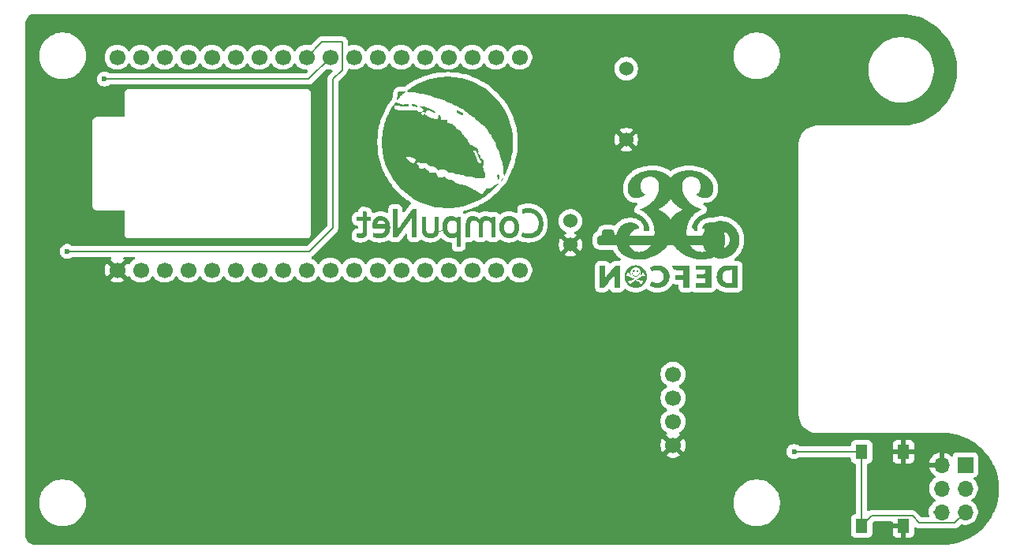
<source format=gbr>
%TF.GenerationSoftware,KiCad,Pcbnew,9.0.0*%
%TF.CreationDate,2025-03-31T14:21:31-07:00*%
%TF.ProjectId,DC33_Cnet_Badge_Main,44433333-5f43-46e6-9574-5f4261646765,rev?*%
%TF.SameCoordinates,Original*%
%TF.FileFunction,Copper,L2,Bot*%
%TF.FilePolarity,Positive*%
%FSLAX46Y46*%
G04 Gerber Fmt 4.6, Leading zero omitted, Abs format (unit mm)*
G04 Created by KiCad (PCBNEW 9.0.0) date 2025-03-31 14:21:31*
%MOMM*%
%LPD*%
G01*
G04 APERTURE LIST*
%TA.AperFunction,EtchedComponent*%
%ADD10C,0.000000*%
%TD*%
%TA.AperFunction,EtchedComponent*%
%ADD11C,0.100000*%
%TD*%
%ADD12C,0.100000*%
%TA.AperFunction,ComponentPad*%
%ADD13C,1.524000*%
%TD*%
%TA.AperFunction,ComponentPad*%
%ADD14R,1.700000X1.700000*%
%TD*%
%TA.AperFunction,ComponentPad*%
%ADD15O,1.700000X1.700000*%
%TD*%
%TA.AperFunction,ComponentPad*%
%ADD16C,1.700000*%
%TD*%
%TA.AperFunction,SMDPad,CuDef*%
%ADD17R,1.300000X1.550000*%
%TD*%
%TA.AperFunction,ViaPad*%
%ADD18C,0.600000*%
%TD*%
%TA.AperFunction,Conductor*%
%ADD19C,0.200000*%
%TD*%
G04 APERTURE END LIST*
D10*
%TA.AperFunction,EtchedComponent*%
%TO.C,REF\u002A\u002A*%
G36*
X187627501Y-80169875D02*
G01*
X187628837Y-80623987D01*
X187628410Y-80999840D01*
X187626372Y-81258367D01*
X187624795Y-81331425D01*
X187622874Y-81360496D01*
X187619181Y-81364181D01*
X187610774Y-81367535D01*
X187578158Y-81373302D01*
X187521701Y-81377901D01*
X187438078Y-81381434D01*
X187176031Y-81385710D01*
X186765418Y-81386954D01*
X185918087Y-81386954D01*
X185918087Y-81154484D01*
X185918087Y-80922014D01*
X186452545Y-80916359D01*
X186987003Y-80910704D01*
X186992963Y-80662395D01*
X186998923Y-80414086D01*
X186516713Y-80408396D01*
X186034503Y-80402706D01*
X186034503Y-80169873D01*
X186034503Y-79937040D01*
X186510753Y-79926457D01*
X186987003Y-79915874D01*
X186987003Y-79704208D01*
X186987003Y-79492541D01*
X186468420Y-79481958D01*
X185949837Y-79471375D01*
X185949837Y-79238542D01*
X185949837Y-79005709D01*
X186785920Y-79005709D01*
X187622003Y-79005709D01*
X187627501Y-80169875D01*
G37*
%TD.AperFunction*%
%TA.AperFunction,EtchedComponent*%
G36*
X185240752Y-80191042D02*
G01*
X185240756Y-81386957D01*
X184934286Y-81386957D01*
X184627815Y-81386957D01*
X184622075Y-80968915D01*
X184616335Y-80550874D01*
X184171835Y-80540291D01*
X183727335Y-80529708D01*
X183727335Y-80286291D01*
X183727335Y-80042875D01*
X184171835Y-80032292D01*
X184616335Y-80021709D01*
X184616335Y-79767709D01*
X184616335Y-79513709D01*
X184129502Y-79503126D01*
X183642669Y-79492543D01*
X183511534Y-79261109D01*
X183485409Y-79214265D01*
X183461459Y-79169883D01*
X183440176Y-79128982D01*
X183422055Y-79092583D01*
X183414335Y-79076390D01*
X183407591Y-79061705D01*
X183401884Y-79048655D01*
X183397276Y-79037368D01*
X183393830Y-79027972D01*
X183391606Y-79020593D01*
X183390667Y-79015360D01*
X183390699Y-79013588D01*
X183391075Y-79012400D01*
X183411986Y-79008929D01*
X183467774Y-79005692D01*
X183668718Y-79000199D01*
X183963384Y-78996488D01*
X184321251Y-78995125D01*
X185240752Y-78995125D01*
X185240752Y-80191042D01*
G37*
%TD.AperFunction*%
%TA.AperFunction,EtchedComponent*%
G36*
X179714603Y-79493944D02*
G01*
X179724323Y-79495080D01*
X179734161Y-79497114D01*
X179744083Y-79500081D01*
X179754051Y-79504015D01*
X179764031Y-79508954D01*
X179773987Y-79514930D01*
X179778707Y-79518177D01*
X179783180Y-79521569D01*
X179787408Y-79525104D01*
X179791388Y-79528777D01*
X179795120Y-79532585D01*
X179798604Y-79536524D01*
X179801839Y-79540592D01*
X179804825Y-79544785D01*
X179807561Y-79549098D01*
X179810046Y-79553530D01*
X179812280Y-79558076D01*
X179814262Y-79562733D01*
X179815992Y-79567498D01*
X179817469Y-79572366D01*
X179818693Y-79577336D01*
X179819663Y-79582402D01*
X179820378Y-79587562D01*
X179820838Y-79592812D01*
X179821043Y-79598150D01*
X179820991Y-79603570D01*
X179820682Y-79609070D01*
X179820116Y-79614647D01*
X179818210Y-79626016D01*
X179815267Y-79637650D01*
X179811283Y-79649521D01*
X179806254Y-79661600D01*
X179800175Y-79673862D01*
X179800176Y-79673861D01*
X179796964Y-79679276D01*
X179793346Y-79684310D01*
X179789348Y-79688965D01*
X179784994Y-79693242D01*
X179780309Y-79697143D01*
X179775318Y-79700668D01*
X179770048Y-79703819D01*
X179764523Y-79706597D01*
X179758767Y-79709003D01*
X179752808Y-79711039D01*
X179746669Y-79712706D01*
X179740375Y-79714006D01*
X179733953Y-79714938D01*
X179727427Y-79715506D01*
X179720822Y-79715710D01*
X179714164Y-79715551D01*
X179707478Y-79715031D01*
X179700788Y-79714151D01*
X179694121Y-79712912D01*
X179687501Y-79711316D01*
X179680954Y-79709363D01*
X179674504Y-79707056D01*
X179668178Y-79704395D01*
X179661999Y-79701382D01*
X179655994Y-79698017D01*
X179650188Y-79694303D01*
X179644605Y-79690240D01*
X179639271Y-79685830D01*
X179634211Y-79681074D01*
X179629451Y-79675974D01*
X179625015Y-79670530D01*
X179620929Y-79664744D01*
X179614987Y-79654838D01*
X179610096Y-79644919D01*
X179606219Y-79635022D01*
X179603321Y-79625181D01*
X179601365Y-79615431D01*
X179600316Y-79605808D01*
X179600138Y-79596347D01*
X179600795Y-79587083D01*
X179602252Y-79578051D01*
X179604472Y-79569285D01*
X179607419Y-79560822D01*
X179611059Y-79552695D01*
X179615355Y-79544941D01*
X179620270Y-79537593D01*
X179625771Y-79530688D01*
X179631820Y-79524260D01*
X179638382Y-79518345D01*
X179645420Y-79512977D01*
X179652900Y-79508191D01*
X179660786Y-79504023D01*
X179669040Y-79500507D01*
X179677629Y-79497679D01*
X179686515Y-79495573D01*
X179695664Y-79494226D01*
X179705038Y-79493671D01*
X179714603Y-79493944D01*
G37*
%TD.AperFunction*%
%TA.AperFunction,EtchedComponent*%
G36*
X179315528Y-79490269D02*
G01*
X179325619Y-79492239D01*
X179335827Y-79495268D01*
X179346120Y-79499403D01*
X179352473Y-79502526D01*
X179358539Y-79505964D01*
X179364314Y-79509701D01*
X179369794Y-79513721D01*
X179374975Y-79518006D01*
X179379852Y-79522539D01*
X179384423Y-79527306D01*
X179388683Y-79532287D01*
X179392629Y-79537468D01*
X179396255Y-79542832D01*
X179399559Y-79548361D01*
X179402536Y-79554039D01*
X179405182Y-79559850D01*
X179407494Y-79565776D01*
X179409467Y-79571802D01*
X179411098Y-79577910D01*
X179412383Y-79584085D01*
X179413317Y-79590309D01*
X179413897Y-79596565D01*
X179414118Y-79602838D01*
X179413978Y-79609110D01*
X179413471Y-79615365D01*
X179412594Y-79621586D01*
X179411343Y-79627757D01*
X179409715Y-79633861D01*
X179407704Y-79639881D01*
X179405307Y-79645800D01*
X179402521Y-79651603D01*
X179399341Y-79657272D01*
X179395763Y-79662791D01*
X179391783Y-79668143D01*
X179387398Y-79673311D01*
X179387398Y-79673312D01*
X179383068Y-79677862D01*
X179378568Y-79682141D01*
X179373908Y-79686148D01*
X179369100Y-79689882D01*
X179364156Y-79693343D01*
X179359086Y-79696530D01*
X179353902Y-79699443D01*
X179348615Y-79702082D01*
X179343237Y-79704445D01*
X179337778Y-79706532D01*
X179332251Y-79708343D01*
X179326666Y-79709877D01*
X179321036Y-79711133D01*
X179315370Y-79712112D01*
X179309681Y-79712811D01*
X179303980Y-79713232D01*
X179298278Y-79713372D01*
X179292586Y-79713233D01*
X179286916Y-79712812D01*
X179281279Y-79712110D01*
X179275687Y-79711126D01*
X179270151Y-79709859D01*
X179264682Y-79708310D01*
X179259291Y-79706476D01*
X179253990Y-79704359D01*
X179248790Y-79701956D01*
X179243703Y-79699268D01*
X179238739Y-79696295D01*
X179233910Y-79693035D01*
X179229228Y-79689488D01*
X179224704Y-79685653D01*
X179220348Y-79681530D01*
X179212862Y-79673331D01*
X179206439Y-79664821D01*
X179201045Y-79656049D01*
X179196649Y-79647060D01*
X179193218Y-79637902D01*
X179190719Y-79628623D01*
X179189119Y-79619270D01*
X179188387Y-79609890D01*
X179188489Y-79600529D01*
X179189392Y-79591237D01*
X179191065Y-79582058D01*
X179193474Y-79573042D01*
X179196588Y-79564234D01*
X179200372Y-79555683D01*
X179204795Y-79547435D01*
X179209825Y-79539538D01*
X179215428Y-79532039D01*
X179221572Y-79524984D01*
X179228224Y-79518423D01*
X179235352Y-79512400D01*
X179242923Y-79506965D01*
X179250904Y-79502163D01*
X179259263Y-79498043D01*
X179267968Y-79494651D01*
X179276985Y-79492034D01*
X179286282Y-79490241D01*
X179295827Y-79489317D01*
X179305586Y-79489311D01*
X179315528Y-79490269D01*
G37*
%TD.AperFunction*%
%TA.AperFunction,EtchedComponent*%
G36*
X185335250Y-75417998D02*
G01*
X185335773Y-75418080D01*
X185336323Y-75418215D01*
X185336897Y-75418402D01*
X185338113Y-75418926D01*
X185339411Y-75419640D01*
X185340779Y-75420534D01*
X185342206Y-75421598D01*
X185343680Y-75422819D01*
X185345189Y-75424188D01*
X185346723Y-75425693D01*
X185348269Y-75427323D01*
X185349817Y-75429069D01*
X185351354Y-75430918D01*
X185352870Y-75432860D01*
X185354352Y-75434885D01*
X185355789Y-75436981D01*
X185357170Y-75439137D01*
X185357811Y-75440222D01*
X185358386Y-75441294D01*
X185358896Y-75442350D01*
X185359340Y-75443389D01*
X185359720Y-75444411D01*
X185360037Y-75445414D01*
X185360290Y-75446396D01*
X185360480Y-75447356D01*
X185360609Y-75448293D01*
X185360676Y-75449206D01*
X185360683Y-75450092D01*
X185360629Y-75450951D01*
X185360515Y-75451781D01*
X185360343Y-75452582D01*
X185360112Y-75453351D01*
X185359824Y-75454087D01*
X185359478Y-75454789D01*
X185359075Y-75455455D01*
X185358617Y-75456085D01*
X185358103Y-75456677D01*
X185357535Y-75457229D01*
X185356912Y-75457740D01*
X185356236Y-75458209D01*
X185355506Y-75458634D01*
X185354724Y-75459015D01*
X185353891Y-75459349D01*
X185353006Y-75459635D01*
X185352071Y-75459872D01*
X185351085Y-75460059D01*
X185350050Y-75460195D01*
X185348967Y-75460277D01*
X185347835Y-75460304D01*
X185346686Y-75460277D01*
X185345552Y-75460195D01*
X185344433Y-75460059D01*
X185343333Y-75459872D01*
X185342250Y-75459635D01*
X185341189Y-75459349D01*
X185340149Y-75459015D01*
X185339132Y-75458634D01*
X185338140Y-75458209D01*
X185337174Y-75457740D01*
X185336235Y-75457229D01*
X185335325Y-75456677D01*
X185334446Y-75456085D01*
X185333598Y-75455455D01*
X185332784Y-75454789D01*
X185332005Y-75454087D01*
X185331261Y-75453351D01*
X185330555Y-75452582D01*
X185329888Y-75451781D01*
X185329262Y-75450951D01*
X185328677Y-75450092D01*
X185328136Y-75449206D01*
X185327639Y-75448293D01*
X185327189Y-75447356D01*
X185326786Y-75446396D01*
X185326432Y-75445414D01*
X185326129Y-75444411D01*
X185325877Y-75443389D01*
X185325679Y-75442350D01*
X185325536Y-75441294D01*
X185325449Y-75440222D01*
X185325420Y-75439137D01*
X185325432Y-75438052D01*
X185325468Y-75436981D01*
X185325528Y-75435925D01*
X185325610Y-75434885D01*
X185325715Y-75433863D01*
X185325842Y-75432860D01*
X185325989Y-75431878D01*
X185326157Y-75430918D01*
X185326344Y-75429981D01*
X185326551Y-75429069D01*
X185326777Y-75428182D01*
X185327020Y-75427323D01*
X185327281Y-75426493D01*
X185327559Y-75425693D01*
X185327853Y-75424924D01*
X185328163Y-75424188D01*
X185328487Y-75423486D01*
X185328826Y-75422819D01*
X185329179Y-75422189D01*
X185329546Y-75421598D01*
X185329925Y-75421045D01*
X185330315Y-75420534D01*
X185330718Y-75420065D01*
X185331131Y-75419640D01*
X185331554Y-75419260D01*
X185331987Y-75418926D01*
X185332430Y-75418639D01*
X185332880Y-75418402D01*
X185333339Y-75418215D01*
X185333804Y-75418080D01*
X185334277Y-75417998D01*
X185334755Y-75417970D01*
X185335250Y-75417998D01*
G37*
%TD.AperFunction*%
%TA.AperFunction,EtchedComponent*%
G36*
X177790087Y-80190348D02*
G01*
X177790087Y-81386958D01*
X177504336Y-81386958D01*
X177218586Y-81386958D01*
X177218586Y-80762542D01*
X177218549Y-80659805D01*
X177218408Y-80568942D01*
X177218120Y-80489228D01*
X177217644Y-80419943D01*
X177217321Y-80388985D01*
X177216935Y-80360363D01*
X177216481Y-80333986D01*
X177215952Y-80309765D01*
X177215343Y-80287610D01*
X177214650Y-80267429D01*
X177213866Y-80249132D01*
X177212987Y-80232630D01*
X177212007Y-80217832D01*
X177210921Y-80204647D01*
X177209723Y-80192986D01*
X177208408Y-80182757D01*
X177206970Y-80173872D01*
X177206204Y-80169904D01*
X177205405Y-80166238D01*
X177204573Y-80162863D01*
X177203706Y-80159767D01*
X177202806Y-80156939D01*
X177201869Y-80154367D01*
X177200897Y-80152041D01*
X177199889Y-80149949D01*
X177198843Y-80148080D01*
X177197759Y-80146422D01*
X177196636Y-80144965D01*
X177195474Y-80143696D01*
X177194272Y-80142605D01*
X177193029Y-80141681D01*
X177191746Y-80140911D01*
X177190420Y-80140285D01*
X177189051Y-80139792D01*
X177187639Y-80139420D01*
X177186183Y-80139157D01*
X177184682Y-80138994D01*
X177181544Y-80138917D01*
X177179563Y-80139065D01*
X177177442Y-80139422D01*
X177172808Y-80140746D01*
X177167694Y-80142846D01*
X177162152Y-80145680D01*
X177156233Y-80149206D01*
X177149989Y-80153381D01*
X177143471Y-80158162D01*
X177136731Y-80163509D01*
X177129821Y-80169377D01*
X177122791Y-80175726D01*
X177115695Y-80182511D01*
X177108582Y-80189692D01*
X177101505Y-80197226D01*
X177094515Y-80205070D01*
X177087664Y-80213183D01*
X177081003Y-80221521D01*
X176984261Y-80343067D01*
X176851774Y-80505413D01*
X176537133Y-80883903D01*
X176252226Y-81219794D01*
X176156905Y-81328889D01*
X176112198Y-81375883D01*
X176105526Y-81379838D01*
X176097221Y-81383552D01*
X176076171Y-81390255D01*
X176049958Y-81395985D01*
X176019496Y-81400736D01*
X175985696Y-81404502D01*
X175949471Y-81407276D01*
X175911732Y-81409052D01*
X175873392Y-81409824D01*
X175835363Y-81409585D01*
X175798558Y-81408329D01*
X175763888Y-81406049D01*
X175732266Y-81402740D01*
X175704603Y-81398394D01*
X175681813Y-81393006D01*
X175672529Y-81389919D01*
X175664806Y-81386569D01*
X175658757Y-81382955D01*
X175654496Y-81379076D01*
X175648476Y-81356507D01*
X175643442Y-81303005D01*
X175636154Y-81094044D01*
X175632275Y-80733883D01*
X175631449Y-80204207D01*
X175632818Y-79756810D01*
X175635763Y-79385680D01*
X175639850Y-79129450D01*
X175642187Y-79056496D01*
X175644647Y-79026756D01*
X175647055Y-79022135D01*
X175650686Y-79017965D01*
X175655737Y-79014225D01*
X175662405Y-79010894D01*
X175670887Y-79007950D01*
X175681381Y-79005373D01*
X175694082Y-79003142D01*
X175709189Y-79001234D01*
X175747405Y-78998309D01*
X175797607Y-78996428D01*
X175861369Y-78995423D01*
X175940269Y-78995125D01*
X176223755Y-78995125D01*
X176223755Y-79630125D01*
X176223997Y-79813748D01*
X176224340Y-79890928D01*
X176224864Y-79959064D01*
X176225597Y-80018689D01*
X176226564Y-80070335D01*
X176227791Y-80114535D01*
X176229305Y-80151821D01*
X176231132Y-80182726D01*
X176232171Y-80195952D01*
X176233297Y-80207782D01*
X176234515Y-80218284D01*
X176235827Y-80227523D01*
X176237238Y-80235566D01*
X176238749Y-80242480D01*
X176240364Y-80248331D01*
X176242087Y-80253186D01*
X176243920Y-80257112D01*
X176245868Y-80260174D01*
X176247933Y-80262440D01*
X176250118Y-80263976D01*
X176252427Y-80264849D01*
X176254864Y-80265125D01*
X176260705Y-80261859D01*
X176271627Y-80252273D01*
X176307590Y-80215438D01*
X176360513Y-80157202D01*
X176428154Y-80080149D01*
X176598634Y-79879921D01*
X176801105Y-79635417D01*
X177316236Y-79005709D01*
X177553162Y-78999724D01*
X177790087Y-78993738D01*
X177790087Y-80190348D01*
G37*
%TD.AperFunction*%
%TA.AperFunction,EtchedComponent*%
G36*
X190465107Y-80638856D02*
G01*
X190464507Y-81018524D01*
X190462214Y-81279990D01*
X190460487Y-81354058D01*
X190458404Y-81383770D01*
X190453376Y-81387793D01*
X190441792Y-81391430D01*
X190400580Y-81397572D01*
X190257366Y-81405544D01*
X190054769Y-81408168D01*
X189818798Y-81405926D01*
X189575462Y-81399298D01*
X189350767Y-81388766D01*
X189170723Y-81374812D01*
X189105572Y-81366702D01*
X189061337Y-81357916D01*
X188980160Y-81332736D01*
X188902504Y-81303415D01*
X188828438Y-81270023D01*
X188758032Y-81232633D01*
X188691354Y-81191316D01*
X188628475Y-81146142D01*
X188569463Y-81097183D01*
X188514387Y-81044509D01*
X188463318Y-80988194D01*
X188416325Y-80928306D01*
X188373476Y-80864919D01*
X188334841Y-80798102D01*
X188300491Y-80727928D01*
X188270492Y-80654466D01*
X188244917Y-80577790D01*
X188223833Y-80497969D01*
X188216549Y-80461930D01*
X188210471Y-80422418D01*
X188205585Y-80379959D01*
X188201874Y-80335081D01*
X188199324Y-80288310D01*
X188197921Y-80240172D01*
X188197674Y-80195832D01*
X188838713Y-80195832D01*
X188839587Y-80241370D01*
X188841993Y-80286206D01*
X188845948Y-80329815D01*
X188851467Y-80371675D01*
X188858568Y-80411263D01*
X188867265Y-80448057D01*
X188877574Y-80481532D01*
X188892462Y-80521187D01*
X188908447Y-80558464D01*
X188925604Y-80593433D01*
X188944008Y-80626164D01*
X188963734Y-80656729D01*
X188984857Y-80685199D01*
X189007452Y-80711643D01*
X189031594Y-80736134D01*
X189057358Y-80758740D01*
X189084819Y-80779534D01*
X189114051Y-80798586D01*
X189145130Y-80815967D01*
X189178131Y-80831748D01*
X189213129Y-80845998D01*
X189250198Y-80858790D01*
X189289413Y-80870193D01*
X189289413Y-80870194D01*
X189313601Y-80875584D01*
X189343402Y-80880519D01*
X189377870Y-80884971D01*
X189416058Y-80888912D01*
X189499806Y-80895147D01*
X189587072Y-80898996D01*
X189670280Y-80900235D01*
X189741855Y-80898637D01*
X189770913Y-80896704D01*
X189794223Y-80893977D01*
X189810837Y-80890427D01*
X189816338Y-80888335D01*
X189819809Y-80886027D01*
X189822644Y-80869174D01*
X189825288Y-80826355D01*
X189829775Y-80674316D01*
X189832807Y-80452906D01*
X189833920Y-80185125D01*
X189833920Y-79498333D01*
X189542878Y-79507150D01*
X189459545Y-79510036D01*
X189423613Y-79511624D01*
X189391124Y-79513364D01*
X189361794Y-79515294D01*
X189335336Y-79517457D01*
X189311466Y-79519892D01*
X189289899Y-79522641D01*
X189270350Y-79525743D01*
X189252533Y-79529240D01*
X189236163Y-79533171D01*
X189220956Y-79537578D01*
X189206627Y-79542501D01*
X189192889Y-79547980D01*
X189179459Y-79554057D01*
X189166050Y-79560771D01*
X189145179Y-79572262D01*
X189124685Y-79584726D01*
X189104603Y-79598125D01*
X189084968Y-79612422D01*
X189065817Y-79627582D01*
X189047184Y-79643566D01*
X189029105Y-79660338D01*
X189011616Y-79677861D01*
X188994751Y-79696098D01*
X188978548Y-79715012D01*
X188963040Y-79734566D01*
X188948264Y-79754723D01*
X188934254Y-79775447D01*
X188921047Y-79796700D01*
X188908678Y-79818445D01*
X188897182Y-79840646D01*
X188884982Y-79868977D01*
X188874170Y-79901312D01*
X188864762Y-79937127D01*
X188856776Y-79975901D01*
X188850226Y-80017109D01*
X188845129Y-80060229D01*
X188841500Y-80104739D01*
X188839356Y-80150114D01*
X188838713Y-80195832D01*
X188197674Y-80195832D01*
X188197648Y-80191194D01*
X188198492Y-80141903D01*
X188200437Y-80092824D01*
X188203469Y-80044485D01*
X188207572Y-79997413D01*
X188212732Y-79952132D01*
X188218933Y-79909171D01*
X188226161Y-79869056D01*
X188234401Y-79832313D01*
X188243638Y-79799469D01*
X188264104Y-79740193D01*
X188287437Y-79682397D01*
X188313524Y-79626211D01*
X188342249Y-79571765D01*
X188373501Y-79519189D01*
X188407165Y-79468614D01*
X188443129Y-79420170D01*
X188481278Y-79373987D01*
X188521500Y-79330196D01*
X188563681Y-79288925D01*
X188607708Y-79250307D01*
X188653466Y-79214470D01*
X188700843Y-79181546D01*
X188749726Y-79151664D01*
X188800000Y-79124954D01*
X188851553Y-79101547D01*
X188932694Y-79070937D01*
X188974120Y-79057992D01*
X189017060Y-79046528D01*
X189062222Y-79036479D01*
X189110313Y-79027776D01*
X189162041Y-79020350D01*
X189218114Y-79014134D01*
X189346123Y-79005057D01*
X189500000Y-79000000D01*
X189685407Y-78998418D01*
X189908003Y-78999765D01*
X190458337Y-79005719D01*
X190463834Y-80180470D01*
X190463847Y-80185125D01*
X190465107Y-80638856D01*
G37*
%TD.AperFunction*%
%TA.AperFunction,EtchedComponent*%
G36*
X179895040Y-79778410D02*
G01*
X179901299Y-79778788D01*
X179906749Y-79779517D01*
X179909180Y-79780038D01*
X179911421Y-79780677D01*
X179913475Y-79781445D01*
X179915346Y-79782350D01*
X179917038Y-79783404D01*
X179918554Y-79784616D01*
X179919899Y-79785997D01*
X179921075Y-79787556D01*
X179922088Y-79789304D01*
X179922941Y-79791251D01*
X179923637Y-79793406D01*
X179924181Y-79795781D01*
X179924576Y-79798385D01*
X179924827Y-79801227D01*
X179924908Y-79807671D01*
X179924455Y-79815193D01*
X179923499Y-79823874D01*
X179922070Y-79833795D01*
X179920198Y-79845035D01*
X179917915Y-79857678D01*
X179912544Y-79882737D01*
X179905849Y-79907168D01*
X179897851Y-79930946D01*
X179888569Y-79954043D01*
X179878024Y-79976432D01*
X179866236Y-79998087D01*
X179853226Y-80018979D01*
X179839013Y-80039083D01*
X179823618Y-80058372D01*
X179807061Y-80076817D01*
X179789363Y-80094394D01*
X179770543Y-80111074D01*
X179750623Y-80126830D01*
X179729621Y-80141636D01*
X179707559Y-80155465D01*
X179684456Y-80168290D01*
X179684457Y-80168291D01*
X179665613Y-80176933D01*
X179644945Y-80184254D01*
X179622702Y-80190263D01*
X179599135Y-80194971D01*
X179574496Y-80198386D01*
X179549035Y-80200520D01*
X179523002Y-80201381D01*
X179496649Y-80200979D01*
X179470227Y-80199324D01*
X179443985Y-80196427D01*
X179418176Y-80192296D01*
X179393049Y-80186941D01*
X179368856Y-80180373D01*
X179345847Y-80172601D01*
X179324273Y-80163635D01*
X179304384Y-80153484D01*
X179285673Y-80141994D01*
X179267235Y-80128932D01*
X179249168Y-80114435D01*
X179231572Y-80098638D01*
X179214542Y-80081680D01*
X179198179Y-80063698D01*
X179182580Y-80044828D01*
X179167842Y-80025208D01*
X179154064Y-80004974D01*
X179141345Y-79984264D01*
X179129781Y-79963215D01*
X179119472Y-79941963D01*
X179110515Y-79920647D01*
X179103008Y-79899402D01*
X179097049Y-79878367D01*
X179092737Y-79857678D01*
X179090698Y-79845215D01*
X179089047Y-79834107D01*
X179087811Y-79824278D01*
X179087359Y-79819819D01*
X179087021Y-79815652D01*
X179086801Y-79811766D01*
X179086703Y-79808153D01*
X179086730Y-79804803D01*
X179086887Y-79801705D01*
X179087176Y-79798852D01*
X179087601Y-79796232D01*
X179088167Y-79793838D01*
X179088875Y-79791658D01*
X179089730Y-79789685D01*
X179090736Y-79787907D01*
X179091896Y-79786316D01*
X179093214Y-79784903D01*
X179094693Y-79783657D01*
X179096337Y-79782569D01*
X179098149Y-79781630D01*
X179100133Y-79780830D01*
X179102293Y-79780160D01*
X179104632Y-79779610D01*
X179107154Y-79779171D01*
X179109862Y-79778833D01*
X179112760Y-79778587D01*
X179115851Y-79778422D01*
X179122628Y-79778302D01*
X179128883Y-79778469D01*
X179134538Y-79778998D01*
X179139621Y-79779934D01*
X179141956Y-79780569D01*
X179144159Y-79781322D01*
X179146232Y-79782198D01*
X179148179Y-79783204D01*
X179150003Y-79784345D01*
X179151708Y-79785627D01*
X179153296Y-79787054D01*
X179154772Y-79788633D01*
X179156139Y-79790368D01*
X179157400Y-79792267D01*
X179158558Y-79794333D01*
X179159617Y-79796573D01*
X179160580Y-79798992D01*
X179161451Y-79801596D01*
X179162929Y-79807379D01*
X179164078Y-79813968D01*
X179164924Y-79821405D01*
X179165496Y-79829737D01*
X179165819Y-79839005D01*
X179165920Y-79849256D01*
X179166379Y-79864016D01*
X179167740Y-79878593D01*
X179169980Y-79892971D01*
X179173077Y-79907128D01*
X179177007Y-79921048D01*
X179181749Y-79934710D01*
X179187279Y-79948096D01*
X179193574Y-79961187D01*
X179200613Y-79973965D01*
X179208371Y-79986411D01*
X179216827Y-79998505D01*
X179225957Y-80010229D01*
X179235739Y-80021564D01*
X179246151Y-80032492D01*
X179257168Y-80042993D01*
X179268769Y-80053049D01*
X179280931Y-80062640D01*
X179293630Y-80071749D01*
X179306845Y-80080356D01*
X179320552Y-80088442D01*
X179334730Y-80095989D01*
X179349354Y-80102978D01*
X179364402Y-80109390D01*
X179379851Y-80115206D01*
X179395680Y-80120407D01*
X179411864Y-80124974D01*
X179428382Y-80128890D01*
X179445210Y-80132134D01*
X179462325Y-80134688D01*
X179479706Y-80136534D01*
X179497328Y-80137652D01*
X179515170Y-80138024D01*
X179531850Y-80137633D01*
X179548332Y-80136488D01*
X179564595Y-80134607D01*
X179580618Y-80132012D01*
X179596378Y-80128720D01*
X179611853Y-80124750D01*
X179627023Y-80120123D01*
X179641865Y-80114858D01*
X179656357Y-80108973D01*
X179670478Y-80102488D01*
X179684206Y-80095423D01*
X179697519Y-80087797D01*
X179710395Y-80079628D01*
X179722813Y-80070936D01*
X179734752Y-80061742D01*
X179746188Y-80052063D01*
X179757101Y-80041919D01*
X179767468Y-80031329D01*
X179777268Y-80020313D01*
X179786480Y-80008891D01*
X179795081Y-79997080D01*
X179803050Y-79984901D01*
X179810364Y-79972373D01*
X179817003Y-79959515D01*
X179822944Y-79946347D01*
X179828166Y-79932887D01*
X179832647Y-79919156D01*
X179836365Y-79905172D01*
X179839299Y-79890954D01*
X179841426Y-79876522D01*
X179842725Y-79861896D01*
X179843174Y-79847094D01*
X179843289Y-79837115D01*
X179843627Y-79828099D01*
X179844219Y-79820001D01*
X179844619Y-79816283D01*
X179845093Y-79812777D01*
X179845644Y-79809480D01*
X179846276Y-79806384D01*
X179846993Y-79803486D01*
X179847798Y-79800778D01*
X179848695Y-79798256D01*
X179849688Y-79795914D01*
X179850779Y-79793747D01*
X179851973Y-79791749D01*
X179853273Y-79789915D01*
X179854683Y-79788238D01*
X179856206Y-79786715D01*
X179857846Y-79785339D01*
X179859606Y-79784104D01*
X179861491Y-79783005D01*
X179863503Y-79782038D01*
X179865646Y-79781195D01*
X179867924Y-79780472D01*
X179870340Y-79779864D01*
X179872898Y-79779364D01*
X179875602Y-79778967D01*
X179878454Y-79778668D01*
X179881460Y-79778461D01*
X179887942Y-79778302D01*
X179895040Y-79778410D01*
G37*
%TD.AperFunction*%
%TA.AperFunction,EtchedComponent*%
G36*
X181894666Y-78995599D02*
G01*
X181943515Y-78997020D01*
X181990279Y-78999452D01*
X182035188Y-79002947D01*
X182078470Y-79007556D01*
X182120355Y-79013332D01*
X182161072Y-79020327D01*
X182200850Y-79028592D01*
X182239917Y-79038178D01*
X182278504Y-79049139D01*
X182316840Y-79061526D01*
X182355153Y-79075391D01*
X182393673Y-79090786D01*
X182432628Y-79107762D01*
X182472249Y-79126371D01*
X182512764Y-79146666D01*
X182593007Y-79192185D01*
X182668572Y-79243417D01*
X182739265Y-79299982D01*
X182804892Y-79361502D01*
X182865260Y-79427599D01*
X182920175Y-79497893D01*
X182969445Y-79572007D01*
X183012875Y-79649560D01*
X183050272Y-79730176D01*
X183081442Y-79813474D01*
X183106192Y-79899077D01*
X183124329Y-79986605D01*
X183135659Y-80075681D01*
X183139988Y-80165925D01*
X183137123Y-80256958D01*
X183126870Y-80348403D01*
X183118592Y-80398189D01*
X183109280Y-80445944D01*
X183098861Y-80491823D01*
X183087263Y-80535985D01*
X183074412Y-80578584D01*
X183060237Y-80619778D01*
X183044664Y-80659723D01*
X183027621Y-80698576D01*
X183009035Y-80736492D01*
X182988834Y-80773629D01*
X182966945Y-80810143D01*
X182943296Y-80846190D01*
X182917813Y-80881927D01*
X182890425Y-80917511D01*
X182861058Y-80953097D01*
X182829641Y-80988843D01*
X182791547Y-81029254D01*
X182752329Y-81067532D01*
X182711969Y-81103688D01*
X182670449Y-81137730D01*
X182627755Y-81169667D01*
X182583867Y-81199507D01*
X182538771Y-81227260D01*
X182492448Y-81252935D01*
X182444881Y-81276540D01*
X182396055Y-81298084D01*
X182345951Y-81317577D01*
X182294554Y-81335026D01*
X182241845Y-81350441D01*
X182187809Y-81363831D01*
X182132428Y-81375204D01*
X182075685Y-81384570D01*
X182075685Y-81384568D01*
X182010008Y-81392929D01*
X181944966Y-81398797D01*
X181880614Y-81402182D01*
X181817001Y-81403090D01*
X181754180Y-81401533D01*
X181692204Y-81397518D01*
X181631125Y-81391054D01*
X181570993Y-81382150D01*
X181511863Y-81370816D01*
X181453785Y-81357059D01*
X181396811Y-81340889D01*
X181340995Y-81322314D01*
X181286387Y-81301344D01*
X181233040Y-81277987D01*
X181181006Y-81252251D01*
X181130338Y-81224147D01*
X181115764Y-81215445D01*
X181102070Y-81206938D01*
X181089265Y-81198635D01*
X181077356Y-81190544D01*
X181066353Y-81182671D01*
X181056263Y-81175024D01*
X181047094Y-81167611D01*
X181038856Y-81160439D01*
X181031556Y-81153515D01*
X181025202Y-81146848D01*
X181022382Y-81143613D01*
X181019803Y-81140445D01*
X181017464Y-81137344D01*
X181015367Y-81134313D01*
X181013513Y-81131351D01*
X181011902Y-81128459D01*
X181010537Y-81125639D01*
X181009417Y-81122892D01*
X181008545Y-81120218D01*
X181007920Y-81117618D01*
X181007545Y-81115094D01*
X181007420Y-81112646D01*
X181007897Y-81107246D01*
X181009292Y-81100540D01*
X181014620Y-81083588D01*
X181022973Y-81062541D01*
X181033918Y-81038154D01*
X181047025Y-81011178D01*
X181061860Y-80982366D01*
X181094990Y-80922249D01*
X181129855Y-80863824D01*
X181146858Y-80837128D01*
X181162999Y-80813114D01*
X181177846Y-80792534D01*
X181190968Y-80776141D01*
X181201933Y-80764689D01*
X181206471Y-80761050D01*
X181210308Y-80758929D01*
X181213839Y-80758116D01*
X181218628Y-80757869D01*
X181224593Y-80758165D01*
X181231651Y-80758983D01*
X181239719Y-80760300D01*
X181248715Y-80762096D01*
X181269158Y-80767035D01*
X181292321Y-80773624D01*
X181317541Y-80781688D01*
X181344157Y-80791053D01*
X181371509Y-80801543D01*
X181409765Y-80816311D01*
X181447431Y-80829779D01*
X181484513Y-80841950D01*
X181521018Y-80852823D01*
X181556952Y-80862400D01*
X181592322Y-80870682D01*
X181627134Y-80877670D01*
X181661395Y-80883365D01*
X181695111Y-80887768D01*
X181728288Y-80890880D01*
X181760933Y-80892701D01*
X181793053Y-80893234D01*
X181824654Y-80892479D01*
X181855742Y-80890437D01*
X181886324Y-80887108D01*
X181916407Y-80882495D01*
X181983289Y-80868481D01*
X182046343Y-80850697D01*
X182076423Y-80840404D01*
X182105532Y-80829185D01*
X182133665Y-80817045D01*
X182160817Y-80803988D01*
X182186984Y-80790020D01*
X182212161Y-80775147D01*
X182236343Y-80759373D01*
X182259526Y-80742704D01*
X182281704Y-80725145D01*
X182302874Y-80706700D01*
X182323030Y-80687377D01*
X182342168Y-80667178D01*
X182360282Y-80646111D01*
X182377369Y-80624180D01*
X182393424Y-80601390D01*
X182408441Y-80577746D01*
X182422416Y-80553255D01*
X182435345Y-80527920D01*
X182447222Y-80501747D01*
X182458043Y-80474742D01*
X182467803Y-80446910D01*
X182476498Y-80418255D01*
X182484123Y-80388783D01*
X182490672Y-80358500D01*
X182496142Y-80327410D01*
X182500528Y-80295520D01*
X182506027Y-80229355D01*
X182507504Y-80187647D01*
X182507699Y-80148233D01*
X182506547Y-80110916D01*
X182503985Y-80075503D01*
X182499945Y-80041797D01*
X182494366Y-80009604D01*
X182487180Y-79978728D01*
X182478324Y-79948974D01*
X182467732Y-79920148D01*
X182455341Y-79892053D01*
X182441085Y-79864496D01*
X182424899Y-79837280D01*
X182406719Y-79810210D01*
X182386479Y-79783093D01*
X182364116Y-79755731D01*
X182339563Y-79727930D01*
X182310751Y-79697389D01*
X182282613Y-79669708D01*
X182254831Y-79644764D01*
X182227082Y-79622435D01*
X182199046Y-79602597D01*
X182170403Y-79585129D01*
X182140832Y-79569906D01*
X182110011Y-79556807D01*
X182077621Y-79545709D01*
X182043341Y-79536488D01*
X182006850Y-79529023D01*
X181967827Y-79523190D01*
X181925951Y-79518866D01*
X181880903Y-79515929D01*
X181832360Y-79514257D01*
X181780004Y-79513725D01*
X181700363Y-79513984D01*
X181666992Y-79514593D01*
X181636884Y-79515776D01*
X181609258Y-79517721D01*
X181583339Y-79520619D01*
X181558345Y-79524660D01*
X181533501Y-79530032D01*
X181508026Y-79536927D01*
X181481143Y-79545534D01*
X181452073Y-79556042D01*
X181420038Y-79568641D01*
X181343958Y-79600872D01*
X181246677Y-79643746D01*
X181245125Y-79644169D01*
X181243392Y-79644147D01*
X181239397Y-79642789D01*
X181234721Y-79639714D01*
X181229391Y-79634962D01*
X181223435Y-79628574D01*
X181216881Y-79620592D01*
X181209755Y-79611055D01*
X181202086Y-79600006D01*
X181185227Y-79573534D01*
X181166526Y-79541503D01*
X181146203Y-79504242D01*
X181124477Y-79462077D01*
X181027604Y-79269192D01*
X181086304Y-79214621D01*
X181116279Y-79188750D01*
X181148872Y-79164411D01*
X181184017Y-79141624D01*
X181221648Y-79120407D01*
X181261701Y-79100779D01*
X181304110Y-79082759D01*
X181348811Y-79066365D01*
X181395738Y-79051617D01*
X181444827Y-79038533D01*
X181496013Y-79027133D01*
X181549229Y-79017435D01*
X181604412Y-79009458D01*
X181661495Y-79003221D01*
X181720415Y-78998742D01*
X181781106Y-78996041D01*
X181843503Y-78995136D01*
X181894666Y-78995599D01*
G37*
%TD.AperFunction*%
%TA.AperFunction,EtchedComponent*%
G36*
X180709404Y-80124416D02*
G01*
X180710605Y-80192300D01*
X180707934Y-80259921D01*
X180701468Y-80327120D01*
X180691283Y-80393737D01*
X180677458Y-80459613D01*
X180660068Y-80524588D01*
X180639192Y-80588502D01*
X180614906Y-80651196D01*
X180587287Y-80712511D01*
X180579144Y-80728277D01*
X180556413Y-80772286D01*
X180522359Y-80830362D01*
X180485205Y-80886579D01*
X180445026Y-80940779D01*
X180401900Y-80992801D01*
X180355903Y-81042486D01*
X180307114Y-81089673D01*
X180255608Y-81134205D01*
X180201464Y-81175921D01*
X180144757Y-81214661D01*
X180085566Y-81250266D01*
X180023967Y-81282576D01*
X179960038Y-81311432D01*
X179893855Y-81336674D01*
X179825495Y-81358143D01*
X179755036Y-81375678D01*
X179755037Y-81375678D01*
X179682153Y-81389046D01*
X179608860Y-81397677D01*
X179535390Y-81401637D01*
X179461974Y-81400994D01*
X179388842Y-81395815D01*
X179316225Y-81386169D01*
X179244354Y-81372122D01*
X179173460Y-81353741D01*
X179103775Y-81331094D01*
X179035527Y-81304249D01*
X178968950Y-81273273D01*
X178904273Y-81238232D01*
X178841727Y-81199196D01*
X178781543Y-81156230D01*
X178723952Y-81109402D01*
X178669186Y-81058780D01*
X178627529Y-81016065D01*
X178588490Y-80972572D01*
X178552046Y-80928254D01*
X178518175Y-80883059D01*
X178486855Y-80836940D01*
X178458063Y-80789848D01*
X178431777Y-80741732D01*
X178407976Y-80692544D01*
X178386635Y-80642236D01*
X178367734Y-80590756D01*
X178351250Y-80538058D01*
X178337161Y-80484091D01*
X178325444Y-80428806D01*
X178316077Y-80372154D01*
X178309038Y-80314086D01*
X178304304Y-80254553D01*
X178302153Y-80174368D01*
X178305210Y-80095632D01*
X178306647Y-80081913D01*
X178511757Y-80081913D01*
X178511767Y-80088333D01*
X178512079Y-80094710D01*
X178512699Y-80101022D01*
X178513630Y-80107244D01*
X178514879Y-80113355D01*
X178516450Y-80119332D01*
X178518346Y-80125152D01*
X178520574Y-80130791D01*
X178523137Y-80136228D01*
X178526040Y-80141439D01*
X178529288Y-80146401D01*
X178532886Y-80151092D01*
X178536815Y-80155413D01*
X178541079Y-80159267D01*
X178545742Y-80162662D01*
X178550866Y-80165605D01*
X178556514Y-80168106D01*
X178562750Y-80170170D01*
X178569635Y-80171808D01*
X178577234Y-80173026D01*
X178585610Y-80173833D01*
X178594824Y-80174236D01*
X178604941Y-80174244D01*
X178616023Y-80173865D01*
X178628134Y-80173106D01*
X178641335Y-80171975D01*
X178671264Y-80168632D01*
X178708111Y-80164536D01*
X178724222Y-80163485D01*
X178739413Y-80163310D01*
X178754152Y-80164171D01*
X178768905Y-80166226D01*
X178784139Y-80169636D01*
X178800320Y-80174559D01*
X178817916Y-80181154D01*
X178837393Y-80189580D01*
X178859218Y-80199998D01*
X178883858Y-80212565D01*
X178943449Y-80244785D01*
X179019900Y-80287515D01*
X179057942Y-80308825D01*
X179091928Y-80327670D01*
X179122171Y-80344166D01*
X179148982Y-80358429D01*
X179172675Y-80370574D01*
X179193562Y-80380719D01*
X179203051Y-80385077D01*
X179211956Y-80388977D01*
X179220315Y-80392436D01*
X179228169Y-80395466D01*
X179235555Y-80398083D01*
X179242514Y-80400301D01*
X179249083Y-80402135D01*
X179255303Y-80403598D01*
X179261212Y-80404706D01*
X179266849Y-80405473D01*
X179272254Y-80405913D01*
X179277465Y-80406042D01*
X179282522Y-80405872D01*
X179287463Y-80405419D01*
X179292328Y-80404698D01*
X179297156Y-80403722D01*
X179301986Y-80402507D01*
X179306856Y-80401067D01*
X179316876Y-80397568D01*
X179324035Y-80394971D01*
X179330884Y-80392702D01*
X179337416Y-80390760D01*
X179343624Y-80389146D01*
X179349500Y-80387860D01*
X179355038Y-80386902D01*
X179357678Y-80386546D01*
X179360230Y-80386272D01*
X179362694Y-80386080D01*
X179365069Y-80385971D01*
X179367354Y-80385944D01*
X179369547Y-80385999D01*
X179371649Y-80386136D01*
X179373658Y-80386356D01*
X179375573Y-80386658D01*
X179377394Y-80387042D01*
X179379119Y-80387508D01*
X179380748Y-80388057D01*
X179382280Y-80388689D01*
X179383713Y-80389403D01*
X179385047Y-80390199D01*
X179386281Y-80391078D01*
X179387414Y-80392039D01*
X179388445Y-80393083D01*
X179389374Y-80394209D01*
X179390199Y-80395418D01*
X179395777Y-80403387D01*
X179397784Y-80406651D01*
X179398760Y-80409802D01*
X179398324Y-80413116D01*
X179396094Y-80416868D01*
X179391688Y-80421334D01*
X179384725Y-80426789D01*
X179374823Y-80433510D01*
X179361601Y-80441770D01*
X179323668Y-80464014D01*
X179191162Y-80539110D01*
X179127893Y-80574674D01*
X179101495Y-80589128D01*
X179078051Y-80601533D01*
X179057156Y-80612015D01*
X179038409Y-80620699D01*
X179021405Y-80627713D01*
X179013432Y-80630633D01*
X179005743Y-80633182D01*
X178998288Y-80635377D01*
X178991017Y-80637233D01*
X178983880Y-80638766D01*
X178976827Y-80639992D01*
X178969806Y-80640927D01*
X178962767Y-80641585D01*
X178955661Y-80641985D01*
X178948436Y-80642140D01*
X178933429Y-80641781D01*
X178917344Y-80640635D01*
X178899778Y-80638829D01*
X178880327Y-80636489D01*
X178861611Y-80634210D01*
X178844948Y-80632350D01*
X178830168Y-80630953D01*
X178823431Y-80630443D01*
X178817100Y-80630064D01*
X178811155Y-80629824D01*
X178805574Y-80629727D01*
X178800337Y-80629779D01*
X178795421Y-80629986D01*
X178790805Y-80630353D01*
X178786468Y-80630885D01*
X178782390Y-80631589D01*
X178778548Y-80632470D01*
X178774921Y-80633533D01*
X178771488Y-80634783D01*
X178768227Y-80636227D01*
X178765118Y-80637870D01*
X178762140Y-80639717D01*
X178759270Y-80641775D01*
X178756487Y-80644048D01*
X178753771Y-80646542D01*
X178751100Y-80649262D01*
X178748452Y-80652215D01*
X178745807Y-80655405D01*
X178743143Y-80658839D01*
X178737673Y-80666458D01*
X178731873Y-80675116D01*
X178728345Y-80680776D01*
X178725168Y-80686446D01*
X178722342Y-80692120D01*
X178719864Y-80697795D01*
X178717733Y-80703465D01*
X178715948Y-80709125D01*
X178714506Y-80714770D01*
X178713405Y-80720396D01*
X178712646Y-80725998D01*
X178712225Y-80731570D01*
X178712141Y-80737108D01*
X178712392Y-80742607D01*
X178712978Y-80748063D01*
X178713896Y-80753469D01*
X178715145Y-80758822D01*
X178716722Y-80764117D01*
X178718628Y-80769348D01*
X178720859Y-80774511D01*
X178723414Y-80779601D01*
X178726292Y-80784613D01*
X178729491Y-80789542D01*
X178733009Y-80794383D01*
X178736845Y-80799131D01*
X178740998Y-80803782D01*
X178745464Y-80808331D01*
X178750244Y-80812773D01*
X178755335Y-80817102D01*
X178760736Y-80821314D01*
X178766445Y-80825405D01*
X178772461Y-80829368D01*
X178778781Y-80833201D01*
X178785405Y-80836896D01*
X178790192Y-80839713D01*
X178794724Y-80842896D01*
X178798994Y-80846430D01*
X178802995Y-80850302D01*
X178806719Y-80854497D01*
X178810158Y-80859001D01*
X178813305Y-80863798D01*
X178816153Y-80868875D01*
X178818693Y-80874217D01*
X178820919Y-80879810D01*
X178822824Y-80885638D01*
X178824398Y-80891688D01*
X178825636Y-80897945D01*
X178826530Y-80904395D01*
X178827071Y-80911023D01*
X178827253Y-80917814D01*
X178827385Y-80923908D01*
X178827772Y-80930089D01*
X178828400Y-80936314D01*
X178829258Y-80942542D01*
X178830331Y-80948728D01*
X178831606Y-80954829D01*
X178833072Y-80960803D01*
X178834715Y-80966607D01*
X178836521Y-80972197D01*
X178838477Y-80977531D01*
X178840572Y-80982565D01*
X178842791Y-80987257D01*
X178845122Y-80991563D01*
X178847551Y-80995440D01*
X178850066Y-80998846D01*
X178852653Y-81001737D01*
X178852654Y-81001742D01*
X178855428Y-81004322D01*
X178858440Y-81006765D01*
X178861675Y-81009068D01*
X178865120Y-81011232D01*
X178872580Y-81015134D01*
X178880705Y-81018464D01*
X178889381Y-81021214D01*
X178898491Y-81023375D01*
X178907921Y-81024942D01*
X178917557Y-81025904D01*
X178927282Y-81026256D01*
X178936983Y-81025988D01*
X178946544Y-81025093D01*
X178955850Y-81023563D01*
X178964787Y-81021391D01*
X178973239Y-81018569D01*
X178977247Y-81016911D01*
X178981091Y-81015088D01*
X178984756Y-81013099D01*
X178988229Y-81010942D01*
X178990741Y-81008959D01*
X178993438Y-81006250D01*
X178996295Y-81002862D01*
X178999286Y-80998843D01*
X179002387Y-80994239D01*
X179005573Y-80989098D01*
X179008820Y-80983467D01*
X179012101Y-80977395D01*
X179018672Y-80964112D01*
X179025086Y-80949629D01*
X179031145Y-80934324D01*
X179033979Y-80926481D01*
X179036651Y-80918575D01*
X179039389Y-80910590D01*
X179042419Y-80902515D01*
X179045709Y-80894404D01*
X179049230Y-80886314D01*
X179052948Y-80878299D01*
X179056832Y-80870415D01*
X179060852Y-80862716D01*
X179064976Y-80855258D01*
X179069171Y-80848096D01*
X179073408Y-80841286D01*
X179077654Y-80834882D01*
X179081878Y-80828940D01*
X179086049Y-80823515D01*
X179090134Y-80818663D01*
X179094104Y-80814437D01*
X179097926Y-80810894D01*
X179116344Y-80798311D01*
X179155054Y-80774233D01*
X179283806Y-80697232D01*
X179452425Y-80598574D01*
X179560993Y-80598574D01*
X179734037Y-80698385D01*
X179765434Y-80716775D01*
X179794266Y-80734265D01*
X179820606Y-80750925D01*
X179844531Y-80766828D01*
X179866113Y-80782045D01*
X179885428Y-80796646D01*
X179902550Y-80810703D01*
X179910312Y-80817550D01*
X179917554Y-80824287D01*
X179924285Y-80830925D01*
X179930514Y-80837471D01*
X179936250Y-80843934D01*
X179941504Y-80850324D01*
X179946284Y-80856649D01*
X179950599Y-80862918D01*
X179954459Y-80869140D01*
X179957873Y-80875325D01*
X179960851Y-80881480D01*
X179963401Y-80887615D01*
X179965534Y-80893739D01*
X179967258Y-80899861D01*
X179968583Y-80905989D01*
X179969517Y-80912132D01*
X179970071Y-80918300D01*
X179970254Y-80924502D01*
X179970426Y-80928353D01*
X179970933Y-80932434D01*
X179971756Y-80936711D01*
X179972878Y-80941147D01*
X179974283Y-80945707D01*
X179975954Y-80950356D01*
X179977873Y-80955057D01*
X179980024Y-80959775D01*
X179982389Y-80964475D01*
X179984951Y-80969122D01*
X179987694Y-80973678D01*
X179990600Y-80978110D01*
X179993652Y-80982381D01*
X179996833Y-80986456D01*
X180000127Y-80990299D01*
X180003515Y-80993875D01*
X180003515Y-80993876D01*
X180010447Y-81000216D01*
X180017726Y-81005760D01*
X180025310Y-81010529D01*
X180033156Y-81014544D01*
X180041224Y-81017825D01*
X180049470Y-81020392D01*
X180057853Y-81022266D01*
X180066331Y-81023467D01*
X180074862Y-81024016D01*
X180083403Y-81023933D01*
X180091913Y-81023238D01*
X180100350Y-81021953D01*
X180108671Y-81020097D01*
X180116835Y-81017691D01*
X180124800Y-81014755D01*
X180132523Y-81011310D01*
X180139963Y-81007377D01*
X180147077Y-81002975D01*
X180153824Y-80998125D01*
X180160161Y-80992848D01*
X180166046Y-80987164D01*
X180171439Y-80981094D01*
X180176295Y-80974657D01*
X180180574Y-80967875D01*
X180184233Y-80960768D01*
X180187231Y-80953357D01*
X180189525Y-80945661D01*
X180191073Y-80937701D01*
X180191833Y-80929498D01*
X180191764Y-80921072D01*
X180190823Y-80912444D01*
X180188968Y-80903633D01*
X180188489Y-80901481D01*
X180188164Y-80899282D01*
X180187991Y-80897036D01*
X180187970Y-80894745D01*
X180188100Y-80892412D01*
X180188379Y-80890038D01*
X180188805Y-80887625D01*
X180189379Y-80885174D01*
X180190099Y-80882688D01*
X180190963Y-80880168D01*
X180193121Y-80875033D01*
X180195843Y-80869784D01*
X180199120Y-80864434D01*
X180202944Y-80858997D01*
X180207304Y-80853489D01*
X180212193Y-80847922D01*
X180217599Y-80842310D01*
X180223515Y-80836669D01*
X180229931Y-80831011D01*
X180236837Y-80825351D01*
X180244225Y-80819702D01*
X180250970Y-80814575D01*
X180257331Y-80809452D01*
X180263307Y-80804334D01*
X180268898Y-80799221D01*
X180274104Y-80794113D01*
X180278925Y-80789010D01*
X180283361Y-80783913D01*
X180287412Y-80778822D01*
X180291078Y-80773737D01*
X180294359Y-80768658D01*
X180297255Y-80763585D01*
X180299766Y-80758519D01*
X180301891Y-80753460D01*
X180303632Y-80748408D01*
X180304987Y-80743364D01*
X180305956Y-80738327D01*
X180306541Y-80733298D01*
X180306740Y-80728277D01*
X180306554Y-80723264D01*
X180305982Y-80718259D01*
X180305025Y-80713263D01*
X180303682Y-80708277D01*
X180301954Y-80703299D01*
X180299841Y-80698330D01*
X180297341Y-80693372D01*
X180294456Y-80688422D01*
X180291186Y-80683483D01*
X180287529Y-80678555D01*
X180283487Y-80673636D01*
X180279060Y-80668729D01*
X180274246Y-80663832D01*
X180269047Y-80658946D01*
X180263092Y-80653834D01*
X180257096Y-80649279D01*
X180250973Y-80645272D01*
X180244640Y-80641798D01*
X180238011Y-80638845D01*
X180231000Y-80636400D01*
X180223523Y-80634452D01*
X180215495Y-80632987D01*
X180206831Y-80631994D01*
X180197445Y-80631459D01*
X180187254Y-80631370D01*
X180176171Y-80631715D01*
X180164112Y-80632480D01*
X180150992Y-80633655D01*
X180136725Y-80635225D01*
X180121227Y-80637179D01*
X180103561Y-80639413D01*
X180087491Y-80641149D01*
X180072756Y-80642319D01*
X180059096Y-80642853D01*
X180046252Y-80642682D01*
X180033963Y-80641740D01*
X180021970Y-80639956D01*
X180010012Y-80637262D01*
X179997830Y-80633590D01*
X179985162Y-80628871D01*
X179971750Y-80623037D01*
X179957333Y-80616019D01*
X179941652Y-80607748D01*
X179924445Y-80598156D01*
X179884418Y-80574734D01*
X179858238Y-80559316D01*
X179833249Y-80544936D01*
X179810037Y-80531910D01*
X179789189Y-80520551D01*
X179771294Y-80511174D01*
X179756938Y-80504093D01*
X179751271Y-80501512D01*
X179746709Y-80499623D01*
X179743326Y-80498466D01*
X179741195Y-80498079D01*
X179739302Y-80498350D01*
X179736618Y-80499125D01*
X179729077Y-80502081D01*
X179718970Y-80506741D01*
X179706697Y-80512899D01*
X179692655Y-80520348D01*
X179677245Y-80528882D01*
X179660866Y-80538295D01*
X179643915Y-80548380D01*
X179560993Y-80598574D01*
X179452425Y-80598574D01*
X179465090Y-80591164D01*
X179679811Y-80467303D01*
X180225452Y-80154579D01*
X180337776Y-80168615D01*
X180358556Y-80171039D01*
X180377277Y-80172802D01*
X180394089Y-80173835D01*
X180401826Y-80174054D01*
X180409141Y-80174065D01*
X180416054Y-80173857D01*
X180422582Y-80173422D01*
X180428746Y-80172752D01*
X180434562Y-80171836D01*
X180440051Y-80170667D01*
X180445230Y-80169236D01*
X180450118Y-80167533D01*
X180454735Y-80165550D01*
X180459098Y-80163279D01*
X180463226Y-80160709D01*
X180467138Y-80157833D01*
X180470853Y-80154642D01*
X180474389Y-80151126D01*
X180477764Y-80147277D01*
X180480999Y-80143086D01*
X180484110Y-80138544D01*
X180487118Y-80133643D01*
X180490039Y-80128373D01*
X180492894Y-80122726D01*
X180495701Y-80116693D01*
X180501245Y-80103432D01*
X180506820Y-80088521D01*
X180507668Y-80085944D01*
X180508371Y-80083354D01*
X180508928Y-80080750D01*
X180509338Y-80078128D01*
X180509600Y-80075488D01*
X180509713Y-80072828D01*
X180509677Y-80070145D01*
X180509490Y-80067437D01*
X180509150Y-80064703D01*
X180508658Y-80061941D01*
X180507212Y-80056324D01*
X180505142Y-80050570D01*
X180502442Y-80044664D01*
X180499103Y-80038590D01*
X180495117Y-80032333D01*
X180490477Y-80025877D01*
X180485175Y-80019206D01*
X180479203Y-80012306D01*
X180472553Y-80005160D01*
X180465218Y-79997754D01*
X180457189Y-79990071D01*
X180450282Y-79983371D01*
X180443668Y-79976458D01*
X180437367Y-79969370D01*
X180431399Y-79962144D01*
X180425788Y-79954818D01*
X180420553Y-79947428D01*
X180415716Y-79940011D01*
X180411298Y-79932606D01*
X180407320Y-79925249D01*
X180403804Y-79917978D01*
X180400770Y-79910830D01*
X180398241Y-79903843D01*
X180396237Y-79897053D01*
X180394779Y-79890498D01*
X180393889Y-79884215D01*
X180393587Y-79878242D01*
X180393453Y-79871968D01*
X180393053Y-79865879D01*
X180392391Y-79859977D01*
X180391470Y-79854265D01*
X180390292Y-79848746D01*
X180388862Y-79843421D01*
X180387183Y-79838295D01*
X180385257Y-79833369D01*
X180383089Y-79828645D01*
X180380681Y-79824128D01*
X180378037Y-79819818D01*
X180375159Y-79815719D01*
X180372052Y-79811834D01*
X180368719Y-79808165D01*
X180365162Y-79804715D01*
X180361385Y-79801486D01*
X180357392Y-79798481D01*
X180353185Y-79795703D01*
X180348768Y-79793154D01*
X180344144Y-79790837D01*
X180339317Y-79788754D01*
X180334289Y-79786908D01*
X180329065Y-79785303D01*
X180323646Y-79783939D01*
X180318037Y-79782821D01*
X180312241Y-79781950D01*
X180306261Y-79781329D01*
X180300100Y-79780961D01*
X180293762Y-79780849D01*
X180287250Y-79780995D01*
X180280567Y-79781401D01*
X180273716Y-79782071D01*
X180265022Y-79783275D01*
X180257014Y-79784836D01*
X180249629Y-79786819D01*
X180242806Y-79789292D01*
X180236485Y-79792322D01*
X180233493Y-79794067D01*
X180230603Y-79795976D01*
X180227808Y-79798058D01*
X180225100Y-79800320D01*
X180222471Y-79802772D01*
X180219914Y-79805422D01*
X180214983Y-79811347D01*
X180210247Y-79818164D01*
X180205644Y-79825938D01*
X180201113Y-79834738D01*
X180196592Y-79844629D01*
X180192020Y-79855678D01*
X180187336Y-79867953D01*
X180182478Y-79881520D01*
X180178325Y-79892782D01*
X180173822Y-79903763D01*
X180168974Y-79914456D01*
X180163785Y-79924856D01*
X180158260Y-79934956D01*
X180152404Y-79944749D01*
X180146221Y-79954229D01*
X180139717Y-79963389D01*
X180132897Y-79972224D01*
X180125764Y-79980726D01*
X180118324Y-79988889D01*
X180110582Y-79996707D01*
X180102542Y-80004173D01*
X180094210Y-80011281D01*
X180085589Y-80018023D01*
X180076685Y-80024395D01*
X180058955Y-80036380D01*
X180043314Y-80046620D01*
X180029709Y-80055085D01*
X180018089Y-80061748D01*
X180008402Y-80066582D01*
X180004266Y-80068304D01*
X180000594Y-80069558D01*
X179997380Y-80070340D01*
X179994615Y-80070648D01*
X179992296Y-80070477D01*
X179990413Y-80069825D01*
X179988962Y-80068687D01*
X179987935Y-80067060D01*
X179987327Y-80064941D01*
X179987130Y-80062326D01*
X179987338Y-80059211D01*
X179987945Y-80055594D01*
X179988944Y-80051471D01*
X179990329Y-80046837D01*
X179994229Y-80036027D01*
X179999594Y-80023136D01*
X180006371Y-80008136D01*
X180014508Y-79990998D01*
X180024421Y-79967977D01*
X180032970Y-79942957D01*
X180040158Y-79916211D01*
X180045985Y-79888012D01*
X180050456Y-79858632D01*
X180053572Y-79828345D01*
X180055335Y-79797424D01*
X180055748Y-79766141D01*
X180054812Y-79734771D01*
X180052531Y-79703584D01*
X180048907Y-79672855D01*
X180043941Y-79642857D01*
X180037636Y-79613862D01*
X180029995Y-79586144D01*
X180021019Y-79559974D01*
X180010711Y-79535628D01*
X179998142Y-79510935D01*
X179983852Y-79486568D01*
X179967964Y-79462635D01*
X179950601Y-79439244D01*
X179931886Y-79416502D01*
X179911943Y-79394517D01*
X179890896Y-79373396D01*
X179868866Y-79353247D01*
X179845979Y-79334179D01*
X179822356Y-79316298D01*
X179798121Y-79299711D01*
X179773399Y-79284528D01*
X179748311Y-79270855D01*
X179722981Y-79258801D01*
X179697533Y-79248472D01*
X179672090Y-79239976D01*
X179646823Y-79232677D01*
X179623293Y-79226350D01*
X179601251Y-79220995D01*
X179580450Y-79216612D01*
X179560645Y-79213200D01*
X179541587Y-79210760D01*
X179523030Y-79209291D01*
X179504728Y-79208794D01*
X179486433Y-79209267D01*
X179467898Y-79210711D01*
X179448877Y-79213126D01*
X179429123Y-79216511D01*
X179408388Y-79220867D01*
X179386427Y-79226192D01*
X179362991Y-79232488D01*
X179337835Y-79239754D01*
X179309978Y-79248954D01*
X179282921Y-79259733D01*
X179256695Y-79272023D01*
X179231332Y-79285758D01*
X179206861Y-79300871D01*
X179183314Y-79317294D01*
X179160721Y-79334960D01*
X179139113Y-79353803D01*
X179118522Y-79373756D01*
X179098976Y-79394750D01*
X179080508Y-79416720D01*
X179063148Y-79439598D01*
X179046927Y-79463318D01*
X179031876Y-79487812D01*
X179018025Y-79513013D01*
X179005405Y-79538854D01*
X178994047Y-79565269D01*
X178983982Y-79592189D01*
X178975240Y-79619549D01*
X178967852Y-79647281D01*
X178961849Y-79675317D01*
X178957262Y-79703592D01*
X178954121Y-79732038D01*
X178952457Y-79760588D01*
X178952302Y-79789174D01*
X178953685Y-79817731D01*
X178956637Y-79846190D01*
X178961190Y-79874485D01*
X178967374Y-79902549D01*
X178975219Y-79930315D01*
X178984757Y-79957716D01*
X178996018Y-79984684D01*
X179004163Y-80002950D01*
X179010942Y-80018955D01*
X179016302Y-80032732D01*
X179020189Y-80044316D01*
X179021564Y-80049296D01*
X179022550Y-80053740D01*
X179023142Y-80057652D01*
X179023332Y-80061037D01*
X179023114Y-80063898D01*
X179022481Y-80066240D01*
X179021426Y-80068068D01*
X179019943Y-80069384D01*
X179018024Y-80070194D01*
X179015664Y-80070501D01*
X179012856Y-80070311D01*
X179009592Y-80069626D01*
X179005866Y-80068451D01*
X179001672Y-80066791D01*
X178991852Y-80062030D01*
X178980077Y-80055376D01*
X178966295Y-80046864D01*
X178950450Y-80036525D01*
X178932491Y-80024395D01*
X178923587Y-80018023D01*
X178914967Y-80011281D01*
X178906634Y-80004173D01*
X178898594Y-79996707D01*
X178890852Y-79988889D01*
X178883412Y-79980726D01*
X178876279Y-79972224D01*
X178869459Y-79963389D01*
X178862955Y-79954229D01*
X178856772Y-79944749D01*
X178850916Y-79934956D01*
X178845391Y-79924856D01*
X178840202Y-79914456D01*
X178835354Y-79903763D01*
X178830851Y-79892782D01*
X178826698Y-79881520D01*
X178821840Y-79867953D01*
X178817156Y-79855679D01*
X178812584Y-79844629D01*
X178808063Y-79834738D01*
X178805802Y-79830206D01*
X178803532Y-79825939D01*
X178801243Y-79821927D01*
X178798929Y-79818164D01*
X178796581Y-79814640D01*
X178794193Y-79811347D01*
X178791755Y-79808277D01*
X178789262Y-79805422D01*
X178786705Y-79802772D01*
X178784076Y-79800320D01*
X178781368Y-79798057D01*
X178778573Y-79795976D01*
X178775683Y-79794067D01*
X178772691Y-79792322D01*
X178769589Y-79790733D01*
X178766370Y-79789292D01*
X178763025Y-79787990D01*
X178759547Y-79786819D01*
X178755929Y-79785770D01*
X178752162Y-79784836D01*
X178744153Y-79783275D01*
X178735459Y-79782071D01*
X178728223Y-79781360D01*
X178721203Y-79780924D01*
X178714401Y-79780764D01*
X178707817Y-79780878D01*
X178701452Y-79781266D01*
X178695307Y-79781926D01*
X178689382Y-79782859D01*
X178683680Y-79784064D01*
X178678200Y-79785538D01*
X178672944Y-79787283D01*
X178667912Y-79789296D01*
X178663105Y-79791578D01*
X178658524Y-79794127D01*
X178654170Y-79796943D01*
X178650044Y-79800024D01*
X178646146Y-79803370D01*
X178642478Y-79806981D01*
X178639041Y-79810855D01*
X178635834Y-79814991D01*
X178632860Y-79819389D01*
X178630119Y-79824048D01*
X178627611Y-79828968D01*
X178625339Y-79834147D01*
X178623302Y-79839584D01*
X178621501Y-79845279D01*
X178619937Y-79851232D01*
X178618612Y-79857440D01*
X178617526Y-79863904D01*
X178616679Y-79870622D01*
X178616074Y-79877595D01*
X178615710Y-79884820D01*
X178615588Y-79892298D01*
X178615436Y-79901125D01*
X178614971Y-79909388D01*
X178614617Y-79913314D01*
X178614179Y-79917109D01*
X178613656Y-79920775D01*
X178613047Y-79924316D01*
X178612349Y-79927733D01*
X178611560Y-79931031D01*
X178610680Y-79934213D01*
X178609707Y-79937282D01*
X178608638Y-79940240D01*
X178607472Y-79943091D01*
X178606207Y-79945839D01*
X178604842Y-79948485D01*
X178603375Y-79951034D01*
X178601804Y-79953488D01*
X178600128Y-79955851D01*
X178598344Y-79958126D01*
X178596452Y-79960315D01*
X178594449Y-79962422D01*
X178592334Y-79964450D01*
X178590105Y-79966403D01*
X178587760Y-79968282D01*
X178585297Y-79970092D01*
X178582716Y-79971835D01*
X178580014Y-79973516D01*
X178577189Y-79975135D01*
X178574240Y-79976698D01*
X178571166Y-79978206D01*
X178567964Y-79979664D01*
X178562898Y-79982146D01*
X178558042Y-79985042D01*
X178553400Y-79988330D01*
X178548977Y-79991985D01*
X178544777Y-79995986D01*
X178540804Y-80000310D01*
X178537065Y-80004933D01*
X178533563Y-80009833D01*
X178530303Y-80014987D01*
X178527290Y-80020372D01*
X178524528Y-80025966D01*
X178522023Y-80031745D01*
X178519778Y-80037686D01*
X178517798Y-80043768D01*
X178514654Y-80056259D01*
X178512628Y-80069035D01*
X178511757Y-80081913D01*
X178306647Y-80081913D01*
X178313294Y-80018478D01*
X178326229Y-79943036D01*
X178343836Y-79869438D01*
X178365935Y-79797814D01*
X178392349Y-79728296D01*
X178422898Y-79661014D01*
X178457405Y-79596101D01*
X178495691Y-79533687D01*
X178537578Y-79473904D01*
X178582886Y-79416881D01*
X178631438Y-79362752D01*
X178683054Y-79311646D01*
X178737557Y-79263695D01*
X178794767Y-79219030D01*
X178854507Y-79177782D01*
X178916598Y-79140082D01*
X178980861Y-79106062D01*
X179047118Y-79075852D01*
X179115190Y-79049584D01*
X179184899Y-79027389D01*
X179256066Y-79009398D01*
X179328512Y-78995742D01*
X179402060Y-78986552D01*
X179476530Y-78981960D01*
X179551745Y-78982096D01*
X179627525Y-78987092D01*
X179703693Y-78997078D01*
X179780069Y-79012187D01*
X179856475Y-79032549D01*
X179932733Y-79058294D01*
X179982201Y-79078401D01*
X180031282Y-79101499D01*
X180079813Y-79127440D01*
X180127628Y-79156074D01*
X180174565Y-79187250D01*
X180220460Y-79220821D01*
X180265150Y-79256635D01*
X180308470Y-79294545D01*
X180350257Y-79334399D01*
X180390348Y-79376049D01*
X180428578Y-79419344D01*
X180464784Y-79464136D01*
X180498802Y-79510275D01*
X180530469Y-79557612D01*
X180559621Y-79605996D01*
X180586094Y-79655278D01*
X180616560Y-79720533D01*
X180642614Y-79786642D01*
X180664333Y-79853445D01*
X180681795Y-79920784D01*
X180695076Y-79988498D01*
X180704253Y-80056429D01*
X180705495Y-80072828D01*
X180709404Y-80124416D01*
G37*
%TD.AperFunction*%
%TA.AperFunction,EtchedComponent*%
G36*
X186530015Y-73036213D02*
G01*
X186499728Y-73046598D01*
X186467560Y-73058802D01*
X186433755Y-73072694D01*
X186398555Y-73088142D01*
X186324948Y-73123176D01*
X186248691Y-73162849D01*
X186171734Y-73206104D01*
X186096027Y-73251887D01*
X186023521Y-73299141D01*
X185989078Y-73322990D01*
X185956166Y-73346811D01*
X185923464Y-73371959D01*
X185888927Y-73400219D01*
X185852903Y-73431232D01*
X185815734Y-73464636D01*
X185777768Y-73500072D01*
X185739348Y-73537180D01*
X185662527Y-73614971D01*
X185588034Y-73695126D01*
X185518629Y-73774764D01*
X185486697Y-73813488D01*
X185457072Y-73851003D01*
X185430099Y-73886949D01*
X185406123Y-73920963D01*
X185367005Y-73980867D01*
X185329250Y-74043301D01*
X185292932Y-74108060D01*
X185258127Y-74174942D01*
X185224909Y-74243741D01*
X185193354Y-74314254D01*
X185163535Y-74386275D01*
X185135528Y-74459601D01*
X185109407Y-74534027D01*
X185085248Y-74609349D01*
X185063126Y-74685363D01*
X185043114Y-74761864D01*
X185025289Y-74838648D01*
X185009724Y-74915511D01*
X184996495Y-74992248D01*
X184985677Y-75068656D01*
X184980832Y-75113360D01*
X184976842Y-75162916D01*
X184971349Y-75272532D01*
X184969041Y-75389408D01*
X184969763Y-75505447D01*
X184973357Y-75612554D01*
X184976182Y-75660227D01*
X184979666Y-75702631D01*
X184983791Y-75738753D01*
X184988535Y-75767583D01*
X184993881Y-75788106D01*
X184996772Y-75794937D01*
X184999807Y-75799313D01*
X185005708Y-75801799D01*
X185018195Y-75804093D01*
X185062624Y-75808093D01*
X185227174Y-75813710D01*
X185488593Y-75816072D01*
X185842017Y-75815088D01*
X186662909Y-75809543D01*
X186710780Y-75661376D01*
X186731403Y-75600589D01*
X186754109Y-75539255D01*
X186778567Y-75478117D01*
X186804445Y-75417919D01*
X186831413Y-75359406D01*
X186859139Y-75303319D01*
X186887293Y-75250404D01*
X186915543Y-75201404D01*
X186920338Y-75193308D01*
X186924899Y-75185340D01*
X186929206Y-75177544D01*
X186933241Y-75169966D01*
X186936982Y-75162653D01*
X186940412Y-75155648D01*
X186943511Y-75148998D01*
X186946259Y-75142748D01*
X186948638Y-75136945D01*
X186950627Y-75131632D01*
X186952208Y-75126856D01*
X186953361Y-75122663D01*
X186954066Y-75119097D01*
X186954245Y-75117564D01*
X186954305Y-75116205D01*
X186954243Y-75115026D01*
X186954058Y-75114032D01*
X186953746Y-75113229D01*
X186953305Y-75112623D01*
X186949333Y-75110047D01*
X186942188Y-75106940D01*
X186919563Y-75099412D01*
X186887799Y-75090598D01*
X186849264Y-75081057D01*
X186806327Y-75071350D01*
X186761358Y-75062036D01*
X186716724Y-75053675D01*
X186674795Y-75046826D01*
X186657611Y-75043831D01*
X186642585Y-75040183D01*
X186635875Y-75038071D01*
X186629698Y-75035745D01*
X186624051Y-75033188D01*
X186618933Y-75030384D01*
X186614342Y-75027315D01*
X186610274Y-75023964D01*
X186606729Y-75020316D01*
X186603704Y-75016352D01*
X186601196Y-75012057D01*
X186599204Y-75007412D01*
X186597726Y-75002402D01*
X186596759Y-74997010D01*
X186596301Y-74991219D01*
X186596350Y-74985011D01*
X186596904Y-74978371D01*
X186597961Y-74971281D01*
X186599518Y-74963724D01*
X186601574Y-74955684D01*
X186607173Y-74938087D01*
X186614740Y-74918354D01*
X186624258Y-74896351D01*
X186635710Y-74871943D01*
X186649078Y-74844996D01*
X186680355Y-74788007D01*
X186714364Y-74735295D01*
X186751306Y-74686762D01*
X186791383Y-74642312D01*
X186834797Y-74601847D01*
X186881749Y-74565270D01*
X186932442Y-74532484D01*
X186987076Y-74503393D01*
X187045853Y-74477898D01*
X187108976Y-74455904D01*
X187176645Y-74437312D01*
X187249063Y-74422026D01*
X187326431Y-74409949D01*
X187408951Y-74400984D01*
X187496825Y-74395033D01*
X187590254Y-74392000D01*
X187664254Y-74390323D01*
X187727204Y-74387797D01*
X187755143Y-74386136D01*
X187781049Y-74384166D01*
X187805166Y-74381856D01*
X187827736Y-74379174D01*
X187849004Y-74376088D01*
X187869212Y-74372565D01*
X187888604Y-74368574D01*
X187907423Y-74364083D01*
X187925913Y-74359059D01*
X187944316Y-74353471D01*
X187962876Y-74347286D01*
X187981837Y-74340473D01*
X188053171Y-74316032D01*
X188126916Y-74294666D01*
X188202765Y-74276380D01*
X188280412Y-74261178D01*
X188359553Y-74249066D01*
X188439881Y-74240047D01*
X188521092Y-74234128D01*
X188602879Y-74231311D01*
X188684936Y-74231602D01*
X188766959Y-74235007D01*
X188848642Y-74241528D01*
X188929678Y-74251172D01*
X189009763Y-74263943D01*
X189088591Y-74279845D01*
X189165857Y-74298884D01*
X189241253Y-74321063D01*
X189363424Y-74364461D01*
X189481749Y-74415253D01*
X189595967Y-74473161D01*
X189705815Y-74537908D01*
X189811032Y-74609214D01*
X189911355Y-74686804D01*
X190006521Y-74770398D01*
X190096269Y-74859720D01*
X190180337Y-74954492D01*
X190258461Y-75054435D01*
X190330381Y-75159273D01*
X190395833Y-75268727D01*
X190454556Y-75382520D01*
X190506287Y-75500374D01*
X190550764Y-75622011D01*
X190587725Y-75747153D01*
X190601652Y-75804989D01*
X190613725Y-75864578D01*
X190623945Y-75925665D01*
X190632312Y-75987994D01*
X190638826Y-76051310D01*
X190643486Y-76115356D01*
X190646292Y-76179878D01*
X190647245Y-76244619D01*
X190646959Y-76265164D01*
X190646344Y-76309324D01*
X190643589Y-76373737D01*
X190638980Y-76437602D01*
X190632517Y-76500664D01*
X190624200Y-76562667D01*
X190614028Y-76623356D01*
X190602002Y-76682474D01*
X190588122Y-76739766D01*
X190548836Y-76871294D01*
X190501382Y-76998762D01*
X190446048Y-77121881D01*
X190383125Y-77240360D01*
X190312903Y-77353906D01*
X190235669Y-77462230D01*
X190220477Y-77480834D01*
X190151714Y-77565041D01*
X190061328Y-77662047D01*
X189964799Y-77752957D01*
X189862418Y-77837480D01*
X189754473Y-77915326D01*
X189641254Y-77986204D01*
X189523050Y-78049822D01*
X189400152Y-78105889D01*
X189272847Y-78154115D01*
X189141427Y-78194208D01*
X189093140Y-78206056D01*
X189041536Y-78216556D01*
X188987088Y-78225696D01*
X188930267Y-78233466D01*
X188871545Y-78239855D01*
X188811395Y-78244851D01*
X188750288Y-78248442D01*
X188688696Y-78250619D01*
X188627092Y-78251369D01*
X188565948Y-78250681D01*
X188505736Y-78248545D01*
X188446927Y-78244948D01*
X188389994Y-78239880D01*
X188335409Y-78233329D01*
X188283644Y-78225285D01*
X188235171Y-78215736D01*
X188195333Y-78206670D01*
X188155390Y-78197078D01*
X188116414Y-78187253D01*
X188079479Y-78177484D01*
X188045658Y-78168063D01*
X188016023Y-78159280D01*
X187991647Y-78151428D01*
X187973603Y-78144796D01*
X187961935Y-78140209D01*
X187950946Y-78136358D01*
X187940334Y-78133287D01*
X187929796Y-78131038D01*
X187919030Y-78129654D01*
X187907734Y-78129178D01*
X187895606Y-78129654D01*
X187882342Y-78131124D01*
X187867642Y-78133632D01*
X187851202Y-78137220D01*
X187832720Y-78141931D01*
X187811894Y-78147808D01*
X187762000Y-78163234D01*
X187699102Y-78183841D01*
X187613416Y-78211042D01*
X187527208Y-78235895D01*
X187440265Y-78258448D01*
X187352371Y-78278745D01*
X187263313Y-78296835D01*
X187172875Y-78312763D01*
X187080843Y-78326577D01*
X186987004Y-78338322D01*
X186987004Y-78338332D01*
X186885538Y-78346319D01*
X186761759Y-78350530D01*
X186622909Y-78351178D01*
X186476228Y-78348472D01*
X186328958Y-78342624D01*
X186188339Y-78333844D01*
X186061614Y-78322344D01*
X185956024Y-78308333D01*
X185822022Y-78283859D01*
X185689824Y-78254716D01*
X185559465Y-78220922D01*
X185430976Y-78182493D01*
X185304394Y-78139446D01*
X185179751Y-78091798D01*
X185057082Y-78039564D01*
X184936420Y-77982763D01*
X184817800Y-77921411D01*
X184701254Y-77855524D01*
X184586818Y-77785119D01*
X184474525Y-77710213D01*
X184364409Y-77630823D01*
X184256503Y-77546966D01*
X184150843Y-77458658D01*
X184047461Y-77365915D01*
X184009006Y-77328385D01*
X183965453Y-77282638D01*
X183917689Y-77229723D01*
X183866606Y-77170687D01*
X183813094Y-77106578D01*
X183758043Y-77038446D01*
X183702343Y-76967337D01*
X183646885Y-76894301D01*
X183621164Y-76859882D01*
X185371744Y-76859882D01*
X185372230Y-76863941D01*
X185374826Y-76872760D01*
X185379483Y-76882553D01*
X185386074Y-76893371D01*
X185394474Y-76905264D01*
X185404555Y-76918282D01*
X185429255Y-76947891D01*
X185493266Y-77022811D01*
X185530211Y-77065118D01*
X185569879Y-77106603D01*
X185612048Y-77147127D01*
X185656499Y-77186552D01*
X185703010Y-77224739D01*
X185751362Y-77261549D01*
X185801335Y-77296843D01*
X185852708Y-77330482D01*
X185905260Y-77362328D01*
X185958772Y-77392242D01*
X186013024Y-77420084D01*
X186067794Y-77445717D01*
X186122863Y-77469001D01*
X186178010Y-77489798D01*
X186233016Y-77507969D01*
X186287659Y-77523374D01*
X186287659Y-77523375D01*
X186319869Y-77530652D01*
X186355587Y-77536923D01*
X186394275Y-77542192D01*
X186435399Y-77546461D01*
X186478421Y-77549732D01*
X186522805Y-77552007D01*
X186568013Y-77553289D01*
X186613511Y-77553580D01*
X186658761Y-77552883D01*
X186703226Y-77551201D01*
X186746371Y-77548534D01*
X186787658Y-77544886D01*
X186826551Y-77540260D01*
X186862514Y-77534657D01*
X186895011Y-77528080D01*
X186923504Y-77520532D01*
X186944890Y-77513920D01*
X186965088Y-77507516D01*
X186983637Y-77501478D01*
X187000078Y-77495963D01*
X187013950Y-77491127D01*
X187024795Y-77487127D01*
X187032153Y-77484121D01*
X187034381Y-77483040D01*
X187035564Y-77482266D01*
X187035672Y-77480834D01*
X187034744Y-77477824D01*
X187029975Y-77467408D01*
X187021647Y-77451693D01*
X187010153Y-77431356D01*
X186995882Y-77407073D01*
X186979224Y-77379521D01*
X186960572Y-77349377D01*
X186940314Y-77317317D01*
X186918417Y-77281879D01*
X186895067Y-77242055D01*
X186870982Y-77199200D01*
X186846884Y-77154668D01*
X186838622Y-77138827D01*
X188942093Y-77138827D01*
X188942209Y-77141430D01*
X188942476Y-77143775D01*
X188942894Y-77145866D01*
X188943463Y-77147703D01*
X188944183Y-77149289D01*
X188945053Y-77150626D01*
X188946072Y-77151715D01*
X188947241Y-77152559D01*
X188948560Y-77153159D01*
X188950027Y-77153518D01*
X188951642Y-77153637D01*
X188954987Y-77153225D01*
X188959606Y-77152017D01*
X188972340Y-77147374D01*
X188989184Y-77140033D01*
X189009482Y-77130321D01*
X189032574Y-77118562D01*
X189057804Y-77105082D01*
X189084513Y-77090207D01*
X189112044Y-77074262D01*
X189162445Y-77042561D01*
X189210176Y-77008638D01*
X189255220Y-76972619D01*
X189297559Y-76934626D01*
X189337178Y-76894785D01*
X189374058Y-76853219D01*
X189408184Y-76810054D01*
X189439537Y-76765412D01*
X189468102Y-76719419D01*
X189493862Y-76672199D01*
X189516798Y-76623876D01*
X189536895Y-76574573D01*
X189554136Y-76524417D01*
X189568503Y-76473530D01*
X189579979Y-76422037D01*
X189588549Y-76370062D01*
X189594194Y-76317730D01*
X189596898Y-76265164D01*
X189596643Y-76212490D01*
X189593414Y-76159831D01*
X189587193Y-76107312D01*
X189577963Y-76055056D01*
X189565707Y-76003188D01*
X189550408Y-75951833D01*
X189532049Y-75901115D01*
X189510614Y-75851157D01*
X189486085Y-75802085D01*
X189458446Y-75754021D01*
X189427679Y-75707092D01*
X189393768Y-75661420D01*
X189356695Y-75617131D01*
X189316445Y-75574348D01*
X189294360Y-75552779D01*
X189271555Y-75531625D01*
X189248230Y-75511020D01*
X189224585Y-75491098D01*
X189200822Y-75471995D01*
X189177141Y-75453846D01*
X189153743Y-75436785D01*
X189130829Y-75420948D01*
X189108600Y-75406468D01*
X189087256Y-75393482D01*
X189066999Y-75382124D01*
X189048028Y-75372528D01*
X189030546Y-75364830D01*
X189014753Y-75359165D01*
X189000849Y-75355666D01*
X188994668Y-75354772D01*
X188989036Y-75354470D01*
X188987896Y-75354566D01*
X188986848Y-75354849D01*
X188985892Y-75355317D01*
X188985027Y-75355968D01*
X188984253Y-75356798D01*
X188983571Y-75357804D01*
X188982476Y-75360333D01*
X188981741Y-75363532D01*
X188981364Y-75367376D01*
X188981342Y-75371842D01*
X188981673Y-75376905D01*
X188982354Y-75382543D01*
X188983385Y-75388731D01*
X188984761Y-75395446D01*
X188986482Y-75402663D01*
X188988544Y-75410359D01*
X188990946Y-75418510D01*
X188993685Y-75427092D01*
X188996759Y-75436082D01*
X189022560Y-75518100D01*
X189044682Y-75606816D01*
X189063138Y-75701281D01*
X189077941Y-75800548D01*
X189089103Y-75903669D01*
X189096638Y-76009696D01*
X189100558Y-76117683D01*
X189100876Y-76226680D01*
X189098785Y-76296387D01*
X189097604Y-76335742D01*
X189090757Y-76443919D01*
X189080346Y-76550264D01*
X189066384Y-76653830D01*
X189048885Y-76753668D01*
X189027861Y-76848832D01*
X189003324Y-76938374D01*
X188975288Y-77021345D01*
X188969153Y-77037947D01*
X188963652Y-77053366D01*
X188958781Y-77067616D01*
X188954540Y-77080714D01*
X188950923Y-77092674D01*
X188947930Y-77103514D01*
X188946666Y-77108517D01*
X188945557Y-77113247D01*
X188944602Y-77117703D01*
X188943801Y-77121889D01*
X188943153Y-77125807D01*
X188942659Y-77129457D01*
X188942318Y-77132843D01*
X188942129Y-77135965D01*
X188942093Y-77138827D01*
X186838622Y-77138827D01*
X186823492Y-77109816D01*
X186801526Y-77065998D01*
X186781707Y-77024569D01*
X186764754Y-76986886D01*
X186690670Y-76815449D01*
X186017884Y-76815204D01*
X185766036Y-76814617D01*
X185666649Y-76814563D01*
X185583603Y-76815203D01*
X185515887Y-76816938D01*
X185487461Y-76818341D01*
X185462488Y-76820168D01*
X185440842Y-76822468D01*
X185422395Y-76825293D01*
X185407021Y-76828691D01*
X185394594Y-76832714D01*
X185384987Y-76837411D01*
X185381201Y-76840028D01*
X185378073Y-76842832D01*
X185375587Y-76845830D01*
X185373727Y-76849027D01*
X185372477Y-76852431D01*
X185371821Y-76856047D01*
X185371744Y-76859882D01*
X183621164Y-76859882D01*
X183587600Y-76814969D01*
X183253435Y-76814969D01*
X182919270Y-76814969D01*
X182905493Y-76832691D01*
X182791747Y-76979011D01*
X182626900Y-77175757D01*
X182449557Y-77358490D01*
X182260572Y-77526906D01*
X182060798Y-77680704D01*
X181851089Y-77819580D01*
X181632298Y-77943233D01*
X181405278Y-78051359D01*
X181170883Y-78143657D01*
X180929966Y-78219824D01*
X180683381Y-78279557D01*
X180431981Y-78322555D01*
X180176619Y-78348513D01*
X179918148Y-78357131D01*
X179657423Y-78348106D01*
X179395297Y-78321134D01*
X179132622Y-78275914D01*
X179065786Y-78261093D01*
X178998046Y-78244200D01*
X178929769Y-78225386D01*
X178861319Y-78204801D01*
X178793065Y-78182598D01*
X178725373Y-78158927D01*
X178658608Y-78133940D01*
X178593139Y-78107787D01*
X178529330Y-78080621D01*
X178467549Y-78052591D01*
X178408163Y-78023849D01*
X178351537Y-77994547D01*
X178298038Y-77964835D01*
X178248033Y-77934865D01*
X178201888Y-77904788D01*
X178159969Y-77874755D01*
X178135290Y-77855557D01*
X178109624Y-77834520D01*
X178083159Y-77811836D01*
X178056083Y-77787698D01*
X178000844Y-77735829D01*
X177945405Y-77680454D01*
X177891264Y-77623113D01*
X177839917Y-77565347D01*
X177815760Y-77536786D01*
X177792863Y-77508696D01*
X177771413Y-77481269D01*
X177751598Y-77454700D01*
X177734182Y-77429623D01*
X177715933Y-77401315D01*
X177697064Y-77370222D01*
X177677790Y-77336791D01*
X177638882Y-77264694D01*
X177600921Y-77188594D01*
X177565619Y-77112058D01*
X177534690Y-77038654D01*
X177521400Y-77004241D01*
X177509845Y-76971948D01*
X177500239Y-76942223D01*
X177492797Y-76915510D01*
X177467779Y-76815834D01*
X178849117Y-76815834D01*
X178884175Y-76905351D01*
X178907821Y-76961073D01*
X178934291Y-77014763D01*
X178963521Y-77066363D01*
X178995450Y-77115819D01*
X179030017Y-77163075D01*
X179067160Y-77208073D01*
X179106816Y-77250760D01*
X179148924Y-77291079D01*
X179193422Y-77328973D01*
X179240249Y-77364388D01*
X179289342Y-77397267D01*
X179340639Y-77427555D01*
X179394079Y-77455195D01*
X179449600Y-77480132D01*
X179507140Y-77502310D01*
X179566637Y-77521673D01*
X179566637Y-77521660D01*
X179595422Y-77529090D01*
X179628063Y-77535537D01*
X179664063Y-77541000D01*
X179702920Y-77545479D01*
X179744137Y-77548974D01*
X179787213Y-77551484D01*
X179831649Y-77553009D01*
X179876945Y-77553548D01*
X179968122Y-77551666D01*
X180013003Y-77549244D01*
X180056747Y-77545835D01*
X180098854Y-77541437D01*
X180138825Y-77536051D01*
X180176160Y-77529676D01*
X180210360Y-77522310D01*
X180240574Y-77514185D01*
X180272852Y-77503992D01*
X180306905Y-77491881D01*
X180342442Y-77478002D01*
X180379175Y-77462504D01*
X180416813Y-77445538D01*
X180455067Y-77427254D01*
X180493647Y-77407800D01*
X180532263Y-77387328D01*
X180570627Y-77365986D01*
X180608449Y-77343924D01*
X180645438Y-77321292D01*
X180681306Y-77298241D01*
X180715762Y-77274919D01*
X180748518Y-77251477D01*
X180779283Y-77228064D01*
X180801860Y-77209401D01*
X180826928Y-77187103D01*
X180853943Y-77161774D01*
X180882360Y-77134021D01*
X180911634Y-77104451D01*
X180941221Y-77073670D01*
X180999151Y-77010902D01*
X181051795Y-76950569D01*
X181074772Y-76922831D01*
X181094793Y-76897521D01*
X181111313Y-76875246D01*
X181123787Y-76856612D01*
X181131671Y-76842225D01*
X181133722Y-76836813D01*
X181134420Y-76832691D01*
X181130242Y-76828507D01*
X181117383Y-76824730D01*
X181063677Y-76818364D01*
X180969414Y-76813531D01*
X180830706Y-76810165D01*
X180404399Y-76807581D01*
X179753644Y-76810102D01*
X178849117Y-76815834D01*
X177467779Y-76815834D01*
X177467562Y-76814968D01*
X176549753Y-76814968D01*
X176206764Y-76814642D01*
X176067445Y-76813919D01*
X175947417Y-76812541D01*
X175894133Y-76811540D01*
X175845064Y-76810297D01*
X175800009Y-76808785D01*
X175758765Y-76806978D01*
X175721131Y-76804849D01*
X175686904Y-76802372D01*
X175655881Y-76799521D01*
X175627861Y-76796269D01*
X175602641Y-76792590D01*
X175580018Y-76788457D01*
X175559791Y-76783845D01*
X175541757Y-76778727D01*
X175525714Y-76773077D01*
X175518376Y-76770044D01*
X175511460Y-76766868D01*
X175504940Y-76763546D01*
X175498792Y-76760074D01*
X175492990Y-76756450D01*
X175487508Y-76752669D01*
X175482322Y-76748729D01*
X175477405Y-76744626D01*
X175468282Y-76735919D01*
X175459936Y-76726522D01*
X175452165Y-76716408D01*
X175444767Y-76705550D01*
X175437538Y-76693924D01*
X175422783Y-76668258D01*
X175409301Y-76642407D01*
X175403668Y-76629684D01*
X175398717Y-76616664D01*
X175394407Y-76603023D01*
X175390694Y-76588437D01*
X175387536Y-76572581D01*
X175384890Y-76555132D01*
X175382715Y-76535766D01*
X175380967Y-76514157D01*
X175378586Y-76462919D01*
X175377406Y-76398825D01*
X175377088Y-76319281D01*
X175377162Y-76304210D01*
X187677446Y-76304210D01*
X187677535Y-76309922D01*
X187677746Y-76315519D01*
X187678078Y-76320958D01*
X187678531Y-76326195D01*
X187679104Y-76331187D01*
X187679797Y-76335891D01*
X187680611Y-76340262D01*
X187681544Y-76344259D01*
X187682523Y-76347568D01*
X187683470Y-76349922D01*
X187684381Y-76351346D01*
X187684821Y-76351717D01*
X187685250Y-76351865D01*
X187685668Y-76351792D01*
X187686074Y-76351502D01*
X187686847Y-76350284D01*
X187687564Y-76348233D01*
X187688221Y-76345374D01*
X187688814Y-76341733D01*
X187689337Y-76337334D01*
X187690155Y-76326358D01*
X187690638Y-76312644D01*
X187690749Y-76296387D01*
X187690658Y-76288010D01*
X187690475Y-76280356D01*
X187690207Y-76273443D01*
X187689857Y-76267290D01*
X187689431Y-76261915D01*
X187688933Y-76257338D01*
X187688369Y-76253578D01*
X187688063Y-76252010D01*
X187687743Y-76250653D01*
X187687409Y-76249510D01*
X187687061Y-76248583D01*
X187686700Y-76247874D01*
X187686327Y-76247385D01*
X187685942Y-76247120D01*
X187685746Y-76247072D01*
X187685547Y-76247080D01*
X187685140Y-76247267D01*
X187684724Y-76247685D01*
X187684299Y-76248335D01*
X187683865Y-76249220D01*
X187683423Y-76250342D01*
X187682974Y-76251704D01*
X187682518Y-76253307D01*
X187682056Y-76255155D01*
X187681117Y-76259592D01*
X187681119Y-76259592D01*
X187680231Y-76264660D01*
X187679466Y-76269960D01*
X187678823Y-76275449D01*
X187678304Y-76281083D01*
X187677906Y-76286820D01*
X187677631Y-76292616D01*
X187677477Y-76298427D01*
X187677446Y-76304210D01*
X175377162Y-76304210D01*
X175377349Y-76266263D01*
X175378184Y-76217947D01*
X175379672Y-76174032D01*
X175381890Y-76134216D01*
X175384916Y-76098196D01*
X175386756Y-76081514D01*
X175388828Y-76065669D01*
X175391140Y-76050621D01*
X175393703Y-76036333D01*
X175396527Y-76022767D01*
X175399620Y-76009886D01*
X175402994Y-75997651D01*
X175406656Y-75986026D01*
X175410619Y-75974971D01*
X175414890Y-75964449D01*
X175419480Y-75954423D01*
X175424399Y-75944854D01*
X175429655Y-75935706D01*
X175435260Y-75926939D01*
X175441223Y-75918516D01*
X175447553Y-75910400D01*
X175454260Y-75902553D01*
X175461354Y-75894936D01*
X175468844Y-75887512D01*
X175476741Y-75880244D01*
X175485055Y-75873093D01*
X175493793Y-75866022D01*
X175500054Y-75861347D01*
X175506764Y-75856804D01*
X175513860Y-75852415D01*
X175521283Y-75848205D01*
X175528971Y-75844196D01*
X175536861Y-75840412D01*
X175544894Y-75836877D01*
X175553008Y-75833614D01*
X175561140Y-75830647D01*
X175569231Y-75827999D01*
X175577218Y-75825694D01*
X175585040Y-75823755D01*
X175592637Y-75822206D01*
X175599945Y-75821071D01*
X175606905Y-75820372D01*
X175613455Y-75820134D01*
X175630173Y-75819538D01*
X175647311Y-75817795D01*
X175664722Y-75814972D01*
X175682260Y-75811137D01*
X175699781Y-75806358D01*
X175717136Y-75800701D01*
X175734182Y-75794236D01*
X175750772Y-75787029D01*
X175766760Y-75779147D01*
X175781999Y-75770659D01*
X175796345Y-75761632D01*
X175809652Y-75752134D01*
X175821772Y-75742231D01*
X175832561Y-75731993D01*
X175837411Y-75726769D01*
X175841873Y-75721486D01*
X175845929Y-75716153D01*
X175849562Y-75710777D01*
X175852801Y-75704909D01*
X175856057Y-75697564D01*
X175859307Y-75688849D01*
X175862530Y-75678873D01*
X175868810Y-75655570D01*
X175874725Y-75628518D01*
X175880105Y-75598581D01*
X175884778Y-75566624D01*
X175888573Y-75533511D01*
X175891318Y-75500105D01*
X175893728Y-75466654D01*
X175896463Y-75436166D01*
X175899612Y-75408436D01*
X175903265Y-75383258D01*
X175905308Y-75371561D01*
X175907510Y-75360425D01*
X175909882Y-75349825D01*
X175912436Y-75339733D01*
X175915183Y-75330125D01*
X175918133Y-75320976D01*
X175921297Y-75312258D01*
X175924688Y-75303947D01*
X175928316Y-75296016D01*
X175932191Y-75288440D01*
X175936326Y-75281194D01*
X175940732Y-75274251D01*
X175945418Y-75267586D01*
X175950398Y-75261173D01*
X175955681Y-75254987D01*
X175961279Y-75249001D01*
X175967203Y-75243189D01*
X175973463Y-75237528D01*
X175980072Y-75231989D01*
X175987041Y-75226548D01*
X175994380Y-75221180D01*
X176002100Y-75215857D01*
X176018729Y-75205248D01*
X176041788Y-75192768D01*
X176054223Y-75187597D01*
X176067992Y-75183080D01*
X176083643Y-75179174D01*
X176101724Y-75175835D01*
X176147364Y-75170683D01*
X176209295Y-75167277D01*
X176291897Y-75165268D01*
X176536641Y-75164047D01*
X176646504Y-75164220D01*
X176743126Y-75165071D01*
X176827386Y-75167039D01*
X176900165Y-75170562D01*
X176932523Y-75173044D01*
X176962341Y-75176079D01*
X176989728Y-75179722D01*
X177014794Y-75184029D01*
X177037649Y-75189052D01*
X177058404Y-75194849D01*
X177077167Y-75201472D01*
X177094050Y-75208978D01*
X177109162Y-75217421D01*
X177122613Y-75226855D01*
X177134513Y-75237336D01*
X177144971Y-75248919D01*
X177154099Y-75261657D01*
X177162005Y-75275607D01*
X177168800Y-75290822D01*
X177174593Y-75307358D01*
X177179496Y-75325269D01*
X177183617Y-75344611D01*
X177187066Y-75365437D01*
X177189954Y-75387804D01*
X177194485Y-75437375D01*
X177198090Y-75493764D01*
X177200555Y-75532169D01*
X177203408Y-75566897D01*
X177206764Y-75598178D01*
X177210738Y-75626245D01*
X177212993Y-75639146D01*
X177215446Y-75651330D01*
X177218110Y-75662827D01*
X177221002Y-75673665D01*
X177224134Y-75683874D01*
X177227522Y-75693483D01*
X177231179Y-75702520D01*
X177235121Y-75711014D01*
X177239361Y-75718996D01*
X177243915Y-75726493D01*
X177248795Y-75733535D01*
X177254018Y-75740150D01*
X177259597Y-75746368D01*
X177265546Y-75752218D01*
X177271881Y-75757729D01*
X177278615Y-75762929D01*
X177285763Y-75767849D01*
X177293340Y-75772516D01*
X177301359Y-75776960D01*
X177309835Y-75781209D01*
X177318783Y-75785294D01*
X177328216Y-75789242D01*
X177348599Y-75796847D01*
X177356969Y-75799678D01*
X177360911Y-75800942D01*
X177364694Y-75802105D01*
X177368322Y-75803167D01*
X177371798Y-75804127D01*
X177375124Y-75804985D01*
X177378304Y-75805742D01*
X177381340Y-75806396D01*
X177384236Y-75806949D01*
X177386994Y-75807399D01*
X177389617Y-75807746D01*
X177392109Y-75807991D01*
X177394472Y-75808133D01*
X177396709Y-75808172D01*
X177398822Y-75808107D01*
X177400816Y-75807940D01*
X177402693Y-75807668D01*
X177404456Y-75807293D01*
X177406108Y-75806815D01*
X177407651Y-75806232D01*
X177409089Y-75805545D01*
X177410425Y-75804754D01*
X177411662Y-75803858D01*
X177412802Y-75802858D01*
X177413849Y-75801752D01*
X177414805Y-75800542D01*
X177415673Y-75799226D01*
X177416457Y-75797806D01*
X177417159Y-75796279D01*
X177417783Y-75794647D01*
X177418330Y-75792909D01*
X177437088Y-75715697D01*
X177471895Y-75566135D01*
X177500740Y-75456169D01*
X177535623Y-75350467D01*
X177576348Y-75249236D01*
X177622720Y-75152681D01*
X177674541Y-75061009D01*
X177731615Y-74974427D01*
X177793748Y-74893139D01*
X177860742Y-74817354D01*
X177932401Y-74747276D01*
X178008530Y-74683113D01*
X178088932Y-74625071D01*
X178130674Y-74598409D01*
X178173411Y-74573355D01*
X178217119Y-74549935D01*
X178261772Y-74528173D01*
X178307346Y-74508097D01*
X178353817Y-74489731D01*
X178401160Y-74473101D01*
X178449351Y-74458234D01*
X178498365Y-74445155D01*
X178548178Y-74433890D01*
X178586440Y-74426821D01*
X178627812Y-74420688D01*
X178671837Y-74415490D01*
X178718059Y-74411228D01*
X178815274Y-74405514D01*
X178915812Y-74403548D01*
X179016026Y-74405335D01*
X179112272Y-74410877D01*
X179157768Y-74415057D01*
X179200905Y-74420177D01*
X179241227Y-74426238D01*
X179278278Y-74433240D01*
X179335273Y-74447077D01*
X179390099Y-74463949D01*
X179442694Y-74483797D01*
X179492993Y-74506565D01*
X179540935Y-74532196D01*
X179586455Y-74560634D01*
X179629490Y-74591820D01*
X179669977Y-74625699D01*
X179707852Y-74662214D01*
X179743052Y-74701307D01*
X179775514Y-74742921D01*
X179805175Y-74787001D01*
X179831970Y-74833488D01*
X179855837Y-74882326D01*
X179876712Y-74933458D01*
X179894532Y-74986827D01*
X179896574Y-74994158D01*
X179897995Y-75000705D01*
X179898677Y-75006537D01*
X179898500Y-75011717D01*
X179898053Y-75014083D01*
X179897348Y-75016312D01*
X179896369Y-75018411D01*
X179895101Y-75020389D01*
X179893530Y-75022253D01*
X179891642Y-75024012D01*
X179889420Y-75025675D01*
X179886852Y-75027249D01*
X179880612Y-75030164D01*
X179872806Y-75032825D01*
X179863313Y-75035296D01*
X179852017Y-75037645D01*
X179838798Y-75039936D01*
X179823539Y-75042236D01*
X179786427Y-75047126D01*
X179733070Y-75054940D01*
X179680621Y-75064916D01*
X179629156Y-75077016D01*
X179578750Y-75091200D01*
X179529480Y-75107428D01*
X179481421Y-75125662D01*
X179434650Y-75145862D01*
X179389241Y-75167989D01*
X179345272Y-75192005D01*
X179302818Y-75217869D01*
X179261955Y-75245542D01*
X179222759Y-75274986D01*
X179185306Y-75306161D01*
X179149672Y-75339028D01*
X179115932Y-75373548D01*
X179084163Y-75409682D01*
X179069055Y-75429021D01*
X179052773Y-75452009D01*
X179035641Y-75478015D01*
X179017982Y-75506406D01*
X179000121Y-75536551D01*
X178982379Y-75567817D01*
X178965082Y-75599573D01*
X178948551Y-75631187D01*
X178933112Y-75662026D01*
X178919086Y-75691459D01*
X178906799Y-75718855D01*
X178896572Y-75743580D01*
X178888730Y-75765003D01*
X178883597Y-75782492D01*
X178881495Y-75795416D01*
X178881682Y-75799968D01*
X178882748Y-75803142D01*
X178911347Y-75806556D01*
X178989235Y-75809741D01*
X179271411Y-75815145D01*
X179686344Y-75818796D01*
X180191106Y-75820137D01*
X181488961Y-75820137D01*
X181502192Y-75753991D01*
X181506431Y-75726418D01*
X181509839Y-75691003D01*
X181514255Y-75600697D01*
X181515628Y-75491180D01*
X181514144Y-75370561D01*
X181509990Y-75246946D01*
X181503353Y-75128443D01*
X181494421Y-75023159D01*
X181483381Y-74939201D01*
X181465452Y-74843878D01*
X181444454Y-74750274D01*
X181420388Y-74658395D01*
X181393257Y-74568246D01*
X181363065Y-74479833D01*
X181329815Y-74393162D01*
X181293509Y-74308239D01*
X181254150Y-74225069D01*
X181211742Y-74143660D01*
X181166286Y-74064015D01*
X181117786Y-73986141D01*
X181066246Y-73910045D01*
X181011666Y-73835731D01*
X180954052Y-73763205D01*
X180893405Y-73692474D01*
X180829728Y-73623543D01*
X180783044Y-73575826D01*
X180736452Y-73530241D01*
X180689801Y-73486682D01*
X180642936Y-73445044D01*
X180595702Y-73405220D01*
X180547948Y-73367104D01*
X180499517Y-73330591D01*
X180450258Y-73295573D01*
X180400016Y-73261946D01*
X180348636Y-73229603D01*
X180295967Y-73198437D01*
X180241853Y-73168343D01*
X180186141Y-73139215D01*
X180128678Y-73110946D01*
X180069309Y-73083431D01*
X180007880Y-73056563D01*
X179896692Y-73009285D01*
X181910653Y-73009285D01*
X181910702Y-73010251D01*
X181911295Y-73010907D01*
X181916413Y-73013398D01*
X181924528Y-73016783D01*
X181935224Y-73020912D01*
X181948084Y-73025634D01*
X181978631Y-73036259D01*
X182012837Y-73047460D01*
X182039622Y-73056611D01*
X182069349Y-73067941D01*
X182136143Y-73096361D01*
X182210249Y-73131169D01*
X182288699Y-73170817D01*
X182368524Y-73213755D01*
X182446754Y-73258435D01*
X182520421Y-73303306D01*
X182586555Y-73346820D01*
X182624404Y-73374152D01*
X182664045Y-73405095D01*
X182705085Y-73439231D01*
X182747132Y-73476145D01*
X182789795Y-73515422D01*
X182832680Y-73556644D01*
X182875397Y-73599396D01*
X182917552Y-73643263D01*
X182958754Y-73687828D01*
X182998611Y-73732674D01*
X183036730Y-73777387D01*
X183072720Y-73821550D01*
X183106187Y-73864748D01*
X183136741Y-73906563D01*
X183163989Y-73946581D01*
X183187539Y-73984385D01*
X183187538Y-73984385D01*
X183192365Y-73992424D01*
X183197220Y-74000238D01*
X183202071Y-74007786D01*
X183206886Y-74015028D01*
X183211632Y-74021922D01*
X183216279Y-74028430D01*
X183220793Y-74034510D01*
X183225143Y-74040121D01*
X183229296Y-74045224D01*
X183233221Y-74049778D01*
X183236885Y-74053742D01*
X183240256Y-74057076D01*
X183243302Y-74059740D01*
X183244693Y-74060808D01*
X183245991Y-74061693D01*
X183247191Y-74062390D01*
X183248290Y-74062894D01*
X183249284Y-74063200D01*
X183250169Y-74063304D01*
X183252221Y-74062630D01*
X183255032Y-74060654D01*
X183258552Y-74057441D01*
X183262731Y-74053059D01*
X183272870Y-74041053D01*
X183285056Y-74025166D01*
X183298894Y-74005933D01*
X183313989Y-73983885D01*
X183329946Y-73959554D01*
X183346372Y-73933474D01*
X183366434Y-73902353D01*
X183389028Y-73869811D01*
X183413918Y-73836099D01*
X183440871Y-73801466D01*
X183469654Y-73766164D01*
X183500033Y-73730441D01*
X183531774Y-73694547D01*
X183564645Y-73658733D01*
X183598410Y-73623248D01*
X183632838Y-73588343D01*
X183667693Y-73554267D01*
X183702743Y-73521270D01*
X183737753Y-73489603D01*
X183772491Y-73459515D01*
X183806723Y-73431255D01*
X183840215Y-73405075D01*
X183870079Y-73383323D01*
X183904128Y-73360103D01*
X183982532Y-73310459D01*
X184070930Y-73258549D01*
X184164825Y-73206780D01*
X184259721Y-73157555D01*
X184351122Y-73113281D01*
X184434530Y-73076362D01*
X184471832Y-73061413D01*
X184505450Y-73049205D01*
X184612676Y-73012758D01*
X184434589Y-72912588D01*
X184355874Y-72866792D01*
X184276930Y-72817898D01*
X184198107Y-72766206D01*
X184119758Y-72712020D01*
X184042235Y-72655640D01*
X183965890Y-72597370D01*
X183891074Y-72537511D01*
X183818141Y-72476366D01*
X183747441Y-72414235D01*
X183679327Y-72351423D01*
X183614150Y-72288229D01*
X183552263Y-72224958D01*
X183494018Y-72161910D01*
X183439766Y-72099388D01*
X183389860Y-72037694D01*
X183344651Y-71977129D01*
X183334467Y-71963049D01*
X183324423Y-71949540D01*
X183314580Y-71936663D01*
X183304994Y-71924482D01*
X183295725Y-71913059D01*
X183286829Y-71902457D01*
X183278366Y-71892737D01*
X183270394Y-71883962D01*
X183262970Y-71876195D01*
X183256152Y-71869499D01*
X183250000Y-71863935D01*
X183247191Y-71861597D01*
X183244570Y-71859566D01*
X183242145Y-71857850D01*
X183239922Y-71856455D01*
X183237909Y-71855391D01*
X183236113Y-71854664D01*
X183234541Y-71854283D01*
X183233201Y-71854256D01*
X183232100Y-71854589D01*
X183231246Y-71855292D01*
X183218344Y-71872016D01*
X183193673Y-71904789D01*
X183123205Y-71999554D01*
X183079307Y-72056710D01*
X183031773Y-72114413D01*
X182980814Y-72172481D01*
X182926638Y-72230735D01*
X182869456Y-72288993D01*
X182809478Y-72347075D01*
X182746913Y-72404800D01*
X182681971Y-72461988D01*
X182614862Y-72518458D01*
X182545797Y-72574029D01*
X182474984Y-72628522D01*
X182402633Y-72681754D01*
X182328956Y-72733546D01*
X182254160Y-72783717D01*
X182178457Y-72832087D01*
X182102056Y-72878474D01*
X182080992Y-72891030D01*
X182060690Y-72903332D01*
X182041249Y-72915312D01*
X182022766Y-72926903D01*
X182005339Y-72938037D01*
X181989065Y-72948645D01*
X181974043Y-72958661D01*
X181960370Y-72968015D01*
X181948144Y-72976641D01*
X181937463Y-72984469D01*
X181928425Y-72991433D01*
X181921127Y-72997465D01*
X181915667Y-73002496D01*
X181913657Y-73004615D01*
X181912143Y-73006458D01*
X181911138Y-73008018D01*
X181910653Y-73009285D01*
X179896692Y-73009285D01*
X179865590Y-72996060D01*
X180039630Y-72937992D01*
X180088534Y-72920798D01*
X180140537Y-72900879D01*
X180251766Y-72853952D01*
X180369163Y-72799376D01*
X180488574Y-72739319D01*
X180605845Y-72675945D01*
X180716823Y-72611422D01*
X180768654Y-72579406D01*
X180817354Y-72547915D01*
X180862404Y-72517219D01*
X180903284Y-72487590D01*
X181024496Y-72392082D01*
X181139657Y-72292274D01*
X181248588Y-72188468D01*
X181351108Y-72080968D01*
X181447038Y-71970077D01*
X181536197Y-71856097D01*
X181618406Y-71739333D01*
X181693486Y-71620087D01*
X181761255Y-71498662D01*
X181821535Y-71375361D01*
X181874145Y-71250488D01*
X181918905Y-71124344D01*
X181955636Y-70997235D01*
X181984157Y-70869461D01*
X182004290Y-70741328D01*
X182015853Y-70613137D01*
X182018253Y-70563002D01*
X182019620Y-70515446D01*
X182019914Y-70470229D01*
X182019091Y-70427109D01*
X182017110Y-70385845D01*
X182013929Y-70346193D01*
X182009506Y-70307914D01*
X182003800Y-70270766D01*
X181996767Y-70234506D01*
X181988367Y-70198894D01*
X181978557Y-70163687D01*
X181967296Y-70128645D01*
X181954542Y-70093525D01*
X181940251Y-70058087D01*
X181924384Y-70022087D01*
X181906898Y-69985286D01*
X181871546Y-69919809D01*
X181831921Y-69858468D01*
X181788191Y-69801348D01*
X181740523Y-69748537D01*
X181689087Y-69700119D01*
X181634052Y-69656181D01*
X181575584Y-69616809D01*
X181513854Y-69582090D01*
X181449029Y-69552109D01*
X181381278Y-69526953D01*
X181310769Y-69506707D01*
X181237671Y-69491459D01*
X181162151Y-69481293D01*
X181084380Y-69476296D01*
X181004524Y-69476554D01*
X180922753Y-69482153D01*
X180849339Y-69491470D01*
X180778825Y-69504376D01*
X180711244Y-69520847D01*
X180678565Y-69530411D01*
X180646632Y-69540858D01*
X180615451Y-69552183D01*
X180585024Y-69564385D01*
X180555358Y-69577459D01*
X180526455Y-69591403D01*
X180498321Y-69606214D01*
X180470959Y-69621889D01*
X180444374Y-69638425D01*
X180418571Y-69655818D01*
X180393554Y-69674065D01*
X180369327Y-69693164D01*
X180345894Y-69713112D01*
X180323260Y-69733905D01*
X180301429Y-69755540D01*
X180280406Y-69778015D01*
X180260195Y-69801326D01*
X180240800Y-69825470D01*
X180222226Y-69850444D01*
X180204476Y-69876246D01*
X180187556Y-69902871D01*
X180171469Y-69930318D01*
X180156221Y-69958582D01*
X180141815Y-69987661D01*
X180128255Y-70017552D01*
X180115547Y-70048252D01*
X180094318Y-70103231D01*
X180085578Y-70127328D01*
X180077982Y-70149825D01*
X180071450Y-70171218D01*
X180065903Y-70192003D01*
X180061261Y-70212676D01*
X180057445Y-70233733D01*
X180054376Y-70255671D01*
X180051973Y-70278984D01*
X180050159Y-70304171D01*
X180048852Y-70331726D01*
X180047445Y-70395926D01*
X180047116Y-70475553D01*
X180047407Y-70524687D01*
X180048327Y-70570452D01*
X180049948Y-70613190D01*
X180052342Y-70653242D01*
X180055580Y-70690949D01*
X180059735Y-70726653D01*
X180064878Y-70760695D01*
X180071080Y-70793417D01*
X180078413Y-70825159D01*
X180086949Y-70856263D01*
X180096760Y-70887071D01*
X180107916Y-70917923D01*
X180120491Y-70949161D01*
X180134555Y-70981127D01*
X180150180Y-71014162D01*
X180167438Y-71048606D01*
X180180169Y-71072086D01*
X180194262Y-71095667D01*
X180209549Y-71119172D01*
X180225864Y-71142427D01*
X180243041Y-71165254D01*
X180260912Y-71187478D01*
X180279312Y-71208923D01*
X180298074Y-71229412D01*
X180317030Y-71248770D01*
X180336015Y-71266821D01*
X180354861Y-71283388D01*
X180373403Y-71298296D01*
X180391473Y-71311368D01*
X180408904Y-71322429D01*
X180425531Y-71331302D01*
X180433491Y-71334863D01*
X180441187Y-71337811D01*
X180447119Y-71339969D01*
X180452885Y-71342242D01*
X180458454Y-71344612D01*
X180463798Y-71347060D01*
X180468885Y-71349565D01*
X180473687Y-71352109D01*
X180478173Y-71354672D01*
X180482314Y-71357235D01*
X180486079Y-71359779D01*
X180487812Y-71361038D01*
X180489440Y-71362284D01*
X180490959Y-71363517D01*
X180492365Y-71364732D01*
X180493655Y-71365928D01*
X180494825Y-71367103D01*
X180495872Y-71368253D01*
X180496791Y-71369377D01*
X180497579Y-71370472D01*
X180498232Y-71371535D01*
X180498746Y-71372565D01*
X180499118Y-71373559D01*
X180499344Y-71374514D01*
X180499420Y-71375429D01*
X180498412Y-71380996D01*
X180495449Y-71387482D01*
X180484022Y-71402976D01*
X180465866Y-71421452D01*
X180441711Y-71442447D01*
X180412286Y-71465502D01*
X180378318Y-71490156D01*
X180340536Y-71515948D01*
X180299669Y-71542419D01*
X180211593Y-71595551D01*
X180165842Y-71621292D01*
X180119919Y-71645869D01*
X180074554Y-71668821D01*
X180030474Y-71689688D01*
X179988409Y-71708009D01*
X179949087Y-71723324D01*
X179894490Y-71741767D01*
X179840314Y-71757426D01*
X179786617Y-71770328D01*
X179733452Y-71780503D01*
X179680876Y-71787978D01*
X179628943Y-71792782D01*
X179577708Y-71794944D01*
X179527227Y-71794491D01*
X179477555Y-71791452D01*
X179428747Y-71785856D01*
X179380859Y-71777731D01*
X179333945Y-71767105D01*
X179288061Y-71754007D01*
X179243261Y-71738465D01*
X179199602Y-71720507D01*
X179157138Y-71700163D01*
X179115925Y-71677460D01*
X179076018Y-71652426D01*
X179037471Y-71625091D01*
X179000341Y-71595483D01*
X178964682Y-71563629D01*
X178930550Y-71529558D01*
X178898000Y-71493300D01*
X178867086Y-71454881D01*
X178837865Y-71414331D01*
X178810391Y-71371678D01*
X178784720Y-71326951D01*
X178760907Y-71280177D01*
X178739007Y-71231385D01*
X178719075Y-71180604D01*
X178701166Y-71127861D01*
X178685336Y-71073187D01*
X178676507Y-71035554D01*
X178668992Y-70994435D01*
X178662784Y-70950286D01*
X178657876Y-70903566D01*
X178654261Y-70854734D01*
X178651930Y-70804248D01*
X178650877Y-70752567D01*
X178651094Y-70700149D01*
X178652574Y-70647452D01*
X178655309Y-70594936D01*
X178659292Y-70543058D01*
X178664515Y-70492277D01*
X178670972Y-70443051D01*
X178678654Y-70395839D01*
X178687555Y-70351100D01*
X178697666Y-70309291D01*
X178715052Y-70249985D01*
X178735649Y-70190234D01*
X178759319Y-70130251D01*
X178785920Y-70070247D01*
X178815311Y-70010435D01*
X178847354Y-69951026D01*
X178881906Y-69892232D01*
X178918828Y-69834266D01*
X178957980Y-69777340D01*
X178999221Y-69721665D01*
X179042410Y-69667453D01*
X179087408Y-69614918D01*
X179134073Y-69564270D01*
X179182266Y-69515721D01*
X179231846Y-69469484D01*
X179282673Y-69425771D01*
X179402871Y-69334038D01*
X179532580Y-69248871D01*
X179670987Y-69170451D01*
X179817280Y-69098957D01*
X179970646Y-69034569D01*
X180130272Y-68977469D01*
X180295346Y-68927837D01*
X180465056Y-68885852D01*
X180638587Y-68851695D01*
X180815129Y-68825546D01*
X180993868Y-68807586D01*
X181173991Y-68797994D01*
X181354687Y-68796952D01*
X181535142Y-68804638D01*
X181714544Y-68821235D01*
X181892079Y-68846921D01*
X181980357Y-68863555D01*
X182067082Y-68882844D01*
X182152172Y-68904750D01*
X182235545Y-68929233D01*
X182317120Y-68956253D01*
X182396814Y-68985773D01*
X182474545Y-69017752D01*
X182550230Y-69052152D01*
X182623789Y-69088933D01*
X182695139Y-69128056D01*
X182764197Y-69169483D01*
X182830882Y-69213173D01*
X182895112Y-69259089D01*
X182956804Y-69307190D01*
X183015877Y-69357437D01*
X183072248Y-69409792D01*
X183242659Y-69575252D01*
X183357997Y-69458299D01*
X183446377Y-69374771D01*
X183541514Y-69296422D01*
X183643089Y-69223354D01*
X183750780Y-69155669D01*
X183864268Y-69093472D01*
X183983231Y-69036864D01*
X184107351Y-68985949D01*
X184236305Y-68940830D01*
X184369775Y-68901610D01*
X184507439Y-68868391D01*
X184648978Y-68841277D01*
X184794070Y-68820371D01*
X184942396Y-68805775D01*
X185093634Y-68797593D01*
X185247466Y-68795927D01*
X185403570Y-68800881D01*
X185556594Y-68811263D01*
X185700765Y-68826047D01*
X185770320Y-68835256D01*
X185838609Y-68845765D01*
X185905947Y-68857642D01*
X185972652Y-68870953D01*
X186039037Y-68885764D01*
X186105420Y-68902143D01*
X186172115Y-68920156D01*
X186239439Y-68939870D01*
X186377236Y-68984668D01*
X186521337Y-69037070D01*
X186679426Y-69103093D01*
X186828844Y-69177284D01*
X186969282Y-69259218D01*
X187100429Y-69348473D01*
X187221975Y-69444622D01*
X187333611Y-69547243D01*
X187435024Y-69655910D01*
X187525907Y-69770200D01*
X187567302Y-69829321D01*
X187605948Y-69889689D01*
X187641806Y-69951250D01*
X187674837Y-70013951D01*
X187705003Y-70077741D01*
X187732264Y-70142564D01*
X187756583Y-70208369D01*
X187777920Y-70275103D01*
X187796236Y-70342712D01*
X187811493Y-70411143D01*
X187823652Y-70480344D01*
X187832674Y-70550261D01*
X187838521Y-70620842D01*
X187841153Y-70692033D01*
X187840532Y-70763781D01*
X187836619Y-70836033D01*
X187832164Y-70884521D01*
X187826342Y-70931933D01*
X187819167Y-70978252D01*
X187810650Y-71023463D01*
X187800804Y-71067552D01*
X187789640Y-71110503D01*
X187777172Y-71152300D01*
X187763412Y-71192929D01*
X187748371Y-71232374D01*
X187732062Y-71270621D01*
X187714498Y-71307653D01*
X187695691Y-71343456D01*
X187675652Y-71378014D01*
X187654394Y-71411312D01*
X187631930Y-71443335D01*
X187608272Y-71474067D01*
X187583432Y-71503494D01*
X187557422Y-71531601D01*
X187530255Y-71558371D01*
X187501943Y-71583789D01*
X187472498Y-71607842D01*
X187441932Y-71630512D01*
X187410258Y-71651786D01*
X187377489Y-71671647D01*
X187343635Y-71690081D01*
X187308710Y-71707072D01*
X187272726Y-71722605D01*
X187235695Y-71736665D01*
X187197630Y-71749236D01*
X187158542Y-71760304D01*
X187118445Y-71769853D01*
X187077349Y-71777868D01*
X187019215Y-71785679D01*
X186959186Y-71789291D01*
X186897549Y-71788798D01*
X186834591Y-71784294D01*
X186770600Y-71775874D01*
X186705863Y-71763631D01*
X186640668Y-71747659D01*
X186575301Y-71728052D01*
X186510050Y-71704904D01*
X186445202Y-71678310D01*
X186381045Y-71648363D01*
X186317865Y-71615158D01*
X186255950Y-71578788D01*
X186195588Y-71539348D01*
X186137066Y-71496931D01*
X186080670Y-71451631D01*
X185999837Y-71383277D01*
X186102753Y-71319301D01*
X186136226Y-71296524D01*
X186168350Y-71270690D01*
X186199078Y-71241891D01*
X186228364Y-71210216D01*
X186256161Y-71175757D01*
X186282422Y-71138606D01*
X186307102Y-71098853D01*
X186330152Y-71056590D01*
X186351528Y-71011907D01*
X186371182Y-70964896D01*
X186389068Y-70915648D01*
X186405139Y-70864254D01*
X186419349Y-70810805D01*
X186431650Y-70755392D01*
X186441998Y-70698107D01*
X186450344Y-70639039D01*
X186457130Y-70570066D01*
X186460481Y-70502576D01*
X186460462Y-70436635D01*
X186457140Y-70372307D01*
X186450579Y-70309657D01*
X186440844Y-70248751D01*
X186428003Y-70189651D01*
X186412118Y-70132425D01*
X186393257Y-70077135D01*
X186371485Y-70023847D01*
X186346867Y-69972626D01*
X186319468Y-69923536D01*
X186289354Y-69876643D01*
X186256590Y-69832010D01*
X186221242Y-69789703D01*
X186183375Y-69749787D01*
X186143055Y-69712325D01*
X186100347Y-69677384D01*
X186055316Y-69645027D01*
X186008029Y-69615320D01*
X185958549Y-69588326D01*
X185906944Y-69564112D01*
X185853277Y-69542742D01*
X185797616Y-69524280D01*
X185740024Y-69508791D01*
X185680568Y-69496340D01*
X185619312Y-69486992D01*
X185556323Y-69480811D01*
X185491666Y-69477862D01*
X185425406Y-69478211D01*
X185357609Y-69481921D01*
X185288340Y-69489058D01*
X185234036Y-69497391D01*
X185181011Y-69508427D01*
X185129370Y-69522097D01*
X185079219Y-69538335D01*
X185030662Y-69557072D01*
X184983806Y-69578243D01*
X184938754Y-69601778D01*
X184895612Y-69627612D01*
X184854486Y-69655677D01*
X184815479Y-69685905D01*
X184778699Y-69718230D01*
X184761176Y-69735158D01*
X184744249Y-69752584D01*
X184727931Y-69770501D01*
X184712234Y-69788900D01*
X184697174Y-69807773D01*
X184682761Y-69827111D01*
X184669010Y-69846906D01*
X184655934Y-69867149D01*
X184643545Y-69887832D01*
X184631858Y-69908947D01*
X184614252Y-69943314D01*
X184598031Y-69977597D01*
X184583163Y-70011954D01*
X184569614Y-70046542D01*
X184557350Y-70081517D01*
X184546337Y-70117037D01*
X184536543Y-70153259D01*
X184527934Y-70190341D01*
X184520475Y-70228438D01*
X184514135Y-70267710D01*
X184508878Y-70308311D01*
X184504672Y-70350400D01*
X184501483Y-70394135D01*
X184499277Y-70439671D01*
X184498022Y-70487166D01*
X184497683Y-70536778D01*
X184498579Y-70594145D01*
X184501050Y-70650648D01*
X184505131Y-70706428D01*
X184510856Y-70761623D01*
X184518260Y-70816373D01*
X184527379Y-70870818D01*
X184538246Y-70925096D01*
X184550897Y-70979348D01*
X184565367Y-71033713D01*
X184581690Y-71088329D01*
X184599902Y-71143338D01*
X184620036Y-71198878D01*
X184642129Y-71255088D01*
X184666214Y-71312109D01*
X184692326Y-71370079D01*
X184720501Y-71429139D01*
X184785930Y-71554608D01*
X184857341Y-71676141D01*
X184934645Y-71793661D01*
X185017751Y-71907088D01*
X185106570Y-72016344D01*
X185201010Y-72121351D01*
X185300982Y-72222031D01*
X185406395Y-72318304D01*
X185517159Y-72410092D01*
X185633185Y-72497317D01*
X185754381Y-72579900D01*
X185880657Y-72657763D01*
X186011924Y-72730828D01*
X186148091Y-72799015D01*
X186289068Y-72862246D01*
X186434764Y-72920443D01*
X186644526Y-72999308D01*
X186602790Y-73012758D01*
X186530015Y-73036213D01*
G37*
%TD.AperFunction*%
D11*
X149612708Y-75894286D02*
X149746699Y-75927261D01*
X149612709Y-75930274D02*
X149746701Y-75963317D01*
X149637141Y-75615585D02*
X149612708Y-75894286D01*
X149637143Y-75650989D02*
X149612709Y-75930274D01*
X149637143Y-75650989D02*
X149637141Y-75615585D01*
X149642664Y-73815396D02*
X149642664Y-74105873D01*
X149642664Y-74105873D02*
X150265326Y-74105873D01*
X149642666Y-73847016D02*
X149642666Y-74138108D01*
X149642666Y-74138108D02*
X150265328Y-74138108D01*
X149746699Y-75927261D02*
X149961871Y-75944534D01*
X149746701Y-75963317D02*
X149961873Y-75980628D01*
X149752215Y-75639137D02*
X149637141Y-75615585D01*
X149752217Y-75674587D02*
X149637143Y-75650989D01*
X149895667Y-75650127D02*
X149752215Y-75639137D01*
X149895668Y-75685603D02*
X149752217Y-75674587D01*
X150265316Y-73284512D02*
X150265328Y-73284508D01*
X150265326Y-73254068D02*
X150265326Y-73815396D01*
X150265326Y-73815396D02*
X149642664Y-73815396D01*
X150265326Y-74105873D02*
X150265326Y-75315681D01*
X150265328Y-73284508D02*
X150265328Y-73847016D01*
X150265328Y-73847016D02*
X149642666Y-73847016D01*
X150265328Y-74138108D02*
X150265328Y-75350456D01*
X150605807Y-73285469D02*
X150265326Y-73254068D01*
X150607386Y-74106663D02*
X151008570Y-74106663D01*
X150607386Y-75369067D02*
X150607386Y-74106663D01*
X150607388Y-74138897D02*
X151008572Y-74138897D01*
X150607388Y-75403953D02*
X150607388Y-74138897D01*
X151008570Y-73816181D02*
X150607386Y-73816181D01*
X151008570Y-74106663D02*
X151008570Y-73816181D01*
X151008572Y-73847809D02*
X150607388Y-73847809D01*
X151008572Y-74138897D02*
X151008572Y-73847809D01*
X151287589Y-74794391D02*
X151287589Y-74839141D01*
X151287589Y-74839141D02*
X151289954Y-74923145D01*
X151287590Y-74828067D02*
X151287590Y-74872913D01*
X151287590Y-74872913D02*
X151289956Y-74957092D01*
X151289954Y-74923145D02*
X152728377Y-74923145D01*
X151289956Y-74957092D02*
X152728379Y-74957092D01*
X151401083Y-75555919D02*
X151371134Y-75827556D01*
X151401085Y-75591193D02*
X151371136Y-75863403D01*
X152503745Y-75486045D02*
X152710251Y-74666004D01*
X152503746Y-75521175D02*
X152503745Y-75486045D01*
X152710249Y-74632668D02*
X151644633Y-74632668D01*
X152710251Y-74666004D02*
X151644635Y-74666004D01*
X152710251Y-74666004D02*
X152710249Y-74632668D01*
X153537833Y-72969078D02*
X153537833Y-75891143D01*
X153537833Y-75891143D02*
X153894876Y-75891143D01*
X153537835Y-72998925D02*
X153537835Y-75927123D01*
X153537835Y-75927123D02*
X153894878Y-75927123D01*
X153881479Y-75393401D02*
X153868078Y-75393401D01*
X153881481Y-75428340D02*
X153868080Y-75428340D01*
X153894876Y-75891143D02*
X155045618Y-74262104D01*
X153894878Y-75927123D02*
X155045619Y-74294667D01*
X153896451Y-72969078D02*
X153537833Y-72969078D01*
X153896451Y-74524319D02*
X153896451Y-72969078D01*
X153896453Y-72998925D02*
X153537835Y-72998925D01*
X153896453Y-74557434D02*
X153896453Y-72998925D01*
X154414289Y-74598118D02*
X153881479Y-75393401D01*
X154414291Y-74631386D02*
X153881481Y-75428340D01*
X155045619Y-74294667D02*
X155045618Y-74262104D01*
X155563451Y-74399494D02*
X155563451Y-75891143D01*
X155563451Y-75891143D02*
X155920495Y-75891143D01*
X155563453Y-74432343D02*
X155563453Y-75927123D01*
X155563453Y-75927123D02*
X155920497Y-75927123D01*
X155565029Y-72998925D02*
X154414291Y-74631386D01*
X155578424Y-73466820D02*
X155591825Y-73466820D01*
X155578426Y-73497711D02*
X155591827Y-73497711D01*
X155920495Y-72969078D02*
X155565027Y-72969078D01*
X155920495Y-75891143D02*
X155920495Y-72969078D01*
X155920497Y-72998925D02*
X155565029Y-72998925D01*
X155920497Y-75927123D02*
X155920497Y-72998925D01*
X156600689Y-73816181D02*
X156600689Y-75091934D01*
X156600689Y-75091934D02*
X156612511Y-75287418D01*
X156600691Y-73847805D02*
X156600691Y-75126235D01*
X156600691Y-75126235D02*
X156612513Y-75322131D01*
X156612511Y-75287418D02*
X156651131Y-75454639D01*
X156612513Y-75322131D02*
X156651133Y-75489703D01*
X156941185Y-73816181D02*
X156600689Y-73816181D01*
X156941185Y-75087222D02*
X156941185Y-73816181D01*
X156941187Y-73847805D02*
X156600691Y-73847805D01*
X156941187Y-75121516D02*
X156941187Y-73847805D01*
X157972119Y-73816963D02*
X157972119Y-75088004D01*
X157972121Y-73848591D02*
X157972121Y-75122302D01*
X158298424Y-75295265D02*
X158311821Y-75090362D01*
X158298424Y-75295265D02*
X158868281Y-75246608D01*
X158298426Y-75329997D02*
X158298424Y-75295265D01*
X158298426Y-75329997D02*
X158311823Y-75124660D01*
X158311821Y-73816963D02*
X157972119Y-73816963D01*
X158311821Y-75090362D02*
X158311821Y-73816963D01*
X158311823Y-73848591D02*
X157972121Y-73848591D01*
X158311823Y-75124660D02*
X158311823Y-73848591D01*
X158868279Y-75212051D02*
X159241087Y-75240318D01*
X158868281Y-75246608D02*
X158868279Y-75212051D01*
X159241087Y-75240318D02*
X159241089Y-75274932D01*
X159729756Y-73761227D02*
X159729758Y-73761227D01*
X159729758Y-73792736D02*
X159729760Y-73792736D01*
X160136456Y-74152981D02*
X160257836Y-74247189D01*
X160136458Y-74185311D02*
X160257838Y-74279721D01*
X160257836Y-74247189D02*
X160339806Y-74336689D01*
X160257838Y-74279721D02*
X160339808Y-74369408D01*
X160263354Y-73966919D02*
X160142762Y-73878208D01*
X160263356Y-73998863D02*
X160142764Y-73909962D01*
X160331925Y-75698802D02*
X160338229Y-75698802D01*
X160331927Y-75734382D02*
X160338231Y-75734382D01*
X160336653Y-74051708D02*
X160263354Y-73966919D01*
X160336655Y-74083828D02*
X160263356Y-73998863D01*
X160338229Y-75698802D02*
X160338229Y-76906257D01*
X160338229Y-76906257D02*
X160671627Y-76906257D01*
X160338231Y-75734382D02*
X160338231Y-76944370D01*
X160338231Y-76944370D02*
X160671629Y-76944370D01*
X160339806Y-74336689D02*
X160339806Y-75422454D01*
X160339808Y-74369408D02*
X160339808Y-75457450D01*
X160342957Y-74051708D02*
X160336653Y-74051708D01*
X160342959Y-74083828D02*
X160336655Y-74083828D01*
X160415471Y-73816185D02*
X160342957Y-74051708D01*
X160415472Y-73847809D02*
X160342959Y-74083828D01*
X160671627Y-73816185D02*
X160415471Y-73816185D01*
X160671627Y-76906257D02*
X160671627Y-73816185D01*
X160671629Y-73847809D02*
X160415472Y-73847809D01*
X160671629Y-76944370D02*
X160671629Y-73847809D01*
X161328965Y-74501557D02*
X161328965Y-75890361D01*
X161328965Y-75890361D02*
X161668669Y-75890361D01*
X161328967Y-74534622D02*
X161328965Y-74501557D01*
X161328967Y-74534622D02*
X161328967Y-75926341D01*
X161328967Y-75926341D02*
X161668671Y-75926341D01*
X161668669Y-75890361D02*
X161668669Y-74555729D01*
X161668671Y-75926341D02*
X161668671Y-74588906D01*
X162026503Y-73761227D02*
X162026504Y-73761235D01*
X162026506Y-73792744D02*
X162026504Y-73792736D01*
X162693300Y-74416771D02*
X162693300Y-75891147D01*
X162693300Y-75891147D02*
X163033004Y-75891147D01*
X162693302Y-74449658D02*
X162693302Y-75927131D01*
X162693302Y-75927131D02*
X163033006Y-75927131D01*
X162768967Y-74178108D02*
X162760298Y-74178108D01*
X162768969Y-74210495D02*
X162760300Y-74210495D01*
X163033004Y-75891147D02*
X163033004Y-74556515D01*
X163033006Y-75927131D02*
X163033006Y-74589695D01*
X164055273Y-74417557D02*
X164055273Y-75891933D01*
X164055273Y-75891933D02*
X164394977Y-75891933D01*
X164055274Y-74450444D02*
X164055274Y-75927917D01*
X164055274Y-75927917D02*
X164394979Y-75927917D01*
X164060003Y-74105095D02*
X163936260Y-73970848D01*
X164060005Y-74137326D02*
X163936262Y-74002796D01*
X164066308Y-74105095D02*
X164060003Y-74105095D01*
X164066310Y-74137326D02*
X164060005Y-74137326D01*
X164131725Y-73816971D02*
X164066308Y-74105095D01*
X164131727Y-73848599D02*
X164066310Y-74137326D01*
X164394977Y-73816971D02*
X164131725Y-73816971D01*
X164394977Y-75891933D02*
X164394977Y-73816971D01*
X164394979Y-73848599D02*
X164131727Y-73848599D01*
X164394979Y-75927917D02*
X164394979Y-73848599D01*
X165916944Y-75657192D02*
X165916946Y-75657192D01*
X165916948Y-75692680D02*
X165916946Y-75692680D01*
X165919311Y-73761227D02*
X165919309Y-73761227D01*
X165919313Y-73792736D02*
X165919311Y-73792736D01*
X166174680Y-74103520D02*
X166327584Y-73871407D01*
X166174682Y-74135750D02*
X166174680Y-74103520D01*
X166327584Y-73871407D02*
X166327582Y-73839733D01*
X167363250Y-75537856D02*
X167336451Y-75839328D01*
X167363252Y-75573097D02*
X167336453Y-75875201D01*
X167364827Y-73019326D02*
X167396354Y-73331787D01*
X167364829Y-73049279D02*
X167396356Y-73362397D01*
X167396356Y-73362397D02*
X167396354Y-73331787D01*
X167485419Y-72977715D02*
X167364827Y-73019326D01*
X167485421Y-73007580D02*
X167364829Y-73049279D01*
X167637536Y-72943959D02*
X167485419Y-72977715D01*
X167637538Y-72973751D02*
X167485421Y-73007580D01*
X167639901Y-75598312D02*
X167477536Y-75565337D01*
X167639903Y-75633678D02*
X167477538Y-75600635D01*
X167805419Y-75620292D02*
X167639901Y-75598312D01*
X167805421Y-75655704D02*
X167639903Y-75633678D01*
X167809357Y-72921974D02*
X167637536Y-72943959D01*
X167809359Y-72951725D02*
X167637538Y-72973751D01*
X167960688Y-75628143D02*
X167805419Y-75620292D01*
X167960690Y-75663574D02*
X167805421Y-75655704D01*
X167991427Y-72914124D02*
X167809357Y-72921974D01*
X167991427Y-72914124D02*
X167991427Y-72914120D01*
X167991429Y-72943852D02*
X167991429Y-72943856D01*
X167991429Y-72943856D02*
X167809359Y-72951725D01*
D10*
%TA.AperFunction,EtchedComponent*%
G36*
X153926404Y-74524323D02*
G01*
X153924927Y-74724014D01*
X153920494Y-74922455D01*
X153913105Y-75119277D01*
X153902761Y-75314113D01*
X154024151Y-75128147D01*
X154146799Y-74943948D01*
X154270187Y-74762104D01*
X154393796Y-74583203D01*
X155553201Y-72942387D01*
X155949655Y-72942387D01*
X155949655Y-75918624D01*
X155537439Y-75918624D01*
X155537439Y-74399494D01*
X155538904Y-74167147D01*
X155543251Y-73947387D01*
X155550407Y-73740727D01*
X155560296Y-73547684D01*
X155447439Y-73721151D01*
X155327784Y-73900872D01*
X155201626Y-74086335D01*
X155069261Y-74277024D01*
X153909852Y-75917838D01*
X153909852Y-75918624D01*
X153512610Y-75918624D01*
X153512610Y-72942387D01*
X153926404Y-72942387D01*
X153926404Y-74524323D01*
G37*
%TD.AperFunction*%
%TA.AperFunction,EtchedComponent*%
G36*
X153926406Y-74557434D02*
G01*
X153924929Y-74757545D01*
X153920495Y-74956403D01*
X153913107Y-75153638D01*
X153902763Y-75348880D01*
X154024153Y-75162526D01*
X154146801Y-74977940D01*
X154270189Y-74795715D01*
X154393798Y-74616440D01*
X155553203Y-72972180D01*
X155949657Y-72972180D01*
X155949657Y-75954662D01*
X155537441Y-75954662D01*
X155537441Y-74432347D01*
X155538906Y-74199511D01*
X155543253Y-73979288D01*
X155550409Y-73772195D01*
X155560298Y-73578747D01*
X155447441Y-73752577D01*
X155327785Y-73932676D01*
X155201627Y-74118528D01*
X155069263Y-74309616D01*
X153909854Y-75953876D01*
X153909854Y-75954662D01*
X153512612Y-75954662D01*
X153512612Y-72972180D01*
X153926406Y-72972180D01*
X153926406Y-74557434D01*
G37*
%TD.AperFunction*%
%TA.AperFunction,EtchedComponent*%
G36*
X165287488Y-69611302D02*
G01*
X165287883Y-69611682D01*
X165288441Y-69613123D01*
X165288694Y-69615442D01*
X165288649Y-69618601D01*
X165288311Y-69622560D01*
X165287686Y-69627281D01*
X165285597Y-69638857D01*
X165282430Y-69653022D01*
X165278229Y-69669468D01*
X165273042Y-69687889D01*
X165269646Y-69698056D01*
X165265170Y-69709176D01*
X165259689Y-69721139D01*
X165253274Y-69733836D01*
X165246000Y-69747154D01*
X165237940Y-69760985D01*
X165229167Y-69775218D01*
X165219753Y-69789742D01*
X165209774Y-69804447D01*
X165199300Y-69819222D01*
X165188407Y-69833958D01*
X165177167Y-69848544D01*
X165165652Y-69862869D01*
X165153938Y-69876824D01*
X165142096Y-69890297D01*
X165130200Y-69903178D01*
X165106793Y-69927622D01*
X165084510Y-69950426D01*
X165063871Y-69971091D01*
X165045396Y-69989118D01*
X165029604Y-70004007D01*
X165022877Y-70010120D01*
X165017015Y-70015261D01*
X165012084Y-70019368D01*
X165008149Y-70022379D01*
X165005273Y-70024231D01*
X165004254Y-70024703D01*
X165003524Y-70024863D01*
X165003346Y-70023832D01*
X165004576Y-70020820D01*
X165010925Y-70009343D01*
X165036859Y-69967975D01*
X165076015Y-69908545D01*
X165123085Y-69838840D01*
X165219731Y-69699753D01*
X165258689Y-69645943D01*
X165284325Y-69613006D01*
X165285831Y-69611585D01*
X165286462Y-69611249D01*
X165287015Y-69611156D01*
X165287488Y-69611302D01*
G37*
%TD.AperFunction*%
%TA.AperFunction,EtchedComponent*%
G36*
X165287489Y-69588553D02*
G01*
X165287884Y-69588932D01*
X165288441Y-69590370D01*
X165288695Y-69592685D01*
X165288650Y-69595836D01*
X165288312Y-69599787D01*
X165287686Y-69604498D01*
X165285598Y-69616050D01*
X165282430Y-69630186D01*
X165278230Y-69646598D01*
X165273043Y-69664980D01*
X165269647Y-69675125D01*
X165265171Y-69686222D01*
X165259690Y-69698160D01*
X165253275Y-69710830D01*
X165246001Y-69724121D01*
X165237941Y-69737922D01*
X165229168Y-69752125D01*
X165219754Y-69766619D01*
X165209775Y-69781293D01*
X165199301Y-69796038D01*
X165188408Y-69810743D01*
X165177167Y-69825298D01*
X165165653Y-69839593D01*
X165153939Y-69853518D01*
X165142097Y-69866963D01*
X165130201Y-69879817D01*
X165106794Y-69904210D01*
X165084511Y-69926966D01*
X165063872Y-69947588D01*
X165045397Y-69965578D01*
X165029605Y-69980436D01*
X165022878Y-69986536D01*
X165017016Y-69991666D01*
X165012085Y-69995765D01*
X165008149Y-69998769D01*
X165005274Y-70000618D01*
X165004255Y-70001089D01*
X165003525Y-70001248D01*
X165003347Y-70000219D01*
X165004577Y-69997214D01*
X165010926Y-69985760D01*
X165036859Y-69944479D01*
X165076015Y-69885174D01*
X165123085Y-69815615D01*
X165219731Y-69676819D01*
X165258689Y-69623123D01*
X165284326Y-69590254D01*
X165285831Y-69588835D01*
X165286463Y-69588500D01*
X165287015Y-69588408D01*
X165287489Y-69588553D01*
G37*
%TD.AperFunction*%
%TA.AperFunction,EtchedComponent*%
G36*
X154541822Y-60552122D02*
G01*
X154488982Y-60602137D01*
X154431165Y-60658261D01*
X154370247Y-60718589D01*
X154308102Y-60781215D01*
X154246604Y-60844234D01*
X154187630Y-60905742D01*
X154133052Y-60963833D01*
X154084747Y-61016603D01*
X154007056Y-61102561D01*
X153975068Y-61137593D01*
X153947346Y-61167592D01*
X153923660Y-61192754D01*
X153903779Y-61213278D01*
X153887475Y-61229360D01*
X153880593Y-61235799D01*
X153874518Y-61241201D01*
X153869222Y-61245591D01*
X153864678Y-61248996D01*
X153860855Y-61251438D01*
X153857725Y-61252944D01*
X153856411Y-61253353D01*
X153855259Y-61253537D01*
X153854267Y-61253499D01*
X153853429Y-61253242D01*
X153852744Y-61252770D01*
X153852207Y-61252085D01*
X153851814Y-61251190D01*
X153851562Y-61250089D01*
X153851467Y-61247280D01*
X153851893Y-61243682D01*
X153852811Y-61239320D01*
X153854193Y-61234219D01*
X153858232Y-61221898D01*
X153863779Y-61206917D01*
X153868947Y-61189039D01*
X153875327Y-61159793D01*
X153882668Y-61120717D01*
X153890719Y-61073350D01*
X153907950Y-60959898D01*
X153925009Y-60831747D01*
X153946505Y-60663225D01*
X153956649Y-60595276D01*
X153967390Y-60537173D01*
X153973219Y-60511573D01*
X153979478Y-60488146D01*
X153986263Y-60466796D01*
X153993665Y-60447426D01*
X154001779Y-60429939D01*
X154010700Y-60414240D01*
X154020520Y-60400232D01*
X154031333Y-60387819D01*
X154043234Y-60376904D01*
X154056315Y-60367392D01*
X154070671Y-60359185D01*
X154086396Y-60352188D01*
X154103583Y-60346305D01*
X154122327Y-60341438D01*
X154142720Y-60337492D01*
X154164856Y-60334370D01*
X154214736Y-60330214D01*
X154272716Y-60328199D01*
X154415976Y-60327512D01*
X154782925Y-60327512D01*
X154541822Y-60552122D01*
G37*
%TD.AperFunction*%
%TA.AperFunction,EtchedComponent*%
G36*
X154541824Y-60548352D02*
G01*
X154488984Y-60598262D01*
X154431167Y-60654268D01*
X154370249Y-60714469D01*
X154308104Y-60776964D01*
X154246606Y-60839852D01*
X154187631Y-60901231D01*
X154133053Y-60959200D01*
X154084748Y-61011859D01*
X154007057Y-61097637D01*
X153975069Y-61132596D01*
X153947347Y-61162532D01*
X153923661Y-61187641D01*
X153903780Y-61208122D01*
X153887476Y-61224171D01*
X153880593Y-61230596D01*
X153874519Y-61235986D01*
X153869223Y-61240368D01*
X153864679Y-61243765D01*
X153860856Y-61246203D01*
X153857726Y-61247705D01*
X153856412Y-61248113D01*
X153855260Y-61248297D01*
X153854268Y-61248259D01*
X153853430Y-61248003D01*
X153852745Y-61247531D01*
X153852208Y-61246848D01*
X153851815Y-61245955D01*
X153851563Y-61244856D01*
X153851468Y-61242053D01*
X153851894Y-61238463D01*
X153852812Y-61234110D01*
X153854194Y-61229020D01*
X153858233Y-61216725D01*
X153863780Y-61201775D01*
X153868946Y-61183934D01*
X153875325Y-61154749D01*
X153882666Y-61115755D01*
X153890718Y-61068487D01*
X153907950Y-60955273D01*
X153925010Y-60827390D01*
X153946506Y-60659222D01*
X153956650Y-60591415D01*
X153967391Y-60533434D01*
X153973220Y-60507888D01*
X153979480Y-60484510D01*
X153986264Y-60463204D01*
X153993666Y-60443874D01*
X154001781Y-60426424D01*
X154010701Y-60410758D01*
X154020521Y-60396779D01*
X154031335Y-60384392D01*
X154043235Y-60373500D01*
X154056317Y-60364008D01*
X154070673Y-60355819D01*
X154086398Y-60348836D01*
X154103585Y-60342965D01*
X154122328Y-60338109D01*
X154142721Y-60334171D01*
X154164858Y-60331055D01*
X154214738Y-60326908D01*
X154272717Y-60324898D01*
X154415978Y-60324212D01*
X154782927Y-60324212D01*
X154541824Y-60548352D01*
G37*
%TD.AperFunction*%
%TA.AperFunction,EtchedComponent*%
G36*
X155976453Y-75891925D02*
G01*
X155976453Y-75946098D01*
X155922067Y-75946098D01*
X155565023Y-75946098D01*
X155510637Y-75946098D01*
X155510637Y-75891925D01*
X155510637Y-74400276D01*
X155511684Y-74198217D01*
X155514874Y-74005579D01*
X155520281Y-73822656D01*
X155527978Y-73649742D01*
X155426513Y-73804095D01*
X155319801Y-73963086D01*
X155208212Y-74126346D01*
X155092115Y-74293507D01*
X153940591Y-75922546D01*
X153924039Y-75945316D01*
X153895666Y-75945316D01*
X153538622Y-75945316D01*
X153484240Y-75945316D01*
X153484240Y-75891143D01*
X153484240Y-72969078D01*
X153537833Y-72969078D01*
X153537833Y-75891143D01*
X153894876Y-75891143D01*
X155045618Y-74262104D01*
X155190715Y-74052611D01*
X155327981Y-73850330D01*
X155457266Y-73655116D01*
X155578424Y-73466820D01*
X155591825Y-73466820D01*
X155579413Y-73674816D01*
X155570546Y-73899595D01*
X155565225Y-74141154D01*
X155563451Y-74399494D01*
X155563451Y-75891143D01*
X155920495Y-75891143D01*
X155920495Y-72969078D01*
X155565027Y-72969078D01*
X154414289Y-74598118D01*
X154279941Y-74792707D01*
X154146406Y-74990166D01*
X154013610Y-75190422D01*
X153881479Y-75393401D01*
X153868078Y-75393401D01*
X153880492Y-75179224D01*
X153889358Y-74962984D01*
X153894678Y-74744682D01*
X153896451Y-74524319D01*
X153896451Y-72969078D01*
X153537833Y-72969078D01*
X153484240Y-72969078D01*
X153484240Y-72914910D01*
X153537833Y-72914910D01*
X153897241Y-72914910D01*
X153951627Y-72914910D01*
X153951627Y-72969078D01*
X153951627Y-74524319D01*
X153950469Y-74698263D01*
X153947095Y-74871324D01*
X153941651Y-75043208D01*
X153934286Y-75213619D01*
X154042734Y-75049083D01*
X154151627Y-74886535D01*
X154260814Y-74726195D01*
X154370149Y-74568283D01*
X155521673Y-72938458D01*
X155538225Y-72915692D01*
X155566598Y-72915692D01*
X155922067Y-72915692D01*
X155976453Y-72915692D01*
X155976453Y-72969860D01*
X155976453Y-75891143D01*
X155976453Y-75891925D01*
G37*
%TD.AperFunction*%
%TA.AperFunction,EtchedComponent*%
G36*
X155976455Y-75927909D02*
G01*
X155976455Y-75982192D01*
X155922069Y-75982192D01*
X155565025Y-75982192D01*
X155510639Y-75982192D01*
X155510639Y-75927909D01*
X155510639Y-74433129D01*
X155511686Y-74230644D01*
X155514876Y-74037601D01*
X155520283Y-73854293D01*
X155527980Y-73681015D01*
X155426515Y-73835694D01*
X155319803Y-73995019D01*
X155208214Y-74158622D01*
X155092117Y-74326134D01*
X153940593Y-75958595D01*
X153924041Y-75981410D01*
X153895667Y-75981410D01*
X153538624Y-75981410D01*
X153484242Y-75981410D01*
X153484242Y-75927123D01*
X153484242Y-72998925D01*
X153537835Y-72998925D01*
X153537835Y-75927123D01*
X153894878Y-75927123D01*
X155045619Y-74294667D01*
X155190717Y-74084732D01*
X155327983Y-73882027D01*
X155457268Y-73686403D01*
X155578426Y-73497711D01*
X155591827Y-73497711D01*
X155579414Y-73706145D01*
X155570548Y-73931394D01*
X155565227Y-74173460D01*
X155563453Y-74432343D01*
X155563453Y-75927123D01*
X155920497Y-75927123D01*
X155920497Y-72998925D01*
X155565029Y-72998925D01*
X154414291Y-74631386D01*
X154279943Y-74826383D01*
X154146408Y-75024257D01*
X154013612Y-75224934D01*
X153881481Y-75428340D01*
X153868080Y-75428340D01*
X153880494Y-75213711D01*
X153889360Y-74997017D01*
X153894680Y-74778257D01*
X153896453Y-74557434D01*
X153896453Y-72998925D01*
X153537835Y-72998925D01*
X153484242Y-72998925D01*
X153484242Y-72944641D01*
X153537835Y-72944641D01*
X153897243Y-72944641D01*
X153951629Y-72944641D01*
X153951629Y-72998925D01*
X153951629Y-74557434D01*
X153950471Y-74731742D01*
X153947097Y-74905166D01*
X153941653Y-75077410D01*
X153934287Y-75248180D01*
X154042736Y-75083298D01*
X154151628Y-74920409D01*
X154260816Y-74759733D01*
X154370151Y-74601490D01*
X155521675Y-72968243D01*
X155538227Y-72945427D01*
X155566600Y-72945427D01*
X155922069Y-72945427D01*
X155976455Y-72945427D01*
X155976455Y-72999710D01*
X155976455Y-75927123D01*
X155976455Y-75927909D01*
G37*
%TD.AperFunction*%
%TA.AperFunction,EtchedComponent*%
G36*
X164783770Y-69254106D02*
G01*
X164791768Y-69255887D01*
X164799587Y-69258815D01*
X164807189Y-69262936D01*
X164814538Y-69268294D01*
X164822522Y-69275748D01*
X164830157Y-69284499D01*
X164837437Y-69294462D01*
X164844353Y-69305552D01*
X164857061Y-69330773D01*
X164868218Y-69359485D01*
X164877761Y-69391008D01*
X164885624Y-69424662D01*
X164891744Y-69459769D01*
X164896058Y-69495649D01*
X164898501Y-69531625D01*
X164899010Y-69567016D01*
X164897521Y-69601143D01*
X164893970Y-69633328D01*
X164888293Y-69662891D01*
X164884637Y-69676478D01*
X164880426Y-69689154D01*
X164875651Y-69700835D01*
X164870306Y-69711437D01*
X164864380Y-69720874D01*
X164857868Y-69729061D01*
X164850825Y-69736496D01*
X164843735Y-69743276D01*
X164836612Y-69749407D01*
X164829468Y-69754893D01*
X164822317Y-69759738D01*
X164815171Y-69763948D01*
X164808044Y-69767526D01*
X164800949Y-69770477D01*
X164793898Y-69772806D01*
X164786905Y-69774518D01*
X164779982Y-69775616D01*
X164773143Y-69776105D01*
X164766401Y-69775990D01*
X164759768Y-69775275D01*
X164753258Y-69773966D01*
X164746884Y-69772066D01*
X164740659Y-69769579D01*
X164734595Y-69766511D01*
X164728706Y-69762867D01*
X164723004Y-69758649D01*
X164717504Y-69753864D01*
X164712217Y-69748515D01*
X164707157Y-69742608D01*
X164702336Y-69736146D01*
X164697769Y-69729134D01*
X164693468Y-69721577D01*
X164689445Y-69713480D01*
X164685714Y-69704846D01*
X164682288Y-69695680D01*
X164679180Y-69685987D01*
X164676403Y-69675772D01*
X164673970Y-69665038D01*
X164637153Y-69485800D01*
X164635159Y-69473876D01*
X164634021Y-69461829D01*
X164633702Y-69449705D01*
X164634165Y-69437549D01*
X164635374Y-69425406D01*
X164637290Y-69413322D01*
X164639878Y-69401343D01*
X164643100Y-69389512D01*
X164646919Y-69377876D01*
X164651298Y-69366481D01*
X164656200Y-69355370D01*
X164661589Y-69344591D01*
X164667427Y-69334188D01*
X164673678Y-69324206D01*
X164680304Y-69314691D01*
X164687268Y-69305688D01*
X164694534Y-69297243D01*
X164702064Y-69289400D01*
X164709821Y-69282206D01*
X164717769Y-69275705D01*
X164725870Y-69269943D01*
X164734088Y-69264965D01*
X164742385Y-69260817D01*
X164750725Y-69257543D01*
X164759071Y-69255190D01*
X164767385Y-69253803D01*
X164775630Y-69253426D01*
X164783770Y-69254106D01*
G37*
%TD.AperFunction*%
%TA.AperFunction,EtchedComponent*%
G36*
X164783771Y-69232104D02*
G01*
X164791769Y-69233882D01*
X164799588Y-69236804D01*
X164807190Y-69240916D01*
X164814539Y-69246263D01*
X164822522Y-69253701D01*
X164830158Y-69262434D01*
X164837438Y-69272376D01*
X164844354Y-69283443D01*
X164857062Y-69308612D01*
X164868219Y-69337263D01*
X164877761Y-69368719D01*
X164885625Y-69402303D01*
X164891745Y-69437337D01*
X164896059Y-69473142D01*
X164898502Y-69509042D01*
X164899011Y-69544359D01*
X164897522Y-69578415D01*
X164893971Y-69610532D01*
X164888294Y-69640034D01*
X164884638Y-69653592D01*
X164880427Y-69666241D01*
X164875652Y-69677898D01*
X164870307Y-69688478D01*
X164864381Y-69697895D01*
X164857869Y-69706065D01*
X164857869Y-69706064D01*
X164850826Y-69713483D01*
X164843736Y-69720249D01*
X164836613Y-69726368D01*
X164829469Y-69731842D01*
X164822318Y-69736677D01*
X164815173Y-69740878D01*
X164808046Y-69744449D01*
X164800950Y-69747394D01*
X164793899Y-69749718D01*
X164786906Y-69751426D01*
X164779984Y-69752521D01*
X164773145Y-69753009D01*
X164766402Y-69752895D01*
X164759770Y-69752182D01*
X164753260Y-69750875D01*
X164746885Y-69748979D01*
X164740660Y-69746497D01*
X164734596Y-69743436D01*
X164728707Y-69739799D01*
X164723006Y-69735590D01*
X164717505Y-69730815D01*
X164712218Y-69725478D01*
X164707158Y-69719582D01*
X164702338Y-69713134D01*
X164697771Y-69706137D01*
X164693469Y-69698596D01*
X164689446Y-69690515D01*
X164685715Y-69681900D01*
X164682289Y-69672753D01*
X164679181Y-69663081D01*
X164676404Y-69652887D01*
X164673971Y-69642176D01*
X164637154Y-69463312D01*
X164635160Y-69451413D01*
X164634022Y-69439392D01*
X164633703Y-69427293D01*
X164634166Y-69415163D01*
X164635374Y-69403046D01*
X164637291Y-69390987D01*
X164639879Y-69379032D01*
X164643100Y-69367227D01*
X164646920Y-69355616D01*
X164651299Y-69344244D01*
X164656201Y-69333157D01*
X164661590Y-69322400D01*
X164667428Y-69312019D01*
X164673679Y-69302058D01*
X164680305Y-69292563D01*
X164687269Y-69283579D01*
X164694535Y-69275151D01*
X164702065Y-69267325D01*
X164709822Y-69260145D01*
X164717770Y-69253658D01*
X164725871Y-69247908D01*
X164734089Y-69242941D01*
X164742386Y-69238801D01*
X164750726Y-69235535D01*
X164759072Y-69233187D01*
X164767386Y-69231802D01*
X164775631Y-69231426D01*
X164783771Y-69232104D01*
G37*
%TD.AperFunction*%
%TA.AperFunction,EtchedComponent*%
G36*
X160375592Y-62388733D02*
G01*
X160402467Y-62394292D01*
X160434512Y-62403086D01*
X160470853Y-62414734D01*
X160510619Y-62428852D01*
X160552938Y-62445056D01*
X160641748Y-62482190D01*
X160730309Y-62523067D01*
X160772315Y-62543951D01*
X160811644Y-62564621D01*
X160847423Y-62584692D01*
X160878780Y-62603782D01*
X160904843Y-62621508D01*
X160924740Y-62637485D01*
X160931782Y-62644167D01*
X160938432Y-62651081D01*
X160944688Y-62658203D01*
X160950548Y-62665510D01*
X160956009Y-62672977D01*
X160961069Y-62680582D01*
X160965726Y-62688301D01*
X160969979Y-62696110D01*
X160973823Y-62703987D01*
X160977258Y-62711907D01*
X160980281Y-62719846D01*
X160982890Y-62727782D01*
X160985083Y-62735691D01*
X160986857Y-62743549D01*
X160988211Y-62751333D01*
X160989142Y-62759020D01*
X160989647Y-62766585D01*
X160989725Y-62774005D01*
X160989374Y-62781257D01*
X160988591Y-62788317D01*
X160987373Y-62795162D01*
X160985720Y-62801768D01*
X160983628Y-62808112D01*
X160981095Y-62814169D01*
X160978120Y-62819918D01*
X160974699Y-62825333D01*
X160970832Y-62830392D01*
X160966514Y-62835071D01*
X160961745Y-62839346D01*
X160956522Y-62843195D01*
X160950843Y-62846592D01*
X160944705Y-62849516D01*
X160944706Y-62849516D01*
X160925334Y-62856170D01*
X160904710Y-62860233D01*
X160882619Y-62861613D01*
X160858850Y-62860213D01*
X160833190Y-62855940D01*
X160805425Y-62848698D01*
X160775342Y-62838394D01*
X160742729Y-62824933D01*
X160707373Y-62808220D01*
X160669060Y-62788161D01*
X160627578Y-62764661D01*
X160582713Y-62737625D01*
X160534253Y-62706960D01*
X160481985Y-62672570D01*
X160365172Y-62592239D01*
X160355511Y-62585079D01*
X160346435Y-62577625D01*
X160337945Y-62569911D01*
X160330044Y-62561971D01*
X160322733Y-62553839D01*
X160316014Y-62545550D01*
X160309889Y-62537137D01*
X160304359Y-62528635D01*
X160299426Y-62520078D01*
X160295092Y-62511500D01*
X160291359Y-62502936D01*
X160288228Y-62494419D01*
X160285700Y-62485984D01*
X160283779Y-62477666D01*
X160282465Y-62469498D01*
X160281760Y-62461514D01*
X160281667Y-62453749D01*
X160282186Y-62446237D01*
X160283319Y-62439013D01*
X160285069Y-62432109D01*
X160287436Y-62425562D01*
X160290423Y-62419404D01*
X160294032Y-62413670D01*
X160298264Y-62408395D01*
X160303120Y-62403612D01*
X160308603Y-62399356D01*
X160314715Y-62395660D01*
X160321456Y-62392560D01*
X160328829Y-62390090D01*
X160336836Y-62388282D01*
X160345478Y-62387173D01*
X160354757Y-62386796D01*
X160375592Y-62388733D01*
G37*
%TD.AperFunction*%
%TA.AperFunction,EtchedComponent*%
G36*
X160375593Y-62381115D02*
G01*
X160402469Y-62386661D01*
X160434513Y-62395438D01*
X160470854Y-62407061D01*
X160510620Y-62421150D01*
X160552939Y-62437320D01*
X160641750Y-62474376D01*
X160730310Y-62515167D01*
X160772316Y-62536007D01*
X160811645Y-62556634D01*
X160847424Y-62576663D01*
X160878780Y-62595713D01*
X160904844Y-62613402D01*
X160924741Y-62629345D01*
X160931783Y-62636014D01*
X160938433Y-62642913D01*
X160944689Y-62650020D01*
X160950549Y-62657311D01*
X160956010Y-62664763D01*
X160961071Y-62672352D01*
X160965728Y-62680055D01*
X160969980Y-62687848D01*
X160973825Y-62695708D01*
X160977260Y-62703611D01*
X160980283Y-62711534D01*
X160982892Y-62719454D01*
X160985085Y-62727346D01*
X160986859Y-62735188D01*
X160988212Y-62742956D01*
X160989143Y-62750626D01*
X160989648Y-62758175D01*
X160989727Y-62765580D01*
X160989375Y-62772816D01*
X160988592Y-62779862D01*
X160987374Y-62786692D01*
X160985721Y-62793284D01*
X160983629Y-62799615D01*
X160981096Y-62805660D01*
X160978121Y-62811396D01*
X160974700Y-62816800D01*
X160970833Y-62821848D01*
X160966515Y-62826518D01*
X160961746Y-62830784D01*
X160956523Y-62834624D01*
X160950844Y-62838015D01*
X160944706Y-62840933D01*
X160944708Y-62840933D01*
X160925336Y-62847572D01*
X160904711Y-62851627D01*
X160882620Y-62853004D01*
X160858851Y-62851607D01*
X160833191Y-62847342D01*
X160805426Y-62840116D01*
X160775343Y-62829834D01*
X160742730Y-62816401D01*
X160707374Y-62799723D01*
X160669061Y-62779706D01*
X160627579Y-62756255D01*
X160582714Y-62729276D01*
X160534254Y-62698675D01*
X160481986Y-62664357D01*
X160365173Y-62584194D01*
X160355512Y-62577050D01*
X160346436Y-62569611D01*
X160337946Y-62561913D01*
X160330045Y-62553990D01*
X160322734Y-62545875D01*
X160316015Y-62537603D01*
X160309890Y-62529208D01*
X160304360Y-62520723D01*
X160299427Y-62512184D01*
X160295093Y-62503624D01*
X160291360Y-62495078D01*
X160288228Y-62486579D01*
X160285701Y-62478162D01*
X160283780Y-62469861D01*
X160282466Y-62461710D01*
X160281761Y-62453743D01*
X160281668Y-62445995D01*
X160282187Y-62438498D01*
X160283320Y-62431289D01*
X160285070Y-62424400D01*
X160287437Y-62417866D01*
X160290424Y-62411721D01*
X160294033Y-62406000D01*
X160298265Y-62400735D01*
X160303121Y-62395962D01*
X160308604Y-62391715D01*
X160314715Y-62388028D01*
X160321457Y-62384934D01*
X160328830Y-62382468D01*
X160336837Y-62380665D01*
X160345479Y-62379558D01*
X160354758Y-62379181D01*
X160375593Y-62381115D01*
G37*
%TD.AperFunction*%
%TA.AperFunction,EtchedComponent*%
G36*
X155553485Y-61676892D02*
G01*
X155576442Y-61678237D01*
X155602756Y-61680322D01*
X155666357Y-61686483D01*
X155694913Y-61689806D01*
X155722728Y-61693781D01*
X155749770Y-61698383D01*
X155776007Y-61703587D01*
X155801408Y-61709369D01*
X155825942Y-61715704D01*
X155849578Y-61722567D01*
X155872283Y-61729934D01*
X155894026Y-61737779D01*
X155914776Y-61746078D01*
X155934502Y-61754806D01*
X155953171Y-61763938D01*
X155970753Y-61773450D01*
X155987216Y-61783317D01*
X156002528Y-61793513D01*
X156016658Y-61804015D01*
X156029575Y-61814798D01*
X156041247Y-61825836D01*
X156051642Y-61837105D01*
X156060729Y-61848580D01*
X156068477Y-61860236D01*
X156074854Y-61872050D01*
X156079829Y-61883995D01*
X156083370Y-61896047D01*
X156085446Y-61908182D01*
X156086025Y-61920374D01*
X156085076Y-61932599D01*
X156082567Y-61944832D01*
X156078468Y-61957048D01*
X156072745Y-61969223D01*
X156065368Y-61981332D01*
X156056306Y-61993350D01*
X156056305Y-61993349D01*
X156051721Y-61998414D01*
X156046800Y-62002976D01*
X156041564Y-62007039D01*
X156036034Y-62010609D01*
X156030232Y-62013693D01*
X156024180Y-62016297D01*
X156017897Y-62018427D01*
X156011407Y-62020088D01*
X156004730Y-62021287D01*
X155997888Y-62022029D01*
X155990903Y-62022322D01*
X155983795Y-62022170D01*
X155976586Y-62021580D01*
X155969297Y-62020557D01*
X155961951Y-62019109D01*
X155954567Y-62017240D01*
X155947169Y-62014957D01*
X155939777Y-62012266D01*
X155932412Y-62009173D01*
X155925097Y-62005683D01*
X155917852Y-62001804D01*
X155910698Y-61997540D01*
X155903658Y-61992899D01*
X155896753Y-61987885D01*
X155890004Y-61982505D01*
X155883432Y-61976765D01*
X155877060Y-61970672D01*
X155870908Y-61964230D01*
X155864997Y-61957446D01*
X155859350Y-61950326D01*
X155853987Y-61942877D01*
X155848931Y-61935103D01*
X155847485Y-61933012D01*
X155845795Y-61931018D01*
X155841704Y-61927326D01*
X155836711Y-61924032D01*
X155830868Y-61921143D01*
X155824227Y-61918663D01*
X155816841Y-61916600D01*
X155808761Y-61914958D01*
X155800040Y-61913744D01*
X155790731Y-61912963D01*
X155780885Y-61912621D01*
X155770555Y-61912723D01*
X155759794Y-61913276D01*
X155748653Y-61914286D01*
X155737184Y-61915758D01*
X155725441Y-61917698D01*
X155713476Y-61920111D01*
X155701383Y-61922431D01*
X155689328Y-61924075D01*
X155677333Y-61925061D01*
X155665421Y-61925404D01*
X155653616Y-61925120D01*
X155641939Y-61924226D01*
X155630413Y-61922737D01*
X155619061Y-61920670D01*
X155607905Y-61918040D01*
X155596969Y-61914863D01*
X155586275Y-61911157D01*
X155575846Y-61906936D01*
X155565705Y-61902217D01*
X155555873Y-61897015D01*
X155546374Y-61891348D01*
X155537231Y-61885230D01*
X155528466Y-61878679D01*
X155520102Y-61871709D01*
X155512162Y-61864338D01*
X155504668Y-61856581D01*
X155497643Y-61848454D01*
X155491110Y-61839974D01*
X155485092Y-61831155D01*
X155479610Y-61822016D01*
X155474689Y-61812570D01*
X155470350Y-61802836D01*
X155466616Y-61792828D01*
X155463510Y-61782562D01*
X155461055Y-61772055D01*
X155459273Y-61761324D01*
X155458187Y-61750382D01*
X155457820Y-61739248D01*
X155458071Y-61727263D01*
X155458975Y-61716701D01*
X155460757Y-61707508D01*
X155463642Y-61699625D01*
X155465568Y-61696157D01*
X155467855Y-61692995D01*
X155470531Y-61690132D01*
X155473623Y-61687562D01*
X155477160Y-61685276D01*
X155481170Y-61683268D01*
X155485681Y-61681530D01*
X155490722Y-61680056D01*
X155502504Y-61677870D01*
X155516742Y-61676652D01*
X155533660Y-61676345D01*
X155553485Y-61676892D01*
G37*
%TD.AperFunction*%
%TA.AperFunction,EtchedComponent*%
G36*
X155553487Y-61670765D02*
G01*
X155576444Y-61672107D01*
X155602758Y-61674187D01*
X155666358Y-61680336D01*
X155694914Y-61683652D01*
X155722729Y-61687618D01*
X155749771Y-61692211D01*
X155776008Y-61697404D01*
X155801410Y-61703174D01*
X155825944Y-61709496D01*
X155849579Y-61716344D01*
X155872284Y-61723696D01*
X155894028Y-61731524D01*
X155914778Y-61739806D01*
X155934503Y-61748515D01*
X155953173Y-61757629D01*
X155970755Y-61767121D01*
X155987217Y-61776967D01*
X156002530Y-61787142D01*
X156016660Y-61797622D01*
X156029576Y-61808381D01*
X156041248Y-61819396D01*
X156051643Y-61830642D01*
X156060731Y-61842093D01*
X156068479Y-61853725D01*
X156074856Y-61865514D01*
X156079831Y-61877434D01*
X156083372Y-61889461D01*
X156085448Y-61901570D01*
X156086027Y-61913737D01*
X156085078Y-61925936D01*
X156082569Y-61938143D01*
X156078469Y-61950334D01*
X156072747Y-61962484D01*
X156065370Y-61974567D01*
X156056308Y-61986559D01*
X156056308Y-61986558D01*
X156051724Y-61991614D01*
X156046803Y-61996165D01*
X156041567Y-62000220D01*
X156036037Y-62003783D01*
X156030235Y-62006861D01*
X156024182Y-62009459D01*
X156017900Y-62011584D01*
X156011410Y-62013242D01*
X156004733Y-62014438D01*
X155997891Y-62015179D01*
X155990905Y-62015471D01*
X155983797Y-62015319D01*
X155976588Y-62014730D01*
X155969300Y-62013710D01*
X155961953Y-62012265D01*
X155954570Y-62010400D01*
X155947171Y-62008122D01*
X155939779Y-62005436D01*
X155932415Y-62002349D01*
X155925099Y-61998867D01*
X155917854Y-61994996D01*
X155910701Y-61990741D01*
X155903661Y-61986109D01*
X155896755Y-61981106D01*
X155890006Y-61975738D01*
X155883434Y-61970010D01*
X155877062Y-61963929D01*
X155870910Y-61957501D01*
X155864999Y-61950731D01*
X155859352Y-61943626D01*
X155853989Y-61936192D01*
X155848933Y-61928435D01*
X155847487Y-61926348D01*
X155845797Y-61924359D01*
X155841706Y-61920674D01*
X155836713Y-61917387D01*
X155830870Y-61914504D01*
X155824229Y-61912030D01*
X155816842Y-61909971D01*
X155808762Y-61908332D01*
X155800042Y-61907121D01*
X155790732Y-61906341D01*
X155780887Y-61906000D01*
X155770557Y-61906102D01*
X155759796Y-61906654D01*
X155748655Y-61907662D01*
X155737186Y-61909131D01*
X155725443Y-61911066D01*
X155713478Y-61913475D01*
X155701385Y-61915789D01*
X155689329Y-61917431D01*
X155677335Y-61918414D01*
X155665423Y-61918756D01*
X155653617Y-61918473D01*
X155641940Y-61917581D01*
X155630414Y-61916095D01*
X155619062Y-61914032D01*
X155607907Y-61911407D01*
X155596971Y-61908238D01*
X155586277Y-61904539D01*
X155575848Y-61900327D01*
X155565706Y-61895617D01*
X155555874Y-61890427D01*
X155546376Y-61884771D01*
X155537232Y-61878667D01*
X155528467Y-61872129D01*
X155520103Y-61865174D01*
X155512163Y-61857818D01*
X155504669Y-61850077D01*
X155497644Y-61841968D01*
X155491111Y-61833505D01*
X155485093Y-61824705D01*
X155479611Y-61815584D01*
X155474690Y-61806159D01*
X155470351Y-61796445D01*
X155466617Y-61786458D01*
X155463511Y-61776214D01*
X155461056Y-61765729D01*
X155459274Y-61755020D01*
X155458188Y-61744101D01*
X155457821Y-61732991D01*
X155458072Y-61721030D01*
X155458976Y-61710491D01*
X155460758Y-61701316D01*
X155463643Y-61693450D01*
X155465569Y-61689989D01*
X155467856Y-61686834D01*
X155470532Y-61683977D01*
X155473624Y-61681412D01*
X155477161Y-61679131D01*
X155481171Y-61677127D01*
X155485682Y-61675393D01*
X155490723Y-61673922D01*
X155502505Y-61671740D01*
X155516743Y-61670525D01*
X155533662Y-61670219D01*
X155553487Y-61670765D01*
G37*
%TD.AperFunction*%
%TA.AperFunction,EtchedComponent*%
G36*
X150630240Y-73261910D02*
G01*
X150631819Y-73790272D01*
X151033003Y-73790272D01*
X151033003Y-74134922D01*
X150631819Y-74134922D01*
X150631819Y-75369853D01*
X150631662Y-75386698D01*
X150631189Y-75403373D01*
X150630401Y-75419877D01*
X150629294Y-75436204D01*
X150627869Y-75452351D01*
X150626124Y-75468316D01*
X150624059Y-75484095D01*
X150621671Y-75499684D01*
X150618959Y-75515080D01*
X150615924Y-75530279D01*
X150612563Y-75545278D01*
X150608875Y-75560074D01*
X150604859Y-75574663D01*
X150600515Y-75589041D01*
X150595840Y-75603205D01*
X150590834Y-75617152D01*
X150585487Y-75631025D01*
X150579791Y-75644673D01*
X150573749Y-75658090D01*
X150567363Y-75671273D01*
X150560634Y-75684217D01*
X150553567Y-75696917D01*
X150546162Y-75709369D01*
X150538423Y-75721567D01*
X150530350Y-75733509D01*
X150521948Y-75745187D01*
X150513218Y-75756600D01*
X150504162Y-75767740D01*
X150494782Y-75778605D01*
X150485082Y-75789189D01*
X150475063Y-75799488D01*
X150464728Y-75809497D01*
X150454061Y-75819221D01*
X150443046Y-75828668D01*
X150431687Y-75837837D01*
X150419988Y-75846726D01*
X150407951Y-75855335D01*
X150395581Y-75863662D01*
X150382880Y-75871706D01*
X150369852Y-75879466D01*
X150356502Y-75886941D01*
X150342831Y-75894130D01*
X150328844Y-75901031D01*
X150314544Y-75907643D01*
X150299935Y-75913966D01*
X150285020Y-75919997D01*
X150269803Y-75925736D01*
X150254286Y-75931182D01*
X150222256Y-75940859D01*
X150188841Y-75949276D01*
X150154060Y-75956423D01*
X150117929Y-75962292D01*
X150080469Y-75966872D01*
X150041698Y-75970155D01*
X150001634Y-75972132D01*
X149960295Y-75972793D01*
X149960291Y-75972789D01*
X149929152Y-75971985D01*
X149899010Y-75970766D01*
X149869903Y-75969161D01*
X149841867Y-75967196D01*
X149814939Y-75964901D01*
X149789157Y-75962301D01*
X149764556Y-75959426D01*
X149741175Y-75956302D01*
X149718822Y-75952178D01*
X149697873Y-75948035D01*
X149678329Y-75943855D01*
X149660189Y-75939620D01*
X149643453Y-75935312D01*
X149628121Y-75930911D01*
X149614193Y-75926400D01*
X149601668Y-75921760D01*
X149582751Y-75914695D01*
X149611914Y-75583392D01*
X149643443Y-75592025D01*
X149657720Y-75595870D01*
X149670780Y-75599227D01*
X149683174Y-75602198D01*
X149695458Y-75604883D01*
X149708186Y-75607385D01*
X149721912Y-75609803D01*
X149737189Y-75612239D01*
X149754572Y-75614795D01*
X149772786Y-75617262D01*
X149790779Y-75619370D01*
X149808551Y-75621128D01*
X149826100Y-75622546D01*
X149843429Y-75623633D01*
X149860535Y-75624398D01*
X149877420Y-75624851D01*
X149894083Y-75624999D01*
X149917285Y-75624631D01*
X149928550Y-75624172D01*
X149939590Y-75623528D01*
X149950404Y-75622700D01*
X149960990Y-75621688D01*
X149971347Y-75620493D01*
X149981475Y-75619113D01*
X149991371Y-75617549D01*
X150001036Y-75615801D01*
X150010467Y-75613869D01*
X150019664Y-75611753D01*
X150028625Y-75609453D01*
X150037349Y-75606968D01*
X150045836Y-75604300D01*
X150054083Y-75601447D01*
X150061981Y-75598569D01*
X150069709Y-75595527D01*
X150077267Y-75592328D01*
X150084651Y-75588973D01*
X150091860Y-75585466D01*
X150098891Y-75581811D01*
X150105742Y-75578011D01*
X150112410Y-75574069D01*
X150118894Y-75569990D01*
X150125190Y-75565775D01*
X150131298Y-75561430D01*
X150137214Y-75556957D01*
X150142935Y-75552360D01*
X150148461Y-75547641D01*
X150153788Y-75542806D01*
X150158915Y-75537856D01*
X150163857Y-75532787D01*
X150168632Y-75527591D01*
X150173241Y-75522268D01*
X150177683Y-75516819D01*
X150181960Y-75511247D01*
X150186070Y-75505551D01*
X150190014Y-75499733D01*
X150193791Y-75493795D01*
X150197403Y-75487737D01*
X150200848Y-75481560D01*
X150204127Y-75475266D01*
X150207239Y-75468856D01*
X150210186Y-75462331D01*
X150212966Y-75455692D01*
X150215580Y-75448940D01*
X150218028Y-75442077D01*
X150220457Y-75435095D01*
X150222721Y-75427988D01*
X150224821Y-75420762D01*
X150226758Y-75413421D01*
X150228534Y-75405970D01*
X150230149Y-75398413D01*
X150232903Y-75383000D01*
X150235029Y-75367219D01*
X150236536Y-75351106D01*
X150237433Y-75334699D01*
X150237730Y-75318034D01*
X150237730Y-74134922D01*
X149615069Y-74134922D01*
X149615069Y-73790272D01*
X150237730Y-73790272D01*
X150237730Y-73225800D01*
X150630240Y-73261910D01*
G37*
%TD.AperFunction*%
%TA.AperFunction,EtchedComponent*%
G36*
X150630242Y-73292374D02*
G01*
X150631821Y-73821842D01*
X151033005Y-73821842D01*
X151033005Y-74167218D01*
X150631821Y-74167218D01*
X150631821Y-75404739D01*
X150631664Y-75421619D01*
X150631191Y-75438330D01*
X150630403Y-75454868D01*
X150629296Y-75471229D01*
X150627871Y-75487411D01*
X150626126Y-75503410D01*
X150624060Y-75519221D01*
X150621673Y-75534843D01*
X150618961Y-75550271D01*
X150615926Y-75565502D01*
X150612565Y-75580533D01*
X150608877Y-75595360D01*
X150604861Y-75609979D01*
X150600517Y-75624387D01*
X150595842Y-75638581D01*
X150590836Y-75652557D01*
X150585489Y-75666459D01*
X150579793Y-75680136D01*
X150573751Y-75693582D01*
X150567364Y-75706793D01*
X150560636Y-75719764D01*
X150553569Y-75732490D01*
X150546164Y-75744968D01*
X150538424Y-75757192D01*
X150530352Y-75769158D01*
X150521950Y-75780862D01*
X150513220Y-75792298D01*
X150504164Y-75803462D01*
X150494784Y-75814349D01*
X150485084Y-75824955D01*
X150475065Y-75835276D01*
X150464730Y-75845306D01*
X150454063Y-75855051D01*
X150443048Y-75864518D01*
X150431689Y-75873706D01*
X150419990Y-75882614D01*
X150407953Y-75891241D01*
X150395583Y-75899586D01*
X150382882Y-75907647D01*
X150369854Y-75915423D01*
X150356504Y-75922914D01*
X150342833Y-75930118D01*
X150328846Y-75937033D01*
X150314546Y-75943660D01*
X150299937Y-75949996D01*
X150285022Y-75956040D01*
X150269805Y-75961792D01*
X150254288Y-75967250D01*
X150222258Y-75976947D01*
X150188843Y-75985381D01*
X150154061Y-75992543D01*
X150117931Y-75998423D01*
X150080471Y-76003012D01*
X150041700Y-76006302D01*
X150001636Y-76008283D01*
X149960297Y-76008945D01*
X149960293Y-76008941D01*
X149929154Y-76008135D01*
X149899012Y-76006914D01*
X149869905Y-76005305D01*
X149841869Y-76003337D01*
X149814941Y-76001037D01*
X149789159Y-75998433D01*
X149764558Y-75995553D01*
X149741177Y-75992423D01*
X149718824Y-75988289D01*
X149697875Y-75984137D01*
X149678331Y-75979948D01*
X149660191Y-75975704D01*
X149643455Y-75971386D01*
X149628123Y-75966976D01*
X149614195Y-75962455D01*
X149601670Y-75957805D01*
X149582753Y-75950725D01*
X149611916Y-75618728D01*
X149643444Y-75627380D01*
X149657722Y-75631232D01*
X149670781Y-75634595D01*
X149683176Y-75637572D01*
X149695460Y-75640262D01*
X149708188Y-75642769D01*
X149721914Y-75645192D01*
X149737191Y-75647634D01*
X149754574Y-75650195D01*
X149772788Y-75652668D01*
X149790781Y-75654780D01*
X149808552Y-75656543D01*
X149826102Y-75657964D01*
X149843430Y-75659053D01*
X149860537Y-75659820D01*
X149877422Y-75660274D01*
X149894085Y-75660423D01*
X149917287Y-75660054D01*
X149928552Y-75659593D01*
X149939592Y-75658948D01*
X149950406Y-75658118D01*
X149960992Y-75657104D01*
X149971349Y-75655906D01*
X149981477Y-75654523D01*
X149991373Y-75652955D01*
X150001038Y-75651204D01*
X150010469Y-75649268D01*
X150019666Y-75647147D01*
X150028627Y-75644842D01*
X150037351Y-75642353D01*
X150045838Y-75639679D01*
X150054085Y-75636821D01*
X150061982Y-75633936D01*
X150069711Y-75630889D01*
X150077269Y-75627682D01*
X150084653Y-75624320D01*
X150091862Y-75620806D01*
X150098893Y-75617143D01*
X150105744Y-75613335D01*
X150112412Y-75609385D01*
X150118896Y-75605296D01*
X150125192Y-75601073D01*
X150131300Y-75596719D01*
X150137215Y-75592236D01*
X150142937Y-75587629D01*
X150148463Y-75582901D01*
X150153790Y-75578056D01*
X150158917Y-75573097D01*
X150163858Y-75568017D01*
X150168634Y-75562809D01*
X150173243Y-75557475D01*
X150177685Y-75552015D01*
X150181962Y-75546430D01*
X150186072Y-75540722D01*
X150190016Y-75534892D01*
X150193793Y-75528941D01*
X150197405Y-75522870D01*
X150200850Y-75516680D01*
X150204129Y-75510373D01*
X150207241Y-75503950D01*
X150210188Y-75497411D01*
X150212968Y-75490758D01*
X150215582Y-75483992D01*
X150218029Y-75477115D01*
X150220459Y-75470118D01*
X150222723Y-75462997D01*
X150224823Y-75455756D01*
X150226760Y-75448400D01*
X150228536Y-75440933D01*
X150230151Y-75433360D01*
X150232905Y-75417915D01*
X150235031Y-75402101D01*
X150236538Y-75385955D01*
X150237435Y-75369513D01*
X150237732Y-75352813D01*
X150237732Y-74167218D01*
X149615071Y-74167218D01*
X149615071Y-73821842D01*
X150237732Y-73821842D01*
X150237732Y-73256184D01*
X150630242Y-73292374D01*
G37*
%TD.AperFunction*%
%TA.AperFunction,EtchedComponent*%
G36*
X156969563Y-75088012D02*
G01*
X156970117Y-75125251D01*
X156971780Y-75161000D01*
X156974550Y-75195240D01*
X156976352Y-75211788D01*
X156978430Y-75227952D01*
X156980785Y-75243730D01*
X156983417Y-75259119D01*
X156986327Y-75274117D01*
X156989514Y-75288722D01*
X156992978Y-75302931D01*
X156996719Y-75316742D01*
X157000737Y-75330153D01*
X157005032Y-75343162D01*
X157011192Y-75359308D01*
X157017850Y-75375064D01*
X157025004Y-75390427D01*
X157032654Y-75405393D01*
X157040798Y-75419959D01*
X157049435Y-75434121D01*
X157058564Y-75447876D01*
X157068184Y-75461220D01*
X157078293Y-75474150D01*
X157088891Y-75486663D01*
X157099975Y-75498755D01*
X157111546Y-75510422D01*
X157123602Y-75521662D01*
X157136141Y-75532470D01*
X157149163Y-75542844D01*
X157162667Y-75552779D01*
X157176714Y-75562191D01*
X157191367Y-75570996D01*
X157206620Y-75579193D01*
X157222469Y-75586783D01*
X157238909Y-75593766D01*
X157255936Y-75600141D01*
X157273545Y-75605909D01*
X157291730Y-75611070D01*
X157310489Y-75615624D01*
X157329815Y-75619571D01*
X157349705Y-75622910D01*
X157370154Y-75625643D01*
X157391157Y-75627768D01*
X157412709Y-75629286D01*
X157434806Y-75630197D01*
X157457444Y-75630500D01*
X157478797Y-75630224D01*
X157499702Y-75629396D01*
X157520152Y-75628016D01*
X157540141Y-75626084D01*
X157559663Y-75623600D01*
X157578714Y-75620564D01*
X157597286Y-75616976D01*
X157615374Y-75612836D01*
X157632974Y-75608144D01*
X157650077Y-75602900D01*
X157666680Y-75597104D01*
X157682775Y-75590756D01*
X157698359Y-75583856D01*
X157713423Y-75576404D01*
X157727964Y-75568400D01*
X157741974Y-75559844D01*
X157755348Y-75550801D01*
X157768276Y-75541337D01*
X157780756Y-75531454D01*
X157792786Y-75521155D01*
X157804363Y-75510442D01*
X157815485Y-75499317D01*
X157826151Y-75487782D01*
X157836357Y-75475841D01*
X157846101Y-75463494D01*
X157855381Y-75450746D01*
X157864194Y-75437596D01*
X157872539Y-75424049D01*
X157880413Y-75410107D01*
X157887813Y-75395771D01*
X157894738Y-75381044D01*
X157901184Y-75365928D01*
X157906486Y-75351991D01*
X157911454Y-75337564D01*
X157916087Y-75322654D01*
X157920385Y-75307268D01*
X157924345Y-75291412D01*
X157927967Y-75275095D01*
X157931249Y-75258322D01*
X157934191Y-75241101D01*
X157939048Y-75205340D01*
X157942529Y-75167868D01*
X157944624Y-75128741D01*
X157945324Y-75088012D01*
X157945324Y-73789490D01*
X158339413Y-73789490D01*
X158339413Y-75089580D01*
X158339193Y-75117583D01*
X158338538Y-75145063D01*
X158337458Y-75172009D01*
X158335963Y-75198412D01*
X158334061Y-75224263D01*
X158331762Y-75249553D01*
X158329076Y-75274272D01*
X158326012Y-75298412D01*
X158322206Y-75322362D01*
X158317872Y-75345908D01*
X158313003Y-75369012D01*
X158307589Y-75391639D01*
X158301620Y-75413750D01*
X158295088Y-75435309D01*
X158287984Y-75456279D01*
X158280297Y-75476623D01*
X158275144Y-75490110D01*
X158269736Y-75503483D01*
X158264076Y-75516738D01*
X158258168Y-75529873D01*
X158252015Y-75542884D01*
X158245621Y-75555767D01*
X158238989Y-75568519D01*
X158232122Y-75581136D01*
X158225024Y-75593616D01*
X158217699Y-75605954D01*
X158210150Y-75618147D01*
X158202381Y-75630192D01*
X158194394Y-75642085D01*
X158186194Y-75653822D01*
X158177784Y-75665401D01*
X158169167Y-75676818D01*
X158160171Y-75688199D01*
X158150919Y-75699377D01*
X158141416Y-75710353D01*
X158131665Y-75721127D01*
X158121669Y-75731698D01*
X158111432Y-75742067D01*
X158100958Y-75752233D01*
X158090249Y-75762197D01*
X158079309Y-75771958D01*
X158068141Y-75781517D01*
X158056750Y-75790874D01*
X158045138Y-75800028D01*
X158033310Y-75808980D01*
X158021267Y-75817729D01*
X158009015Y-75826276D01*
X157996556Y-75834621D01*
X157970622Y-75850663D01*
X157943672Y-75865803D01*
X157915725Y-75880023D01*
X157886800Y-75893305D01*
X157856914Y-75905629D01*
X157826086Y-75916979D01*
X157794334Y-75927335D01*
X157761677Y-75936679D01*
X157728023Y-75945219D01*
X157693278Y-75952589D01*
X157657461Y-75958801D01*
X157620592Y-75963863D01*
X157582688Y-75967783D01*
X157543769Y-75970573D01*
X157503852Y-75972239D01*
X157462958Y-75972793D01*
X157420920Y-75972206D01*
X157379942Y-75970450D01*
X157340054Y-75967536D01*
X157301284Y-75963472D01*
X157263660Y-75958266D01*
X157227209Y-75951930D01*
X157191958Y-75944470D01*
X157157937Y-75935897D01*
X157124394Y-75925999D01*
X157091766Y-75915153D01*
X157075803Y-75909378D01*
X157060080Y-75903369D01*
X157044599Y-75897128D01*
X157029364Y-75890656D01*
X157014378Y-75883954D01*
X156999645Y-75877023D01*
X156985168Y-75869864D01*
X156970952Y-75862479D01*
X156956998Y-75854868D01*
X156943312Y-75847034D01*
X156929895Y-75838975D01*
X156916752Y-75830695D01*
X156903868Y-75822056D01*
X156891225Y-75813215D01*
X156878824Y-75804171D01*
X156866667Y-75794925D01*
X156854754Y-75785476D01*
X156843088Y-75775825D01*
X156831668Y-75765972D01*
X156820497Y-75755916D01*
X156809575Y-75745658D01*
X156798904Y-75735197D01*
X156788484Y-75724534D01*
X156778317Y-75713668D01*
X156768404Y-75702601D01*
X156758746Y-75691330D01*
X156749345Y-75679857D01*
X156740200Y-75668182D01*
X156722911Y-75644630D01*
X156706518Y-75620490D01*
X156691031Y-75595761D01*
X156676457Y-75570442D01*
X156662808Y-75544535D01*
X156650091Y-75518039D01*
X156638315Y-75490954D01*
X156627491Y-75463279D01*
X156620917Y-75443333D01*
X156614795Y-75422946D01*
X156609135Y-75402117D01*
X156603946Y-75380846D01*
X156599238Y-75359134D01*
X156595018Y-75336980D01*
X156591298Y-75314385D01*
X156588086Y-75291347D01*
X156585053Y-75267869D01*
X156582455Y-75243959D01*
X156580283Y-75219626D01*
X156578527Y-75194879D01*
X156577177Y-75169727D01*
X156576225Y-75144179D01*
X156575660Y-75118245D01*
X156575474Y-75091934D01*
X156575474Y-73789490D01*
X156969563Y-73789490D01*
X156969563Y-75088012D01*
G37*
%TD.AperFunction*%
%TA.AperFunction,EtchedComponent*%
G36*
X156969565Y-75122306D02*
G01*
X156970119Y-75159624D01*
X156971781Y-75195448D01*
X156974552Y-75229760D01*
X156976353Y-75246343D01*
X156978432Y-75262541D01*
X156980787Y-75278352D01*
X156983419Y-75293773D01*
X156986329Y-75308803D01*
X156989516Y-75323439D01*
X156992979Y-75337678D01*
X156996720Y-75351518D01*
X157000739Y-75364958D01*
X157005034Y-75377994D01*
X157011194Y-75394173D01*
X157017852Y-75409962D01*
X157025006Y-75425357D01*
X157032656Y-75440354D01*
X157040800Y-75454950D01*
X157049437Y-75469141D01*
X157058566Y-75482925D01*
X157068186Y-75496297D01*
X157078295Y-75509255D01*
X157088893Y-75521794D01*
X157099977Y-75533911D01*
X157111548Y-75545603D01*
X157123604Y-75556866D01*
X157136143Y-75567698D01*
X157149165Y-75578093D01*
X157162669Y-75588050D01*
X157176716Y-75597482D01*
X157191369Y-75606305D01*
X157206622Y-75614520D01*
X157222471Y-75622126D01*
X157238911Y-75629123D01*
X157255938Y-75635512D01*
X157273546Y-75641293D01*
X157291732Y-75646465D01*
X157310491Y-75651028D01*
X157329817Y-75654983D01*
X157349707Y-75658329D01*
X157370156Y-75661067D01*
X157391159Y-75663197D01*
X157412711Y-75664718D01*
X157434808Y-75665631D01*
X157457446Y-75665935D01*
X157478799Y-75665658D01*
X157499704Y-75664829D01*
X157520154Y-75663446D01*
X157540143Y-75661510D01*
X157559665Y-75659020D01*
X157578716Y-75655978D01*
X157597288Y-75652382D01*
X157615376Y-75648234D01*
X157632975Y-75643532D01*
X157650079Y-75638277D01*
X157666682Y-75632469D01*
X157682777Y-75626107D01*
X157698360Y-75619193D01*
X157713425Y-75611725D01*
X157727966Y-75603704D01*
X157741976Y-75595130D01*
X157755350Y-75586068D01*
X157768278Y-75576584D01*
X157780758Y-75566680D01*
X157792788Y-75556359D01*
X157804365Y-75545624D01*
X157815487Y-75534475D01*
X157826153Y-75522917D01*
X157836358Y-75510950D01*
X157846103Y-75498578D01*
X157855382Y-75485803D01*
X157864196Y-75472626D01*
X157872541Y-75459051D01*
X157880415Y-75445079D01*
X157887815Y-75430714D01*
X157894740Y-75415956D01*
X157901186Y-75400810D01*
X157906488Y-75386843D01*
X157911456Y-75372385D01*
X157916089Y-75357443D01*
X157920387Y-75342024D01*
X157924347Y-75326135D01*
X157927968Y-75309783D01*
X157931251Y-75292975D01*
X157934193Y-75275717D01*
X157939050Y-75239881D01*
X157942531Y-75202330D01*
X157944626Y-75163120D01*
X157945326Y-75122306D01*
X157945326Y-73821060D01*
X158339415Y-73821060D01*
X158339415Y-75123878D01*
X158339195Y-75151941D01*
X158338540Y-75179478D01*
X158337460Y-75206481D01*
X158335965Y-75232939D01*
X158334063Y-75258844D01*
X158331764Y-75284187D01*
X158329078Y-75308958D01*
X158326014Y-75333148D01*
X158322207Y-75357149D01*
X158317874Y-75380745D01*
X158313005Y-75403898D01*
X158307591Y-75426572D01*
X158301622Y-75448730D01*
X158295090Y-75470334D01*
X158287985Y-75491347D01*
X158280299Y-75511733D01*
X158275146Y-75525249D01*
X158269738Y-75538650D01*
X158264078Y-75551933D01*
X158258170Y-75565096D01*
X158252017Y-75578134D01*
X158245623Y-75591044D01*
X158238990Y-75603823D01*
X158232124Y-75616467D01*
X158225026Y-75628972D01*
X158217701Y-75641336D01*
X158210152Y-75653555D01*
X158202383Y-75665625D01*
X158194396Y-75677542D01*
X158186196Y-75689304D01*
X158177786Y-75700908D01*
X158169169Y-75712348D01*
X158160172Y-75723753D01*
X158150921Y-75734955D01*
X158141418Y-75745954D01*
X158131667Y-75756751D01*
X158121671Y-75767344D01*
X158111434Y-75777735D01*
X158100959Y-75787922D01*
X158090250Y-75797907D01*
X158079311Y-75807689D01*
X158068143Y-75817268D01*
X158056752Y-75826644D01*
X158045140Y-75835818D01*
X158033312Y-75844788D01*
X158021269Y-75853556D01*
X158009017Y-75862121D01*
X157996558Y-75870483D01*
X157970624Y-75886558D01*
X157943674Y-75901730D01*
X157915727Y-75915981D01*
X157886802Y-75929291D01*
X157856916Y-75941641D01*
X157826088Y-75953015D01*
X157794336Y-75963392D01*
X157761679Y-75972755D01*
X157728024Y-75981313D01*
X157693280Y-75988699D01*
X157657463Y-75994924D01*
X157620594Y-75999996D01*
X157582690Y-76003925D01*
X157543771Y-76006720D01*
X157503854Y-76008390D01*
X157462958Y-76008945D01*
X157462962Y-76008949D01*
X157420922Y-76008360D01*
X157379944Y-76006601D01*
X157340056Y-76003679D01*
X157301286Y-75999606D01*
X157263662Y-75994389D01*
X157227210Y-75988039D01*
X157191960Y-75980563D01*
X157157938Y-75971973D01*
X157124396Y-75962054D01*
X157091768Y-75951185D01*
X157075805Y-75945398D01*
X157060082Y-75939377D01*
X157044601Y-75933123D01*
X157029365Y-75926637D01*
X157014380Y-75919921D01*
X156999647Y-75912975D01*
X156985170Y-75905802D01*
X156970954Y-75898401D01*
X156957000Y-75890774D01*
X156943313Y-75882923D01*
X156929897Y-75874847D01*
X156916754Y-75866550D01*
X156903870Y-75857892D01*
X156891226Y-75849032D01*
X156878826Y-75839970D01*
X156866669Y-75830704D01*
X156854756Y-75821236D01*
X156843090Y-75811564D01*
X156831670Y-75801690D01*
X156820499Y-75791613D01*
X156809577Y-75781334D01*
X156798906Y-75770851D01*
X156788486Y-75760166D01*
X156778319Y-75749278D01*
X156768406Y-75738187D01*
X156758748Y-75726893D01*
X156749347Y-75715396D01*
X156740202Y-75703697D01*
X156722913Y-75680095D01*
X156706520Y-75655904D01*
X156691033Y-75631122D01*
X156676459Y-75605750D01*
X156662809Y-75579788D01*
X156650092Y-75553236D01*
X156638317Y-75526095D01*
X156627493Y-75498363D01*
X156620919Y-75478375D01*
X156614797Y-75457944D01*
X156609137Y-75437071D01*
X156603948Y-75415756D01*
X156599239Y-75393998D01*
X156595020Y-75371797D01*
X156591300Y-75349154D01*
X156588087Y-75326068D01*
X156585055Y-75302541D01*
X156582457Y-75278581D01*
X156580285Y-75254197D01*
X156578529Y-75229398D01*
X156577179Y-75204194D01*
X156576227Y-75178593D01*
X156575662Y-75152605D01*
X156575476Y-75126239D01*
X156575476Y-73821060D01*
X156969565Y-73821060D01*
X156969565Y-75122306D01*
G37*
%TD.AperFunction*%
%TA.AperFunction,EtchedComponent*%
G36*
X152706776Y-74636132D02*
G01*
X152710251Y-74666004D01*
X151644635Y-74666004D01*
X151645150Y-74635581D01*
X151646339Y-74612507D01*
X151699021Y-74612507D01*
X152647988Y-74612507D01*
X152647986Y-74612310D01*
X152647984Y-74612112D01*
X152647984Y-74611717D01*
X152644176Y-74592063D01*
X152639843Y-74572639D01*
X152634973Y-74553456D01*
X152629559Y-74534521D01*
X152623591Y-74515844D01*
X152617060Y-74497434D01*
X152609955Y-74479301D01*
X152602269Y-74461453D01*
X152596838Y-74449449D01*
X152591188Y-74437632D01*
X152585321Y-74426000D01*
X152579240Y-74414557D01*
X152572946Y-74403303D01*
X152566442Y-74392239D01*
X152559730Y-74381366D01*
X152552812Y-74370685D01*
X152545691Y-74360199D01*
X152538370Y-74349906D01*
X152530849Y-74339810D01*
X152523133Y-74329911D01*
X152515222Y-74320211D01*
X152507120Y-74310709D01*
X152498828Y-74301408D01*
X152490349Y-74292309D01*
X152481815Y-74283569D01*
X152473064Y-74275051D01*
X152464100Y-74266757D01*
X152454929Y-74258688D01*
X152445554Y-74250844D01*
X152435982Y-74243228D01*
X152426215Y-74235840D01*
X152416259Y-74228682D01*
X152406118Y-74221754D01*
X152395797Y-74215057D01*
X152385301Y-74208594D01*
X152374634Y-74202364D01*
X152363801Y-74196369D01*
X152352806Y-74190610D01*
X152341654Y-74185089D01*
X152330349Y-74179806D01*
X152319044Y-74174809D01*
X152307595Y-74170143D01*
X152296005Y-74165806D01*
X152284277Y-74161798D01*
X152272416Y-74158117D01*
X152260424Y-74154762D01*
X152248305Y-74151732D01*
X152236062Y-74149026D01*
X152223700Y-74146643D01*
X152211221Y-74144581D01*
X152198628Y-74142839D01*
X152185926Y-74141417D01*
X152173118Y-74140313D01*
X152160207Y-74139526D01*
X152147197Y-74139054D01*
X152134091Y-74138897D01*
X152120884Y-74139054D01*
X152107864Y-74139523D01*
X152095037Y-74140303D01*
X152082404Y-74141393D01*
X152069970Y-74142791D01*
X152057738Y-74144498D01*
X152045712Y-74146511D01*
X152033894Y-74148830D01*
X152022289Y-74151453D01*
X152010900Y-74154378D01*
X151999730Y-74157606D01*
X151988783Y-74161135D01*
X151978062Y-74164963D01*
X151967571Y-74169090D01*
X151957314Y-74173514D01*
X151947293Y-74178234D01*
X151937475Y-74183230D01*
X151927827Y-74188481D01*
X151918352Y-74193983D01*
X151909054Y-74199733D01*
X151899936Y-74205727D01*
X151891002Y-74211963D01*
X151882254Y-74218435D01*
X151873697Y-74225142D01*
X151865334Y-74232080D01*
X151857169Y-74239244D01*
X151849204Y-74246632D01*
X151841444Y-74254240D01*
X151833891Y-74262065D01*
X151826550Y-74270103D01*
X151819424Y-74278351D01*
X151812516Y-74286804D01*
X151805671Y-74295756D01*
X151799030Y-74304910D01*
X151792593Y-74314264D01*
X151786358Y-74323817D01*
X151780327Y-74333568D01*
X151774499Y-74343517D01*
X151768874Y-74353661D01*
X151763452Y-74364000D01*
X151758234Y-74374533D01*
X151753218Y-74385258D01*
X151748406Y-74396175D01*
X151743797Y-74407281D01*
X151739392Y-74418577D01*
X151735190Y-74430061D01*
X151731190Y-74441731D01*
X151727395Y-74453587D01*
X151722037Y-74472355D01*
X151717197Y-74491473D01*
X151712874Y-74510923D01*
X151709069Y-74530687D01*
X151705781Y-74550745D01*
X151703011Y-74571080D01*
X151700757Y-74591674D01*
X151699021Y-74612507D01*
X151646339Y-74612507D01*
X151646691Y-74605673D01*
X151649249Y-74576282D01*
X151652812Y-74547407D01*
X151657374Y-74519048D01*
X151662923Y-74491205D01*
X151669451Y-74463879D01*
X151676949Y-74437069D01*
X151681059Y-74423904D01*
X151685410Y-74410958D01*
X151690001Y-74398232D01*
X151694832Y-74385723D01*
X151699903Y-74373431D01*
X151705214Y-74361354D01*
X151710765Y-74349492D01*
X151716557Y-74337843D01*
X151722589Y-74326406D01*
X151728860Y-74315179D01*
X151735372Y-74304163D01*
X151742124Y-74293355D01*
X151749117Y-74282754D01*
X151756349Y-74272360D01*
X151763822Y-74262171D01*
X151771534Y-74252186D01*
X151779468Y-74242441D01*
X151787608Y-74232971D01*
X151795956Y-74223775D01*
X151804514Y-74214853D01*
X151813284Y-74206203D01*
X151822269Y-74197823D01*
X151831471Y-74189713D01*
X151840893Y-74181872D01*
X151850536Y-74174298D01*
X151860403Y-74166991D01*
X151870497Y-74159948D01*
X151880819Y-74153169D01*
X151891372Y-74146653D01*
X151902158Y-74140399D01*
X151913180Y-74134405D01*
X151924439Y-74128670D01*
X151935929Y-74123240D01*
X151947642Y-74118160D01*
X151959579Y-74113430D01*
X151971741Y-74109051D01*
X151984130Y-74105022D01*
X151996745Y-74101343D01*
X152009590Y-74098014D01*
X152022664Y-74095036D01*
X152035970Y-74092409D01*
X152049507Y-74090131D01*
X152063278Y-74088204D01*
X152077283Y-74086627D01*
X152091524Y-74085401D01*
X152106001Y-74084525D01*
X152120716Y-74084000D01*
X152135670Y-74083824D01*
X152150375Y-74084000D01*
X152164933Y-74084527D01*
X152179346Y-74085406D01*
X152193614Y-74086640D01*
X152207740Y-74088228D01*
X152221723Y-74090173D01*
X152235565Y-74092474D01*
X152249268Y-74095135D01*
X152262831Y-74098154D01*
X152276258Y-74101535D01*
X152289548Y-74105277D01*
X152302703Y-74109382D01*
X152315723Y-74113851D01*
X152328611Y-74118686D01*
X152341367Y-74123887D01*
X152353993Y-74129456D01*
X152366462Y-74135338D01*
X152378746Y-74141478D01*
X152390842Y-74147876D01*
X152402750Y-74154533D01*
X152414469Y-74161447D01*
X152425997Y-74168620D01*
X152437334Y-74176051D01*
X152448477Y-74183740D01*
X152459427Y-74191687D01*
X152470181Y-74199892D01*
X152480739Y-74208356D01*
X152491100Y-74217077D01*
X152501262Y-74226057D01*
X152511224Y-74235294D01*
X152520985Y-74244790D01*
X152530545Y-74254544D01*
X152539892Y-74264529D01*
X152549017Y-74274718D01*
X152557917Y-74285112D01*
X152566593Y-74295712D01*
X152575042Y-74306520D01*
X152583263Y-74317537D01*
X152591256Y-74328763D01*
X152599019Y-74340200D01*
X152606551Y-74351849D01*
X152613851Y-74363712D01*
X152620917Y-74375788D01*
X152627750Y-74388081D01*
X152634346Y-74400589D01*
X152640706Y-74413316D01*
X152646828Y-74426261D01*
X152652710Y-74439427D01*
X152658336Y-74452758D01*
X152663686Y-74466200D01*
X152668761Y-74479752D01*
X152673562Y-74493415D01*
X152682348Y-74521073D01*
X152690052Y-74549174D01*
X152696686Y-74577717D01*
X152702257Y-74606703D01*
X152703148Y-74612507D01*
X152706776Y-74636132D01*
G37*
%TD.AperFunction*%
%TA.AperFunction,EtchedComponent*%
G36*
X152706774Y-74602856D02*
G01*
X152710249Y-74632664D01*
X152710249Y-74632668D01*
X151644633Y-74632668D01*
X151645149Y-74602307D01*
X151646338Y-74579281D01*
X151699019Y-74579281D01*
X152647986Y-74579281D01*
X152647984Y-74579084D01*
X152647983Y-74578887D01*
X152647982Y-74578495D01*
X152644174Y-74558881D01*
X152639841Y-74539497D01*
X152634972Y-74520352D01*
X152629558Y-74501457D01*
X152623589Y-74482819D01*
X152617058Y-74464448D01*
X152609953Y-74446353D01*
X152602267Y-74428543D01*
X152596836Y-74416565D01*
X152591186Y-74404772D01*
X152585319Y-74393165D01*
X152579238Y-74381745D01*
X152572944Y-74370514D01*
X152566440Y-74359473D01*
X152559728Y-74348623D01*
X152552810Y-74337964D01*
X152545689Y-74327499D01*
X152538368Y-74317229D01*
X152530847Y-74307153D01*
X152523131Y-74297275D01*
X152515220Y-74287594D01*
X152507118Y-74278113D01*
X152498826Y-74268831D01*
X152490347Y-74259751D01*
X152481813Y-74251029D01*
X152473062Y-74242530D01*
X152464098Y-74234254D01*
X152454927Y-74226202D01*
X152445553Y-74218375D01*
X152435980Y-74210775D01*
X152426213Y-74203402D01*
X152416257Y-74196259D01*
X152406116Y-74189345D01*
X152395795Y-74182663D01*
X152385299Y-74176212D01*
X152374632Y-74169995D01*
X152363799Y-74164013D01*
X152352804Y-74158266D01*
X152341652Y-74152756D01*
X152330347Y-74147484D01*
X152319042Y-74142498D01*
X152307593Y-74137841D01*
X152296003Y-74133514D01*
X152284275Y-74129514D01*
X152272414Y-74125841D01*
X152260422Y-74122493D01*
X152248303Y-74119470D01*
X152236061Y-74116770D01*
X152223698Y-74114391D01*
X152211219Y-74112334D01*
X152198626Y-74110596D01*
X152185924Y-74109177D01*
X152173116Y-74108076D01*
X152160205Y-74107290D01*
X152147195Y-74106820D01*
X152134089Y-74106663D01*
X152120882Y-74106819D01*
X152107862Y-74107287D01*
X152095035Y-74108066D01*
X152082402Y-74109153D01*
X152069968Y-74110549D01*
X152057736Y-74112252D01*
X152045710Y-74114261D01*
X152033892Y-74116575D01*
X152022287Y-74119192D01*
X152010898Y-74122112D01*
X151999728Y-74125333D01*
X151988781Y-74128854D01*
X151978060Y-74132674D01*
X151967569Y-74136792D01*
X151957312Y-74141206D01*
X151947291Y-74145916D01*
X151937473Y-74150902D01*
X151927825Y-74156142D01*
X151918351Y-74161632D01*
X151909052Y-74167370D01*
X151899934Y-74173352D01*
X151891000Y-74179574D01*
X151882252Y-74186033D01*
X151873695Y-74192725D01*
X151865332Y-74199648D01*
X151857167Y-74206797D01*
X151849202Y-74214170D01*
X151841442Y-74221762D01*
X151833889Y-74229570D01*
X151826548Y-74237591D01*
X151819422Y-74245821D01*
X151812514Y-74254257D01*
X151805670Y-74263190D01*
X151799029Y-74272325D01*
X151792591Y-74281659D01*
X151786356Y-74291192D01*
X151780325Y-74300924D01*
X151774497Y-74310851D01*
X151768872Y-74320975D01*
X151763450Y-74331292D01*
X151758232Y-74341803D01*
X151753216Y-74352506D01*
X151748404Y-74363400D01*
X151743796Y-74374484D01*
X151739390Y-74385756D01*
X151735188Y-74397216D01*
X151731189Y-74408862D01*
X151727393Y-74420693D01*
X151722035Y-74439422D01*
X151717195Y-74458500D01*
X151712873Y-74477910D01*
X151709067Y-74497632D01*
X151705779Y-74517649D01*
X151703009Y-74537942D01*
X151700755Y-74558492D01*
X151699019Y-74579281D01*
X151646338Y-74579281D01*
X151646690Y-74572461D01*
X151649247Y-74543131D01*
X151652811Y-74514316D01*
X151657372Y-74486016D01*
X151662921Y-74458232D01*
X151669449Y-74430963D01*
X151676947Y-74404209D01*
X151681058Y-74391071D01*
X151685408Y-74378152D01*
X151689999Y-74365452D01*
X151694830Y-74352970D01*
X151699901Y-74340703D01*
X151705212Y-74328652D01*
X151710764Y-74316815D01*
X151716555Y-74305190D01*
X151722587Y-74293777D01*
X151728859Y-74282575D01*
X151735370Y-74271582D01*
X151742123Y-74260797D01*
X151749115Y-74250219D01*
X151756347Y-74239847D01*
X151763820Y-74229679D01*
X151771532Y-74219715D01*
X151779467Y-74209991D01*
X151787606Y-74200541D01*
X151795954Y-74191364D01*
X151804512Y-74182460D01*
X151813282Y-74173828D01*
X151822267Y-74165466D01*
X151831469Y-74157373D01*
X151840891Y-74149548D01*
X151850534Y-74141990D01*
X151860401Y-74134697D01*
X151870495Y-74127669D01*
X151880817Y-74120904D01*
X151891370Y-74114401D01*
X151902156Y-74108160D01*
X151913178Y-74102178D01*
X151924437Y-74096455D01*
X151935927Y-74091036D01*
X151947640Y-74085967D01*
X151959577Y-74081248D01*
X151971739Y-74076878D01*
X151984128Y-74072857D01*
X151996744Y-74069186D01*
X152009588Y-74065865D01*
X152022663Y-74062893D01*
X152035968Y-74060271D01*
X152049505Y-74057998D01*
X152063276Y-74056075D01*
X152077281Y-74054502D01*
X152091522Y-74053278D01*
X152105999Y-74052404D01*
X152120714Y-74051880D01*
X152135668Y-74051705D01*
X152150373Y-74051880D01*
X152164931Y-74052406D01*
X152179344Y-74053283D01*
X152193613Y-74054514D01*
X152207738Y-74056099D01*
X152221721Y-74058040D01*
X152235563Y-74060337D01*
X152249266Y-74062991D01*
X152262829Y-74066005D01*
X152276256Y-74069378D01*
X152289546Y-74073113D01*
X152302701Y-74077209D01*
X152315721Y-74081669D01*
X152328609Y-74086494D01*
X152341365Y-74091684D01*
X152353991Y-74097241D01*
X152366460Y-74103110D01*
X152378744Y-74109237D01*
X152390840Y-74115622D01*
X152402748Y-74122265D01*
X152414467Y-74129165D01*
X152425995Y-74136322D01*
X152437332Y-74143738D01*
X152448475Y-74151410D01*
X152459425Y-74159341D01*
X152470179Y-74167529D01*
X152480737Y-74175974D01*
X152491098Y-74184678D01*
X152501260Y-74193638D01*
X152511222Y-74202856D01*
X152520984Y-74212332D01*
X152530543Y-74222065D01*
X152539890Y-74232030D01*
X152549015Y-74242198D01*
X152557915Y-74252571D01*
X152566591Y-74263149D01*
X152575040Y-74273934D01*
X152583261Y-74284928D01*
X152591254Y-74296130D01*
X152599017Y-74307543D01*
X152606549Y-74319168D01*
X152613849Y-74331005D01*
X152620916Y-74343056D01*
X152627748Y-74355322D01*
X152634344Y-74367804D01*
X152640704Y-74380503D01*
X152646826Y-74393422D01*
X152652708Y-74406559D01*
X152658334Y-74419863D01*
X152663684Y-74433277D01*
X152668759Y-74446802D01*
X152673560Y-74460437D01*
X152678089Y-74474182D01*
X152682346Y-74488037D01*
X152690051Y-74516080D01*
X152696684Y-74544563D01*
X152702255Y-74573489D01*
X152703147Y-74579281D01*
X152706774Y-74602856D01*
G37*
%TD.AperFunction*%
%TA.AperFunction,EtchedComponent*%
G36*
X168035232Y-72917564D02*
G01*
X168078567Y-72918945D01*
X168121419Y-72921247D01*
X168163778Y-72924466D01*
X168205634Y-72928604D01*
X168246975Y-72933657D01*
X168287793Y-72939625D01*
X168328076Y-72946507D01*
X168367814Y-72954302D01*
X168406997Y-72963009D01*
X168445614Y-72972625D01*
X168483655Y-72983151D01*
X168521110Y-72994586D01*
X168557967Y-73006927D01*
X168594218Y-73020173D01*
X168629851Y-73034325D01*
X168665013Y-73049306D01*
X168699560Y-73065039D01*
X168733485Y-73081518D01*
X168766784Y-73098740D01*
X168799450Y-73116699D01*
X168831477Y-73135391D01*
X168862861Y-73154811D01*
X168893594Y-73174955D01*
X168923671Y-73195818D01*
X168953087Y-73217395D01*
X168981836Y-73239683D01*
X169009912Y-73262675D01*
X169037309Y-73286369D01*
X169064021Y-73310758D01*
X169090043Y-73335839D01*
X169115368Y-73361607D01*
X169139853Y-73388066D01*
X169163648Y-73415217D01*
X169186749Y-73443052D01*
X169209148Y-73471564D01*
X169230841Y-73500745D01*
X169251822Y-73530586D01*
X169272084Y-73561079D01*
X169291623Y-73592216D01*
X169310432Y-73623989D01*
X169328506Y-73656390D01*
X169345838Y-73689412D01*
X169362424Y-73723045D01*
X169378257Y-73757283D01*
X169393331Y-73792116D01*
X169407641Y-73827536D01*
X169421181Y-73863537D01*
X169433927Y-73899934D01*
X169445859Y-73936837D01*
X169456976Y-73974235D01*
X169467277Y-74012118D01*
X169476760Y-74050476D01*
X169485425Y-74089299D01*
X169500294Y-74168296D01*
X169511875Y-74249026D01*
X169520159Y-74331406D01*
X169525136Y-74415354D01*
X169526797Y-74500786D01*
X169526400Y-74544485D01*
X169525211Y-74587660D01*
X169523233Y-74630303D01*
X169520467Y-74672404D01*
X169516916Y-74713957D01*
X169512582Y-74754954D01*
X169507468Y-74795386D01*
X169501575Y-74835244D01*
X169494907Y-74874523D01*
X169487465Y-74913212D01*
X169479252Y-74951304D01*
X169470270Y-74988791D01*
X169460521Y-75025665D01*
X169450009Y-75061919D01*
X169438734Y-75097543D01*
X169426699Y-75132530D01*
X169413751Y-75167175D01*
X169400031Y-75201189D01*
X169385544Y-75234563D01*
X169370296Y-75267294D01*
X169354290Y-75299374D01*
X169337531Y-75330799D01*
X169320024Y-75361562D01*
X169301774Y-75391659D01*
X169282784Y-75421082D01*
X169263061Y-75449826D01*
X169242607Y-75477886D01*
X169221429Y-75505255D01*
X169199530Y-75531929D01*
X169176915Y-75557900D01*
X169153590Y-75583164D01*
X169129557Y-75607715D01*
X169104786Y-75631565D01*
X169079246Y-75654731D01*
X169052944Y-75677210D01*
X169025887Y-75699000D01*
X168998082Y-75720098D01*
X168969535Y-75740503D01*
X168940255Y-75760211D01*
X168910246Y-75779221D01*
X168879518Y-75797530D01*
X168848076Y-75815136D01*
X168815927Y-75832037D01*
X168783079Y-75848231D01*
X168749538Y-75863714D01*
X168715311Y-75878486D01*
X168680405Y-75892543D01*
X168644827Y-75905883D01*
X168608705Y-75918320D01*
X168571872Y-75929963D01*
X168534337Y-75940811D01*
X168496108Y-75950863D01*
X168417611Y-75968572D01*
X168336453Y-75983082D01*
X168252709Y-75994383D01*
X168166453Y-76002467D01*
X168077758Y-76007324D01*
X167986699Y-76008945D01*
X167986695Y-76008949D01*
X167941521Y-76008506D01*
X167896485Y-76007178D01*
X167851653Y-76004966D01*
X167807089Y-76001868D01*
X167762858Y-75997885D01*
X167719023Y-75993018D01*
X167675650Y-75987265D01*
X167632804Y-75980628D01*
X167590213Y-75973179D01*
X167548777Y-75965001D01*
X167508542Y-75956105D01*
X167469553Y-75946500D01*
X167431857Y-75936193D01*
X167395501Y-75925196D01*
X167360530Y-75913517D01*
X167326991Y-75901164D01*
X167308076Y-75894084D01*
X167339602Y-75536910D01*
X167372706Y-75548713D01*
X167381558Y-75551971D01*
X167389874Y-75554722D01*
X167397783Y-75557050D01*
X167405415Y-75559036D01*
X167412900Y-75560764D01*
X167420366Y-75562318D01*
X167435759Y-75565231D01*
X167446609Y-75567161D01*
X167458124Y-75569460D01*
X167470673Y-75572201D01*
X167484626Y-75575458D01*
X167523480Y-75584150D01*
X167563148Y-75592473D01*
X167603554Y-75600353D01*
X167644625Y-75607715D01*
X167664793Y-75611146D01*
X167685082Y-75614366D01*
X167725907Y-75620205D01*
X167766881Y-75625306D01*
X167807780Y-75629745D01*
X167827766Y-75631404D01*
X167847521Y-75632842D01*
X167867036Y-75634059D01*
X167886302Y-75635054D01*
X167905309Y-75635829D01*
X167924048Y-75636382D01*
X167942511Y-75636714D01*
X167960686Y-75636825D01*
X168025921Y-75635755D01*
X168089762Y-75632547D01*
X168152143Y-75627199D01*
X168213001Y-75619713D01*
X168272269Y-75610088D01*
X168301288Y-75604473D01*
X168329885Y-75598323D01*
X168358052Y-75591639D01*
X168385782Y-75584420D01*
X168413066Y-75576666D01*
X168439896Y-75568378D01*
X168466127Y-75559666D01*
X168491910Y-75550351D01*
X168517240Y-75540437D01*
X168542113Y-75529928D01*
X168566524Y-75518828D01*
X168590469Y-75507144D01*
X168613943Y-75494878D01*
X168636941Y-75482036D01*
X168659458Y-75468623D01*
X168681491Y-75454643D01*
X168703035Y-75440100D01*
X168724084Y-75424999D01*
X168744634Y-75409345D01*
X168764681Y-75393143D01*
X168784220Y-75376397D01*
X168803246Y-75359111D01*
X168821626Y-75341253D01*
X168839519Y-75322788D01*
X168856921Y-75303720D01*
X168873825Y-75284050D01*
X168890225Y-75263781D01*
X168906117Y-75242915D01*
X168921493Y-75221455D01*
X168936349Y-75199402D01*
X168950678Y-75176759D01*
X168964475Y-75153529D01*
X168977734Y-75129713D01*
X168990450Y-75105314D01*
X169002616Y-75080334D01*
X169014226Y-75054776D01*
X169025275Y-75028642D01*
X169035758Y-75001933D01*
X169045779Y-74974599D01*
X169055154Y-74946589D01*
X169063882Y-74917911D01*
X169071964Y-74888571D01*
X169079399Y-74858577D01*
X169086188Y-74827935D01*
X169092330Y-74796652D01*
X169097826Y-74764736D01*
X169106878Y-74699029D01*
X169113343Y-74630870D01*
X169117222Y-74560314D01*
X169118516Y-74487416D01*
X169118165Y-74450372D01*
X169117113Y-74413887D01*
X169115362Y-74377964D01*
X169112912Y-74342608D01*
X169109765Y-74307824D01*
X169105922Y-74273616D01*
X169101383Y-74239989D01*
X169096151Y-74206947D01*
X169090226Y-74174495D01*
X169083609Y-74142638D01*
X169076302Y-74111381D01*
X169068306Y-74080727D01*
X169059622Y-74050681D01*
X169050251Y-74021249D01*
X169040194Y-73992434D01*
X169029452Y-73964241D01*
X169018101Y-73936768D01*
X169006219Y-73909818D01*
X168993810Y-73883395D01*
X168980880Y-73857505D01*
X168967433Y-73832155D01*
X168953473Y-73807350D01*
X168939005Y-73783095D01*
X168924033Y-73759398D01*
X168908563Y-73736262D01*
X168892599Y-73713695D01*
X168876145Y-73691702D01*
X168859206Y-73670288D01*
X168841787Y-73649460D01*
X168823892Y-73629223D01*
X168805526Y-73609583D01*
X168786694Y-73590546D01*
X168767400Y-73572098D01*
X168747647Y-73554223D01*
X168727439Y-73536922D01*
X168706780Y-73520196D01*
X168685674Y-73504046D01*
X168664122Y-73488473D01*
X168642130Y-73473479D01*
X168619700Y-73459065D01*
X168596835Y-73445231D01*
X168573541Y-73431980D01*
X168549819Y-73419311D01*
X168525673Y-73407227D01*
X168501107Y-73395728D01*
X168476124Y-73384815D01*
X168450728Y-73374490D01*
X168424922Y-73364754D01*
X168398617Y-73355599D01*
X168372024Y-73347019D01*
X168345149Y-73339014D01*
X168317999Y-73331589D01*
X168290582Y-73324743D01*
X168262904Y-73318482D01*
X168206792Y-73307716D01*
X168149720Y-73299311D01*
X168091742Y-73293284D01*
X168032915Y-73289655D01*
X167973294Y-73288441D01*
X167934248Y-73288885D01*
X167895155Y-73290224D01*
X167856044Y-73292465D01*
X167816941Y-73295620D01*
X167777875Y-73299697D01*
X167738874Y-73304705D01*
X167699966Y-73310653D01*
X167661177Y-73317551D01*
X167626312Y-73324487D01*
X167594023Y-73331736D01*
X167563710Y-73339317D01*
X167534774Y-73347249D01*
X167506614Y-73355550D01*
X167478629Y-73364237D01*
X167420785Y-73382847D01*
X167372706Y-73398583D01*
X167335662Y-73031967D01*
X167353791Y-73024102D01*
X167367125Y-73018532D01*
X167381106Y-73013037D01*
X167395716Y-73007616D01*
X167410934Y-73002269D01*
X167426744Y-72996995D01*
X167443127Y-72991795D01*
X167460064Y-72986669D01*
X167477536Y-72981617D01*
X167495523Y-72976677D01*
X167513989Y-72971894D01*
X167532899Y-72967276D01*
X167552215Y-72962834D01*
X167571901Y-72958576D01*
X167591919Y-72954512D01*
X167612233Y-72950651D01*
X167632806Y-72947003D01*
X167653383Y-72943571D01*
X167674321Y-72940352D01*
X167717240Y-72934513D01*
X167761488Y-72929411D01*
X167806992Y-72924973D01*
X167830046Y-72923053D01*
X167853101Y-72921419D01*
X167876155Y-72920062D01*
X167899209Y-72918972D01*
X167922263Y-72918141D01*
X167945317Y-72917558D01*
X167991425Y-72917103D01*
X168035232Y-72917564D01*
G37*
%TD.AperFunction*%
%TA.AperFunction,EtchedComponent*%
G36*
X168035230Y-72887888D02*
G01*
X168078565Y-72889267D01*
X168121417Y-72891563D01*
X168163776Y-72894776D01*
X168205632Y-72898905D01*
X168246974Y-72903947D01*
X168287791Y-72909903D01*
X168328074Y-72916771D01*
X168367812Y-72924549D01*
X168406995Y-72933238D01*
X168445612Y-72942834D01*
X168483653Y-72953338D01*
X168521108Y-72964749D01*
X168557966Y-72977064D01*
X168594216Y-72990284D01*
X168629849Y-73004406D01*
X168665011Y-73019355D01*
X168699558Y-73035054D01*
X168733483Y-73051499D01*
X168766782Y-73068684D01*
X168799448Y-73086605D01*
X168831475Y-73105257D01*
X168862859Y-73124636D01*
X168893592Y-73144738D01*
X168923670Y-73165557D01*
X168953086Y-73187089D01*
X168981834Y-73209330D01*
X169009910Y-73232274D01*
X169037307Y-73255918D01*
X169064019Y-73280256D01*
X169090041Y-73305284D01*
X169115366Y-73330998D01*
X169139851Y-73357401D01*
X169163646Y-73384496D01*
X169186747Y-73412274D01*
X169209146Y-73440726D01*
X169230839Y-73469846D01*
X169251820Y-73499625D01*
X169272082Y-73530054D01*
X169291621Y-73561126D01*
X169310430Y-73592833D01*
X169328504Y-73625167D01*
X169345836Y-73658120D01*
X169362422Y-73691682D01*
X169378255Y-73725848D01*
X169393329Y-73760608D01*
X169407639Y-73795954D01*
X169421179Y-73831879D01*
X169433925Y-73868199D01*
X169445857Y-73905025D01*
X169456974Y-73942345D01*
X169467275Y-73980149D01*
X169476758Y-74018427D01*
X169485423Y-74057168D01*
X169493268Y-74096363D01*
X169500292Y-74136000D01*
X169511873Y-74216562D01*
X169520157Y-74298771D01*
X169525134Y-74382543D01*
X169526795Y-74467797D01*
X169526398Y-74511404D01*
X169525209Y-74554487D01*
X169523231Y-74597040D01*
X169520465Y-74639053D01*
X169516914Y-74680519D01*
X169512580Y-74721429D01*
X169507466Y-74761776D01*
X169501573Y-74801551D01*
X169494905Y-74840747D01*
X169487463Y-74879355D01*
X169479250Y-74917367D01*
X169470268Y-74954776D01*
X169460520Y-74991573D01*
X169450007Y-75027750D01*
X169438732Y-75063299D01*
X169426697Y-75098213D01*
X169413749Y-75132785D01*
X169400029Y-75166727D01*
X169385542Y-75200032D01*
X169370294Y-75232694D01*
X169354288Y-75264707D01*
X169337529Y-75296066D01*
X169320022Y-75326765D01*
X169301772Y-75356798D01*
X169282782Y-75386160D01*
X169263059Y-75414844D01*
X169242605Y-75442845D01*
X169221427Y-75470157D01*
X169199528Y-75496775D01*
X169176913Y-75522692D01*
X169153588Y-75547903D01*
X169129555Y-75572402D01*
X169104784Y-75596203D01*
X169079244Y-75619320D01*
X169052942Y-75641752D01*
X169025885Y-75663496D01*
X168998080Y-75684551D01*
X168969534Y-75704912D01*
X168940253Y-75724580D01*
X168910245Y-75743550D01*
X168879516Y-75761821D01*
X168848074Y-75779391D01*
X168815925Y-75796257D01*
X168783077Y-75812417D01*
X168749536Y-75827868D01*
X168715309Y-75842609D01*
X168680403Y-75856636D01*
X168644826Y-75869949D01*
X168608703Y-75882359D01*
X168571870Y-75893977D01*
X168534335Y-75904801D01*
X168496107Y-75914831D01*
X168417609Y-75932503D01*
X168336451Y-75946983D01*
X168252708Y-75958261D01*
X168166451Y-75966328D01*
X168077756Y-75971175D01*
X167986697Y-75972793D01*
X167986693Y-75972793D01*
X167941519Y-75972351D01*
X167896484Y-75971027D01*
X167851652Y-75968819D01*
X167807087Y-75965729D01*
X167762856Y-75961755D01*
X167719021Y-75956898D01*
X167675648Y-75951157D01*
X167632802Y-75944534D01*
X167590211Y-75937101D01*
X167548775Y-75928941D01*
X167508540Y-75920064D01*
X167469551Y-75910479D01*
X167431855Y-75900194D01*
X167395499Y-75889220D01*
X167360528Y-75877565D01*
X167326989Y-75865237D01*
X167308074Y-75858173D01*
X167339600Y-75501746D01*
X167372704Y-75513522D01*
X167381556Y-75516775D01*
X167389872Y-75519522D01*
X167397781Y-75521845D01*
X167405413Y-75523827D01*
X167412898Y-75525552D01*
X167420364Y-75527102D01*
X167435758Y-75530010D01*
X167446607Y-75531935D01*
X167458122Y-75534229D01*
X167470671Y-75536965D01*
X167484624Y-75540214D01*
X167523478Y-75548887D01*
X167563146Y-75557192D01*
X167603552Y-75565055D01*
X167644624Y-75572402D01*
X167664792Y-75575827D01*
X167685080Y-75579039D01*
X167725905Y-75584866D01*
X167766879Y-75589957D01*
X167807778Y-75594386D01*
X167827764Y-75596043D01*
X167847519Y-75597478D01*
X167867034Y-75598692D01*
X167886300Y-75599685D01*
X167905307Y-75600458D01*
X167924046Y-75601010D01*
X167942509Y-75601341D01*
X167960684Y-75601451D01*
X168025920Y-75600384D01*
X168089760Y-75597182D01*
X168152141Y-75591847D01*
X168212999Y-75584376D01*
X168272267Y-75574771D01*
X168301286Y-75569168D01*
X168329883Y-75563032D01*
X168358050Y-75556362D01*
X168385780Y-75549158D01*
X168413064Y-75541420D01*
X168439894Y-75533149D01*
X168466125Y-75524456D01*
X168491908Y-75515159D01*
X168517238Y-75505265D01*
X168542111Y-75494778D01*
X168566522Y-75483702D01*
X168590467Y-75472041D01*
X168613941Y-75459801D01*
X168636939Y-75446986D01*
X168659456Y-75433601D01*
X168681489Y-75419650D01*
X168703033Y-75405137D01*
X168724082Y-75390068D01*
X168744632Y-75374447D01*
X168764679Y-75358278D01*
X168784218Y-75341567D01*
X168803244Y-75324317D01*
X168821624Y-75306497D01*
X168839517Y-75288072D01*
X168856919Y-75269045D01*
X168873823Y-75249417D01*
X168890223Y-75229191D01*
X168906115Y-75208369D01*
X168921491Y-75186953D01*
X168936347Y-75164947D01*
X168950676Y-75142351D01*
X168964474Y-75119170D01*
X168977733Y-75095404D01*
X168990448Y-75071056D01*
X169002614Y-75046128D01*
X169014224Y-75020623D01*
X169025273Y-74994543D01*
X169035756Y-74967891D01*
X169045777Y-74940614D01*
X169055152Y-74912663D01*
X169063880Y-74884045D01*
X169071962Y-74854766D01*
X169079398Y-74824835D01*
X169086186Y-74794257D01*
X169092328Y-74763040D01*
X169097824Y-74731190D01*
X169106876Y-74665621D01*
X169113341Y-74597604D01*
X169117221Y-74527195D01*
X169118514Y-74454449D01*
X169118163Y-74417484D01*
X169117111Y-74381075D01*
X169115360Y-74345228D01*
X169112910Y-74309946D01*
X169109763Y-74275235D01*
X169105920Y-74241099D01*
X169101381Y-74207542D01*
X169096149Y-74174570D01*
X169090224Y-74142186D01*
X169083607Y-74110396D01*
X169076300Y-74079204D01*
X169068304Y-74048614D01*
X169059620Y-74018632D01*
X169050249Y-73989261D01*
X169040192Y-73960507D01*
X169029450Y-73932373D01*
X169018099Y-73904958D01*
X169006217Y-73878063D01*
X168993808Y-73851696D01*
X168980878Y-73825860D01*
X168967431Y-73800563D01*
X168953471Y-73775810D01*
X168939003Y-73751606D01*
X168924031Y-73727958D01*
X168908561Y-73704871D01*
X168892597Y-73682351D01*
X168876143Y-73660404D01*
X168859204Y-73639035D01*
X168841785Y-73618251D01*
X168823890Y-73598056D01*
X168805525Y-73578457D01*
X168786692Y-73559460D01*
X168767398Y-73541051D01*
X168747645Y-73523213D01*
X168727438Y-73505948D01*
X168706779Y-73489257D01*
X168685672Y-73473141D01*
X168664120Y-73457601D01*
X168642128Y-73442638D01*
X168619698Y-73428254D01*
X168596834Y-73414449D01*
X168573539Y-73401225D01*
X168549817Y-73388583D01*
X168525671Y-73376524D01*
X168501105Y-73365049D01*
X168476122Y-73354160D01*
X168450726Y-73343857D01*
X168424920Y-73334141D01*
X168398615Y-73325006D01*
X168372022Y-73316444D01*
X168345147Y-73308456D01*
X168317997Y-73301046D01*
X168290580Y-73294215D01*
X168262902Y-73287966D01*
X168206790Y-73277223D01*
X168149718Y-73268836D01*
X168091740Y-73262822D01*
X168032913Y-73259200D01*
X167973292Y-73257988D01*
X167934246Y-73258431D01*
X167895153Y-73259767D01*
X167856042Y-73262005D01*
X167816939Y-73265153D01*
X167777873Y-73269221D01*
X167738872Y-73274218D01*
X167699964Y-73280154D01*
X167661176Y-73287037D01*
X167626310Y-73293958D01*
X167594021Y-73301192D01*
X167563708Y-73308758D01*
X167534772Y-73316673D01*
X167506612Y-73324956D01*
X167478627Y-73333625D01*
X167420783Y-73352196D01*
X167372704Y-73367901D01*
X167335660Y-73002053D01*
X167353789Y-72994202D01*
X167367124Y-72988645D01*
X167381105Y-72983162D01*
X167395714Y-72977752D01*
X167410932Y-72972416D01*
X167426742Y-72967153D01*
X167443125Y-72961963D01*
X167460062Y-72956848D01*
X167477534Y-72951805D01*
X167495521Y-72946875D01*
X167513987Y-72942102D01*
X167532897Y-72937494D01*
X167552214Y-72933061D01*
X167571899Y-72928812D01*
X167591917Y-72924757D01*
X167612231Y-72920904D01*
X167632804Y-72917263D01*
X167653382Y-72913839D01*
X167674319Y-72910626D01*
X167717238Y-72904799D01*
X167761486Y-72899708D01*
X167806990Y-72895279D01*
X167830045Y-72893365D01*
X167853099Y-72891735D01*
X167876153Y-72890381D01*
X167899207Y-72889294D01*
X167922261Y-72888464D01*
X167945315Y-72887883D01*
X167991423Y-72887429D01*
X168035230Y-72887888D01*
G37*
%TD.AperFunction*%
%TA.AperFunction,EtchedComponent*%
G36*
X151060589Y-74138901D02*
G01*
X151060589Y-74193184D01*
X151006203Y-74193184D01*
X150659405Y-74193184D01*
X150659405Y-75403957D01*
X150658740Y-75438729D01*
X150656745Y-75472810D01*
X150653420Y-75506171D01*
X150648765Y-75538785D01*
X150645939Y-75554803D01*
X150642780Y-75570624D01*
X150639289Y-75586244D01*
X150635465Y-75601661D01*
X150631309Y-75616869D01*
X150626820Y-75631867D01*
X150621998Y-75646651D01*
X150616845Y-75661216D01*
X150611193Y-75675985D01*
X150605174Y-75690494D01*
X150598790Y-75704740D01*
X150592043Y-75718722D01*
X150584936Y-75732435D01*
X150577471Y-75745879D01*
X150569650Y-75759051D01*
X150561476Y-75771949D01*
X150552951Y-75784570D01*
X150544077Y-75796912D01*
X150534857Y-75808973D01*
X150525293Y-75820751D01*
X150515387Y-75832242D01*
X150505142Y-75843445D01*
X150494560Y-75854358D01*
X150483643Y-75864978D01*
X150472384Y-75875295D01*
X150460777Y-75885300D01*
X150448823Y-75894993D01*
X150436525Y-75904377D01*
X150423886Y-75913451D01*
X150410906Y-75922218D01*
X150397590Y-75930679D01*
X150383939Y-75938834D01*
X150369956Y-75946684D01*
X150355642Y-75954232D01*
X150341000Y-75961477D01*
X150326033Y-75968422D01*
X150310743Y-75975068D01*
X150295131Y-75981414D01*
X150279201Y-75987464D01*
X150262955Y-75993217D01*
X150246662Y-75998500D01*
X150230003Y-76003434D01*
X150212982Y-76008020D01*
X150195601Y-76012258D01*
X150177865Y-76016152D01*
X150159777Y-76019700D01*
X150141341Y-76022905D01*
X150122559Y-76025768D01*
X150103436Y-76028290D01*
X150083974Y-76030471D01*
X150044049Y-76033820D01*
X150002813Y-76035822D01*
X149960293Y-76036487D01*
X149928337Y-76035676D01*
X149897499Y-76034433D01*
X149867787Y-76032765D01*
X149839210Y-76030683D01*
X149811779Y-76028195D01*
X149785502Y-76025311D01*
X149760388Y-76022039D01*
X149736447Y-76018390D01*
X149713244Y-76014220D01*
X149691510Y-76009968D01*
X149671235Y-76005624D01*
X149652409Y-76001179D01*
X149635025Y-75996623D01*
X149619072Y-75991948D01*
X149604541Y-75987143D01*
X149591423Y-75982200D01*
X149553589Y-75967254D01*
X149556493Y-75930274D01*
X149612709Y-75930274D01*
X149624383Y-75934663D01*
X149637525Y-75938978D01*
X149652127Y-75943219D01*
X149668178Y-75947387D01*
X149685670Y-75951480D01*
X149704594Y-75955499D01*
X149724941Y-75959445D01*
X149746701Y-75963317D01*
X149769718Y-75966933D01*
X149793843Y-75970115D01*
X149819077Y-75972873D01*
X149845419Y-75975217D01*
X149872869Y-75977155D01*
X149901428Y-75978697D01*
X149931096Y-75979852D01*
X149961873Y-75980628D01*
X150002289Y-75980001D01*
X150041366Y-75978120D01*
X150079095Y-75974985D01*
X150115466Y-75970596D01*
X150150470Y-75964953D01*
X150184098Y-75958056D01*
X150216341Y-75949905D01*
X150247189Y-75940501D01*
X150262107Y-75935348D01*
X150276710Y-75929918D01*
X150290999Y-75924211D01*
X150304975Y-75918228D01*
X150318636Y-75911968D01*
X150331982Y-75905431D01*
X150345015Y-75898618D01*
X150357734Y-75891529D01*
X150370138Y-75884163D01*
X150382228Y-75876520D01*
X150394005Y-75868601D01*
X150405467Y-75860405D01*
X150416615Y-75851932D01*
X150427448Y-75843183D01*
X150437968Y-75834157D01*
X150448174Y-75824855D01*
X150458057Y-75815294D01*
X150467611Y-75805492D01*
X150476836Y-75795448D01*
X150485736Y-75785160D01*
X150494312Y-75774629D01*
X150502568Y-75763852D01*
X150510505Y-75752829D01*
X150518125Y-75741558D01*
X150525432Y-75730038D01*
X150532427Y-75718268D01*
X150539112Y-75706247D01*
X150545490Y-75693974D01*
X150551564Y-75681447D01*
X150557335Y-75668665D01*
X150562805Y-75655628D01*
X150567978Y-75642333D01*
X150572708Y-75628817D01*
X150577140Y-75615117D01*
X150581275Y-75601232D01*
X150585110Y-75587163D01*
X150588645Y-75572909D01*
X150591879Y-75558471D01*
X150594810Y-75543849D01*
X150597438Y-75529043D01*
X150599761Y-75514052D01*
X150601777Y-75498876D01*
X150603487Y-75483517D01*
X150604888Y-75467973D01*
X150605980Y-75452244D01*
X150606761Y-75436331D01*
X150607231Y-75420234D01*
X150607388Y-75403953D01*
X150607388Y-74138897D01*
X151008572Y-74138897D01*
X151008572Y-73847809D01*
X150607388Y-73847809D01*
X150605809Y-73315979D01*
X150265328Y-73284513D01*
X150265328Y-73847016D01*
X149642666Y-73847016D01*
X149642666Y-74138108D01*
X150265328Y-74138108D01*
X150265328Y-75350456D01*
X150264997Y-75368302D01*
X150264010Y-75385845D01*
X150262376Y-75403074D01*
X150260106Y-75419981D01*
X150257207Y-75436556D01*
X150253689Y-75452790D01*
X150249562Y-75468674D01*
X150244835Y-75484199D01*
X150242092Y-75491805D01*
X150239180Y-75499282D01*
X150236096Y-75506629D01*
X150232840Y-75513848D01*
X150229408Y-75520938D01*
X150225799Y-75527899D01*
X150222009Y-75534730D01*
X150218037Y-75541433D01*
X150213880Y-75548007D01*
X150209535Y-75554451D01*
X150205002Y-75560767D01*
X150200277Y-75566953D01*
X150195358Y-75573010D01*
X150190242Y-75578939D01*
X150184928Y-75584738D01*
X150179413Y-75590408D01*
X150173696Y-75595939D01*
X150167777Y-75601322D01*
X150161658Y-75606555D01*
X150155338Y-75611637D01*
X150148820Y-75616567D01*
X150142104Y-75621344D01*
X150135192Y-75625966D01*
X150128085Y-75630432D01*
X150120783Y-75634742D01*
X150113289Y-75638894D01*
X150105603Y-75642887D01*
X150097727Y-75646720D01*
X150089661Y-75650392D01*
X150081407Y-75653901D01*
X150072966Y-75657246D01*
X150064339Y-75660426D01*
X150055500Y-75663432D01*
X150046423Y-75666252D01*
X150037110Y-75668885D01*
X150027564Y-75671330D01*
X150017788Y-75673587D01*
X150007783Y-75675653D01*
X149997552Y-75677528D01*
X149987096Y-75679210D01*
X149976419Y-75680699D01*
X149965523Y-75681993D01*
X149954410Y-75683092D01*
X149943082Y-75683993D01*
X149931541Y-75684696D01*
X149919791Y-75685199D01*
X149895668Y-75685603D01*
X149878674Y-75685421D01*
X149861393Y-75684878D01*
X149843836Y-75683985D01*
X149826011Y-75682751D01*
X149807928Y-75681185D01*
X149789595Y-75679296D01*
X149771021Y-75677094D01*
X149752217Y-75674587D01*
X149734536Y-75672024D01*
X149718942Y-75669572D01*
X149704863Y-75667120D01*
X149691726Y-75664557D01*
X149678958Y-75661774D01*
X149665986Y-75658658D01*
X149652239Y-75655100D01*
X149637143Y-75650989D01*
X149612709Y-75930274D01*
X149556493Y-75930274D01*
X149556740Y-75927131D01*
X149581173Y-75647842D01*
X149586693Y-75582546D01*
X149649746Y-75599853D01*
X149663923Y-75603672D01*
X149676705Y-75606947D01*
X149688693Y-75609798D01*
X149700486Y-75612344D01*
X149712685Y-75614706D01*
X149725891Y-75617003D01*
X149740704Y-75619355D01*
X149757725Y-75621883D01*
X149775382Y-75624355D01*
X149792873Y-75626468D01*
X149810179Y-75628230D01*
X149827282Y-75629651D01*
X149844164Y-75630741D01*
X149860805Y-75631508D01*
X149877187Y-75631961D01*
X149893292Y-75632110D01*
X149915051Y-75631776D01*
X149935988Y-75630770D01*
X149956094Y-75629081D01*
X149975359Y-75626701D01*
X149993775Y-75623620D01*
X150002661Y-75621814D01*
X150011332Y-75619829D01*
X150019785Y-75617664D01*
X150028020Y-75615319D01*
X150036036Y-75612791D01*
X150043831Y-75610080D01*
X150050998Y-75607369D01*
X150058015Y-75604547D01*
X150064880Y-75601612D01*
X150071590Y-75598562D01*
X150078143Y-75595397D01*
X150084537Y-75592116D01*
X150090769Y-75588718D01*
X150096837Y-75585200D01*
X150102739Y-75581563D01*
X150108472Y-75577805D01*
X150114035Y-75573924D01*
X150119424Y-75569920D01*
X150124638Y-75565792D01*
X150129674Y-75561539D01*
X150134529Y-75557158D01*
X150139203Y-75552650D01*
X150143701Y-75548039D01*
X150148034Y-75543351D01*
X150152203Y-75538583D01*
X150156210Y-75533730D01*
X150160055Y-75528790D01*
X150163739Y-75523759D01*
X150167264Y-75518634D01*
X150170631Y-75513410D01*
X150173841Y-75508086D01*
X150176895Y-75502656D01*
X150179794Y-75497119D01*
X150182540Y-75491469D01*
X150185133Y-75485705D01*
X150187575Y-75479821D01*
X150189867Y-75473816D01*
X150192009Y-75467685D01*
X150194161Y-75461139D01*
X150196182Y-75454485D01*
X150198072Y-75447725D01*
X150199828Y-75440861D01*
X150201451Y-75433896D01*
X150202939Y-75426831D01*
X150204290Y-75419670D01*
X150205504Y-75412415D01*
X150206580Y-75405067D01*
X150207516Y-75397629D01*
X150208311Y-75390104D01*
X150208964Y-75382494D01*
X150209474Y-75374800D01*
X150209839Y-75367026D01*
X150210059Y-75359174D01*
X150210133Y-75351245D01*
X150210133Y-74193184D01*
X149641858Y-74193184D01*
X149588261Y-74193184D01*
X149588261Y-74138901D01*
X149588261Y-73847809D01*
X149588261Y-73793526D01*
X149642647Y-73793526D01*
X150210923Y-73793526D01*
X150210923Y-73285301D01*
X150210934Y-73225506D01*
X150270047Y-73231015D01*
X150608174Y-73261696D01*
X150657830Y-73266419D01*
X150657830Y-73315979D01*
X150659405Y-73793526D01*
X151006203Y-73793526D01*
X151060589Y-73793526D01*
X151060589Y-73847809D01*
X151060589Y-74138901D01*
G37*
%TD.AperFunction*%
%TA.AperFunction,EtchedComponent*%
G36*
X151060587Y-73816185D02*
G01*
X151060587Y-74106667D01*
X151060587Y-74160836D01*
X151006201Y-74160836D01*
X150659403Y-74160836D01*
X150659403Y-75369071D01*
X150658738Y-75403770D01*
X150656743Y-75437779D01*
X150653418Y-75471070D01*
X150648763Y-75503616D01*
X150645937Y-75519601D01*
X150642778Y-75535389D01*
X150639287Y-75550977D01*
X150635463Y-75566361D01*
X150631307Y-75581538D01*
X150626818Y-75596505D01*
X150621997Y-75611258D01*
X150616843Y-75625793D01*
X150611191Y-75640532D01*
X150605172Y-75655010D01*
X150598788Y-75669227D01*
X150592041Y-75683178D01*
X150584934Y-75696863D01*
X150577469Y-75710279D01*
X150569648Y-75723423D01*
X150561474Y-75736294D01*
X150552949Y-75748888D01*
X150544076Y-75761204D01*
X150534855Y-75773240D01*
X150525291Y-75784992D01*
X150515386Y-75796459D01*
X150505140Y-75807639D01*
X150494558Y-75818529D01*
X150483641Y-75829128D01*
X150472382Y-75839423D01*
X150460775Y-75849406D01*
X150448821Y-75859079D01*
X150436523Y-75868443D01*
X150423884Y-75877499D01*
X150410905Y-75886247D01*
X150397588Y-75894690D01*
X150383937Y-75902828D01*
X150369954Y-75910662D01*
X150355640Y-75918193D01*
X150340998Y-75925424D01*
X150326031Y-75932354D01*
X150310741Y-75938985D01*
X150295129Y-75945318D01*
X150279200Y-75951355D01*
X150262953Y-75957095D01*
X150246660Y-75962367D01*
X150230001Y-75967291D01*
X150212980Y-75971867D01*
X150195599Y-75976097D01*
X150177863Y-75979982D01*
X150159775Y-75983523D01*
X150141339Y-75986721D01*
X150122557Y-75989578D01*
X150103434Y-75992094D01*
X150083972Y-75994271D01*
X150044047Y-75997612D01*
X150002811Y-75999610D01*
X149960291Y-76000274D01*
X149928336Y-75999467D01*
X149897497Y-75998226D01*
X149867785Y-75996563D01*
X149839209Y-75994485D01*
X149811777Y-75992003D01*
X149785500Y-75989125D01*
X149760386Y-75985860D01*
X149736445Y-75982219D01*
X149713242Y-75978058D01*
X149691508Y-75973815D01*
X149671233Y-75969479D01*
X149652408Y-75965043D01*
X149635023Y-75960497D01*
X149619070Y-75955831D01*
X149604539Y-75951037D01*
X149591422Y-75946105D01*
X149553587Y-75931186D01*
X149556491Y-75894286D01*
X149612708Y-75894286D01*
X149624381Y-75898666D01*
X149637523Y-75902972D01*
X149652125Y-75907204D01*
X149668176Y-75911363D01*
X149685668Y-75915448D01*
X149704593Y-75919459D01*
X149724939Y-75923397D01*
X149746699Y-75927261D01*
X149769716Y-75930869D01*
X149793841Y-75934045D01*
X149819075Y-75936798D01*
X149845417Y-75939136D01*
X149872867Y-75941069D01*
X149901426Y-75942607D01*
X149931094Y-75943759D01*
X149961871Y-75944534D01*
X150002287Y-75943908D01*
X150041364Y-75942031D01*
X150079093Y-75938903D01*
X150115464Y-75934523D01*
X150150468Y-75928893D01*
X150184096Y-75922011D01*
X150216339Y-75913878D01*
X150247187Y-75904495D01*
X150262105Y-75899351D01*
X150276708Y-75893932D01*
X150290997Y-75888237D01*
X150304973Y-75882266D01*
X150318634Y-75876019D01*
X150331980Y-75869496D01*
X150345013Y-75862697D01*
X150357732Y-75855622D01*
X150370136Y-75848271D01*
X150382226Y-75840644D01*
X150394003Y-75832741D01*
X150405465Y-75824562D01*
X150416613Y-75816106D01*
X150427447Y-75807375D01*
X150437966Y-75798368D01*
X150448172Y-75789085D01*
X150458056Y-75779544D01*
X150467609Y-75769763D01*
X150476834Y-75759741D01*
X150485734Y-75749476D01*
X150494311Y-75738967D01*
X150502566Y-75728213D01*
X150510503Y-75717213D01*
X150518124Y-75705966D01*
X150525430Y-75694470D01*
X150532425Y-75682725D01*
X150539110Y-75670729D01*
X150545488Y-75658481D01*
X150551562Y-75645980D01*
X150557333Y-75633225D01*
X150562804Y-75620215D01*
X150567976Y-75606948D01*
X150572706Y-75593461D01*
X150577138Y-75579789D01*
X150581273Y-75565934D01*
X150585108Y-75551894D01*
X150588643Y-75537671D01*
X150591877Y-75523263D01*
X150594808Y-75508671D01*
X150597436Y-75493896D01*
X150599759Y-75478936D01*
X150601775Y-75463792D01*
X150603485Y-75448465D01*
X150604886Y-75432953D01*
X150605978Y-75417258D01*
X150606760Y-75401378D01*
X150607229Y-75385315D01*
X150607386Y-75369067D01*
X150607386Y-74106663D01*
X151008570Y-74106663D01*
X151008570Y-73816181D01*
X150607386Y-73816181D01*
X150605807Y-73285469D01*
X150265326Y-73254068D01*
X150265326Y-73815396D01*
X149642664Y-73815396D01*
X149642664Y-74105873D01*
X150265326Y-74105873D01*
X150265326Y-75315681D01*
X150264995Y-75333491D01*
X150264008Y-75350997D01*
X150262374Y-75368191D01*
X150260104Y-75385062D01*
X150257205Y-75401603D01*
X150253687Y-75417803D01*
X150249560Y-75433654D01*
X150244833Y-75449146D01*
X150242090Y-75456736D01*
X150239178Y-75464197D01*
X150236095Y-75471530D01*
X150232838Y-75478734D01*
X150229406Y-75485809D01*
X150225797Y-75492755D01*
X150222007Y-75499572D01*
X150218035Y-75506261D01*
X150213878Y-75512820D01*
X150209534Y-75519251D01*
X150205000Y-75525554D01*
X150200275Y-75531727D01*
X150195356Y-75537772D01*
X150190240Y-75543688D01*
X150184926Y-75549475D01*
X150179411Y-75555133D01*
X150173694Y-75560653D01*
X150167775Y-75566024D01*
X150161656Y-75571246D01*
X150155336Y-75576317D01*
X150148818Y-75581236D01*
X150142102Y-75586003D01*
X150135190Y-75590615D01*
X150128083Y-75595072D01*
X150120781Y-75599373D01*
X150113287Y-75603516D01*
X150105602Y-75607501D01*
X150097725Y-75611325D01*
X150089659Y-75614989D01*
X150081405Y-75618491D01*
X150072964Y-75621829D01*
X150064337Y-75625003D01*
X150055498Y-75628002D01*
X150046421Y-75630816D01*
X150037108Y-75633444D01*
X150027563Y-75635884D01*
X150017786Y-75638136D01*
X150007781Y-75640198D01*
X149997550Y-75642069D01*
X149987094Y-75643748D01*
X149976417Y-75645233D01*
X149965521Y-75646525D01*
X149954408Y-75647620D01*
X149943080Y-75648520D01*
X149931539Y-75649221D01*
X149919789Y-75649723D01*
X149895667Y-75650127D01*
X149878672Y-75649944D01*
X149861391Y-75649404D01*
X149843834Y-75648513D01*
X149826009Y-75647282D01*
X149807926Y-75645720D01*
X149789593Y-75643836D01*
X149771019Y-75641638D01*
X149752215Y-75639137D01*
X149734534Y-75636579D01*
X149718940Y-75634132D01*
X149704861Y-75631685D01*
X149691724Y-75629127D01*
X149678956Y-75626349D01*
X149665985Y-75623239D01*
X149652237Y-75619688D01*
X149637141Y-75615585D01*
X149612708Y-75894286D01*
X149556491Y-75894286D01*
X149556738Y-75891147D01*
X149581171Y-75612445D01*
X149586691Y-75547286D01*
X149649744Y-75564555D01*
X149663921Y-75568367D01*
X149676703Y-75571635D01*
X149688691Y-75574480D01*
X149700484Y-75577021D01*
X149712683Y-75579378D01*
X149725889Y-75581670D01*
X149740702Y-75584017D01*
X149757723Y-75586540D01*
X149775380Y-75589006D01*
X149792871Y-75591114D01*
X149810177Y-75592873D01*
X149827280Y-75594291D01*
X149844162Y-75595378D01*
X149860803Y-75596143D01*
X149877185Y-75596595D01*
X149893290Y-75596744D01*
X149915049Y-75596411D01*
X149935986Y-75595407D01*
X149956092Y-75593722D01*
X149975357Y-75591347D01*
X149993773Y-75588273D01*
X150002659Y-75586471D01*
X150011330Y-75584490D01*
X150019783Y-75582331D01*
X150028018Y-75579990D01*
X150036034Y-75577468D01*
X150043829Y-75574764D01*
X150050996Y-75572059D01*
X150058013Y-75569242D01*
X150064878Y-75566313D01*
X150071588Y-75563270D01*
X150078141Y-75560112D01*
X150084535Y-75556838D01*
X150090767Y-75553446D01*
X150096835Y-75549936D01*
X150102737Y-75546306D01*
X150108470Y-75542555D01*
X150114033Y-75538683D01*
X150119422Y-75534687D01*
X150124636Y-75530567D01*
X150129672Y-75526322D01*
X150134527Y-75521951D01*
X150139201Y-75517452D01*
X150143699Y-75512851D01*
X150148032Y-75508173D01*
X150152201Y-75503415D01*
X150156208Y-75498573D01*
X150160053Y-75493643D01*
X150163737Y-75488623D01*
X150167263Y-75483508D01*
X150170629Y-75478296D01*
X150173839Y-75472983D01*
X150176893Y-75467565D01*
X150179793Y-75462038D01*
X150182538Y-75456401D01*
X150185131Y-75450648D01*
X150187573Y-75444777D01*
X150189865Y-75438784D01*
X150192007Y-75432666D01*
X150194159Y-75426134D01*
X150196180Y-75419494D01*
X150198070Y-75412748D01*
X150199827Y-75405898D01*
X150201449Y-75398948D01*
X150202937Y-75391899D01*
X150204288Y-75384753D01*
X150205502Y-75377512D01*
X150206578Y-75370180D01*
X150207514Y-75362758D01*
X150208309Y-75355249D01*
X150208962Y-75347654D01*
X150209472Y-75339977D01*
X150209837Y-75332219D01*
X150210057Y-75324383D01*
X150210131Y-75316470D01*
X150210131Y-74160836D01*
X149641856Y-74160836D01*
X149588259Y-74160836D01*
X149588259Y-74106667D01*
X149588259Y-73816185D01*
X149588259Y-73762013D01*
X149642645Y-73762013D01*
X150210921Y-73762013D01*
X150210921Y-73254853D01*
X150210932Y-73195183D01*
X150270045Y-73200680D01*
X150608172Y-73231301D01*
X150657828Y-73236008D01*
X150657828Y-73285469D01*
X150659403Y-73762013D01*
X151006201Y-73762013D01*
X151060587Y-73762013D01*
X151060587Y-73816181D01*
X151060587Y-73816185D01*
G37*
%TD.AperFunction*%
%TA.AperFunction,EtchedComponent*%
G36*
X162055950Y-73733426D02*
G01*
X162085774Y-73734777D01*
X162115176Y-73737027D01*
X162144147Y-73740176D01*
X162172680Y-73744221D01*
X162200765Y-73749162D01*
X162228396Y-73754998D01*
X1622555
... [1078370 chars truncated]
</source>
